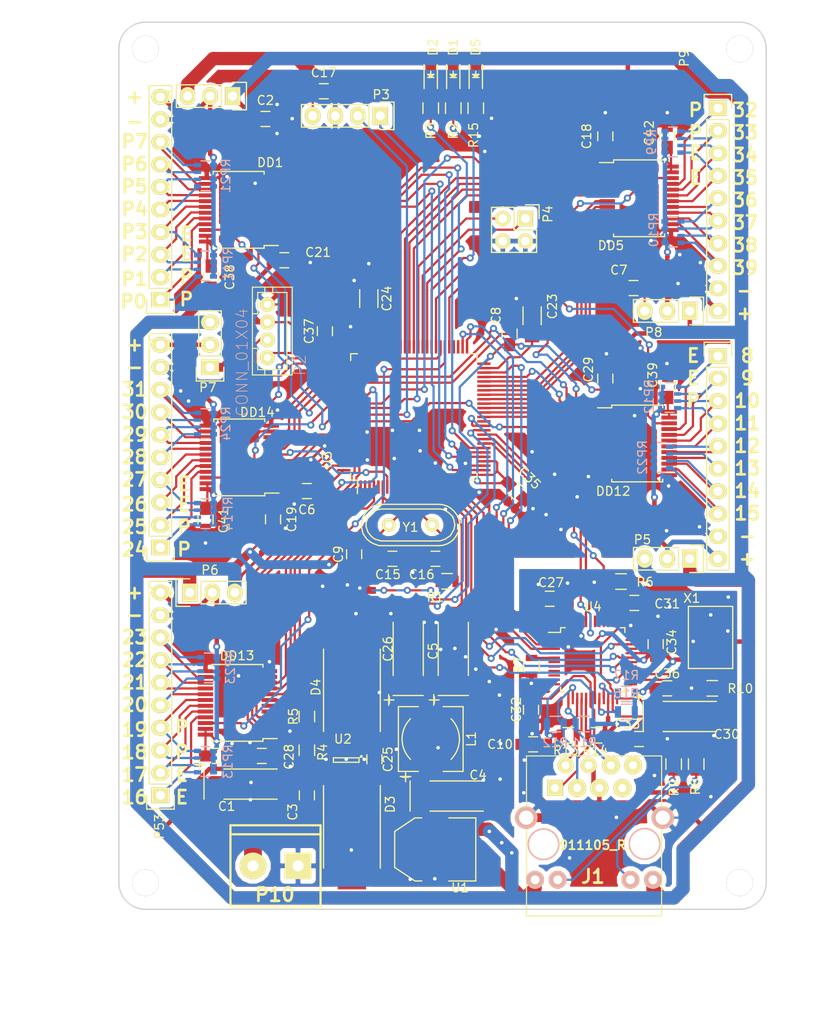
<source format=kicad_pcb>
(kicad_pcb (version 20160815) (host pcbnew "(2016-08-20 BZR 7083)-product")
  (layers (0 F.Cu signal) (31 B.Cu signal) (34 B.Paste user) (35 F.Paste user) (36 B.SilkS user) (37 F.SilkS user) (38 B.Mask user) (39 F.Mask user) (44 Edge.Cuts user))
  (net 0 "")
  (net 1 GND)
  (net 2 +5V)
  (net 3 +3V3)
  (net 4 "Net-(C15-Pad1)")
  (net 5 "Net-(C16-Pad1)")
  (net 6 "Net-(C23-Pad1)")
  (net 7 "Net-(C24-Pad1)")
  (net 8 "Net-(C25-Pad1)")
  (net 9 "Net-(C25-Pad2)")
  (net 10 "Net-(C30-Pad1)")
  (net 11 /VIN)
  (net 12 "Net-(D1-Pad1)")
  (net 13 "Net-(D2-Pad1)")
  (net 14 /uC/BANK1_DIR)
  (net 15 /Bank1/I1)
  (net 16 /Bank1/I2)
  (net 17 /uC/ENC1B)
  (net 18 /uC/ENC1A)
  (net 19 /Bank1/I5)
  (net 20 /Bank1/I6)
  (net 21 /Bank1/I7)
  (net 22 /Bank1/I8)
  (net 23 "Net-(DD1-Pad14)")
  (net 24 "Net-(DD1-Pad15)")
  (net 25 "Net-(DD1-Pad16)")
  (net 26 "Net-(DD1-Pad17)")
  (net 27 "Net-(DD1-Pad18)")
  (net 28 "Net-(DD1-Pad19)")
  (net 29 "Net-(DD1-Pad20)")
  (net 30 "Net-(DD1-Pad21)")
  (net 31 /uC/BANK1_OE)
  (net 32 /uC/BANK5_DIR)
  (net 33 /Bank5/I1)
  (net 34 /Bank5/I2)
  (net 35 /uC/ENC8B)
  (net 36 /uC/ENC8A)
  (net 37 /Bank5/I5)
  (net 38 /Bank5/I6)
  (net 39 /Bank5/I7)
  (net 40 /Bank5/I8)
  (net 41 "Net-(DD5-Pad14)")
  (net 42 "Net-(DD5-Pad15)")
  (net 43 "Net-(DD5-Pad16)")
  (net 44 "Net-(DD5-Pad17)")
  (net 45 "Net-(DD5-Pad18)")
  (net 46 "Net-(DD5-Pad19)")
  (net 47 "Net-(DD5-Pad20)")
  (net 48 "Net-(DD5-Pad21)")
  (net 49 /uC/BANK5_OE)
  (net 50 /uC/BANK2_DIR)
  (net 51 /uC/ENC2A)
  (net 52 /uC/ENC2B)
  (net 53 /Bank2/I3)
  (net 54 /Bank2/I4)
  (net 55 /Bank2/I5)
  (net 56 /Bank2/I6)
  (net 57 /Bank2/I7)
  (net 58 /Bank2/I8)
  (net 59 "Net-(DD12-Pad14)")
  (net 60 "Net-(DD12-Pad15)")
  (net 61 "Net-(DD12-Pad16)")
  (net 62 "Net-(DD12-Pad17)")
  (net 63 "Net-(DD12-Pad18)")
  (net 64 "Net-(DD12-Pad19)")
  (net 65 "Net-(DD12-Pad20)")
  (net 66 "Net-(DD12-Pad21)")
  (net 67 /uC/BANK2_OE)
  (net 68 /uC/BANK3_DIR)
  (net 69 /uC/ENC3A)
  (net 70 /uC/ENC3B)
  (net 71 /Bank3/I3)
  (net 72 /Bank3/I4)
  (net 73 /Bank3/I5)
  (net 74 /Bank3/I6)
  (net 75 /Bank3/I7)
  (net 76 /Bank3/I8)
  (net 77 "Net-(DD13-Pad14)")
  (net 78 "Net-(DD13-Pad15)")
  (net 79 "Net-(DD13-Pad16)")
  (net 80 "Net-(DD13-Pad17)")
  (net 81 "Net-(DD13-Pad18)")
  (net 82 "Net-(DD13-Pad19)")
  (net 83 "Net-(DD13-Pad20)")
  (net 84 "Net-(DD13-Pad21)")
  (net 85 /uC/BANK3_OE)
  (net 86 /uC/BANK4_DIR)
  (net 87 /uC/ENC4A)
  (net 88 /uC/ENC4B)
  (net 89 /Bank4/I5)
  (net 90 /Bank4/I6)
  (net 91 /Bank4/I7)
  (net 92 /Bank4/I8)
  (net 93 "Net-(DD14-Pad14)")
  (net 94 "Net-(DD14-Pad15)")
  (net 95 "Net-(DD14-Pad16)")
  (net 96 "Net-(DD14-Pad17)")
  (net 97 "Net-(DD14-Pad18)")
  (net 98 "Net-(DD14-Pad19)")
  (net 99 "Net-(DD14-Pad20)")
  (net 100 "Net-(DD14-Pad21)")
  (net 101 /uC/BANK4_OE)
  (net 102 "Net-(J1-Pad1)")
  (net 103 "Net-(J1-Pad2)")
  (net 104 "Net-(J1-Pad3)")
  (net 105 "Net-(J1-Pad6)")
  (net 106 /uC/ELED0)
  (net 107 /uC/ELED1)
  (net 108 "Net-(P2-Pad1)")
  (net 109 "Net-(P2-Pad2)")
  (net 110 "Net-(P3-Pad1)")
  (net 111 "Net-(P3-Pad2)")
  (net 112 /uC/STATUS0)
  (net 113 /uC/STATUS1)
  (net 114 "Net-(R1-Pad2)")
  (net 115 /uC/LED0)
  (net 116 /uC/LED1)
  (net 117 "Net-(R4-Pad2)")
  (net 118 "Net-(R6-Pad1)")
  (net 119 "Net-(R7-Pad2)")
  (net 120 "Net-(R8-Pad2)")
  (net 121 "Net-(R9-Pad2)")
  (net 122 "Net-(R10-Pad2)")
  (net 123 /uC/ERESET)
  (net 124 /uC/MDC)
  (net 125 /uC/MDIO)
  (net 126 /uC/CRS)
  (net 127 /uC/RX0)
  (net 128 /uC/RX1)
  (net 129 /uC/TX_EN)
  (net 130 /uC/TX0)
  (net 131 /uC/TX1)
  (net 132 /uC/EOSC)
  (net 133 /Bank4/I1)
  (net 134 /Bank4/I2)
  (net 135 "Net-(C38-Pad1)")
  (net 136 "Net-(C39-Pad1)")
  (net 137 "Net-(C40-Pad1)")
  (net 138 "Net-(C41-Pad1)")
  (net 139 "Net-(C42-Pad1)")
  (net 140 "Net-(D5-Pad1)")
  (net 141 "Net-(R16-Pad2)")
  (net 142 "Net-(R17-Pad2)")
  (module Housings_QFP:LQFP-48_7x7mm_Pitch0.5mm (layer F.Cu) (at 108.4392 121.8878)
    (fp_text reference U4 (at 0 -6) (layer F.SilkS))
    (fp_text value DP83848)
    (pad 1 smd rect (at -4.35 -2.75) (size 1.3 0.25) (layers F.Cu F.Paste F.Mask))
    (pad 2 smd rect (at -4.35 -2.25) (size 1.3 0.25) (layers F.Cu F.Paste F.Mask) (net 129 /uC/TX_EN))
    (pad 3 smd rect (at -4.35 -1.75) (size 1.3 0.25) (layers F.Cu F.Paste F.Mask) (net 130 /uC/TX0))
    (pad 4 smd rect (at -4.35 -1.25) (size 1.3 0.25) (layers F.Cu F.Paste F.Mask) (net 131 /uC/TX1))
    (pad 5 smd rect (at -4.35 -0.75) (size 1.3 0.25) (layers F.Cu F.Paste F.Mask))
    (pad 6 smd rect (at -4.35 -0.25) (size 1.3 0.25) (layers F.Cu F.Paste F.Mask) (net 119 "Net-(R7-Pad2)"))
    (pad 7 smd rect (at -4.35 0.25) (size 1.3 0.25) (layers F.Cu F.Paste F.Mask))
    (pad 8 smd rect (at -4.35 0.75) (size 1.3 0.25) (layers F.Cu F.Paste F.Mask))
    (pad 9 smd rect (at -4.35 1.25) (size 1.3 0.25) (layers F.Cu F.Paste F.Mask))
    (pad 10 smd rect (at -4.35 1.75) (size 1.3 0.25) (layers F.Cu F.Paste F.Mask))
    (pad 11 smd rect (at -4.35 2.25) (size 1.3 0.25) (layers F.Cu F.Paste F.Mask))
    (pad 12 smd rect (at -4.35 2.75) (size 1.3 0.25) (layers F.Cu F.Paste F.Mask))
    (pad 13 smd rect (at -2.75 4.35 90) (size 1.3 0.25) (layers F.Cu F.Paste F.Mask) (net 105 "Net-(J1-Pad6)"))
    (pad 14 smd rect (at -2.25 4.35 90) (size 1.3 0.25) (layers F.Cu F.Paste F.Mask) (net 104 "Net-(J1-Pad3)"))
    (pad 15 smd rect (at -1.75 4.35 90) (size 1.3 0.25) (layers F.Cu F.Paste F.Mask) (net 1 GND))
    (pad 16 smd rect (at -1.25 4.35 90) (size 1.3 0.25) (layers F.Cu F.Paste F.Mask) (net 103 "Net-(J1-Pad2)"))
    (pad 17 smd rect (at -0.75 4.35 90) (size 1.3 0.25) (layers F.Cu F.Paste F.Mask) (net 102 "Net-(J1-Pad1)"))
    (pad 18 smd rect (at -0.25 4.35 90) (size 1.3 0.25) (layers F.Cu F.Paste F.Mask) (net 10 "Net-(C30-Pad1)"))
    (pad 19 smd rect (at 0.25 4.35 90) (size 1.3 0.25) (layers F.Cu F.Paste F.Mask) (net 1 GND))
    (pad 20 smd rect (at 0.75 4.35 90) (size 1.3 0.25) (layers F.Cu F.Paste F.Mask) (net 141 "Net-(R16-Pad2)"))
    (pad 21 smd rect (at 1.25 4.35 90) (size 1.3 0.25) (layers F.Cu F.Paste F.Mask) (net 142 "Net-(R17-Pad2)"))
    (pad 22 smd rect (at 1.75 4.35 90) (size 1.3 0.25) (layers F.Cu F.Paste F.Mask) (net 3 +3V3))
    (pad 23 smd rect (at 2.25 4.35 90) (size 1.3 0.25) (layers F.Cu F.Paste F.Mask) (net 10 "Net-(C30-Pad1)"))
    (pad 24 smd rect (at 2.75 4.35 90) (size 1.3 0.25) (layers F.Cu F.Paste F.Mask) (net 122 "Net-(R10-Pad2)"))
    (pad 25 smd rect (at 4.35 2.75) (size 1.3 0.25) (layers F.Cu F.Paste F.Mask))
    (pad 26 smd rect (at 4.35 2.25) (size 1.3 0.25) (layers F.Cu F.Paste F.Mask) (net 121 "Net-(R9-Pad2)"))
    (pad 27 smd rect (at 4.35 1.75) (size 1.3 0.25) (layers F.Cu F.Paste F.Mask))
    (pad 28 smd rect (at 4.35 1.25) (size 1.3 0.25) (layers F.Cu F.Paste F.Mask) (net 120 "Net-(R8-Pad2)"))
    (pad 29 smd rect (at 4.35 0.75) (size 1.3 0.25) (layers F.Cu F.Paste F.Mask) (net 123 /uC/ERESET))
    (pad 30 smd rect (at 4.35 0.25) (size 1.3 0.25) (layers F.Cu F.Paste F.Mask) (net 125 /uC/MDIO))
    (pad 31 smd rect (at 4.35 -0.25) (size 1.3 0.25) (layers F.Cu F.Paste F.Mask) (net 124 /uC/MDC))
    (pad 32 smd rect (at 4.35 -0.75) (size 1.3 0.25) (layers F.Cu F.Paste F.Mask) (net 3 +3V3))
    (pad 33 smd rect (at 4.35 -1.25) (size 1.3 0.25) (layers F.Cu F.Paste F.Mask))
    (pad 34 smd rect (at 4.35 -1.75) (size 1.3 0.25) (layers F.Cu F.Paste F.Mask) (net 132 /uC/EOSC))
    (pad 35 smd rect (at 4.35 -2.25) (size 1.3 0.25) (layers F.Cu F.Paste F.Mask) (net 1 GND))
    (pad 36 smd rect (at 4.35 -2.75) (size 1.3 0.25) (layers F.Cu F.Paste F.Mask) (net 1 GND))
    (pad 37 smd rect (at 2.75 -4.35 90) (size 1.3 0.25) (layers F.Cu F.Paste F.Mask) (net 10 "Net-(C30-Pad1)"))
    (pad 38 smd rect (at 2.25 -4.35 90) (size 1.3 0.25) (layers F.Cu F.Paste F.Mask))
    (pad 39 smd rect (at 1.75 -4.35 90) (size 1.3 0.25) (layers F.Cu F.Paste F.Mask) (net 118 "Net-(R6-Pad1)"))
    (pad 40 smd rect (at 1.25 -4.35 90) (size 1.3 0.25) (layers F.Cu F.Paste F.Mask) (net 126 /uC/CRS))
    (pad 41 smd rect (at 0.75 -4.35 90) (size 1.3 0.25) (layers F.Cu F.Paste F.Mask))
    (pad 42 smd rect (at 0.25 -4.35 90) (size 1.3 0.25) (layers F.Cu F.Paste F.Mask))
    (pad 43 smd rect (at -0.25 -4.35 90) (size 1.3 0.25) (layers F.Cu F.Paste F.Mask) (net 127 /uC/RX0))
    (pad 44 smd rect (at -0.75 -4.35 90) (size 1.3 0.25) (layers F.Cu F.Paste F.Mask) (net 128 /uC/RX1))
    (pad 45 smd rect (at -1.25 -4.35 90) (size 1.3 0.25) (layers F.Cu F.Paste F.Mask))
    (pad 46 smd rect (at -1.75 -4.35 90) (size 1.3 0.25) (layers F.Cu F.Paste F.Mask))
    (pad 47 smd rect (at -2.25 -4.35 90) (size 1.3 0.25) (layers F.Cu F.Paste F.Mask) (net 1 GND))
    (pad 48 smd rect (at -2.75 -4.35 90) (size 1.3 0.25) (layers F.Cu F.Paste F.Mask) (net 3 +3V3))
  )
  (module Capacitors_SMD:C_0805_HandSoldering (layer F.Cu) (at 116.9035 91.0536 90)
    (fp_text reference C39 (at 1.27 -1.7055 90) (layer F.SilkS))
    (fp_text value 100n)
    (pad 1 smd rect (at -1.25 0 90) (size 1.5 1.25) (layers F.Cu F.Paste F.Mask) (net 136 "Net-(C39-Pad1)"))
    (pad 2 smd rect (at 1.25 0 90) (size 1.5 1.25) (layers F.Cu F.Paste F.Mask) (net 1 GND))
  )
  (module Housings_QFP:LQFP-100_14x14mm_Pitch0.5mm (layer F.Cu) (at 88.265 94.5007 90)
    (fp_text reference U3 (at -4.826 -9.779 90) (layer F.SilkS))
    (fp_text value STM32F407VG)
    (pad 1 smd rect (at -7.9 -6 90) (size 1.5 0.28) (layers F.Cu F.Paste F.Mask) (net 76 /Bank3/I8))
    (pad 2 smd rect (at -7.9 -5.5 90) (size 1.5 0.28) (layers F.Cu F.Paste F.Mask) (net 75 /Bank3/I7))
    (pad 3 smd rect (at -7.9 -5 90) (size 1.5 0.28) (layers F.Cu F.Paste F.Mask) (net 74 /Bank3/I6))
    (pad 4 smd rect (at -7.9 -4.5 90) (size 1.5 0.28) (layers F.Cu F.Paste F.Mask) (net 73 /Bank3/I5))
    (pad 5 smd rect (at -7.9 -4 90) (size 1.5 0.28) (layers F.Cu F.Paste F.Mask))
    (pad 6 smd rect (at -7.9 -3.5 90) (size 1.5 0.28) (layers F.Cu F.Paste F.Mask) (net 3 +3V3))
    (pad 7 smd rect (at -7.9 -3 90) (size 1.5 0.28) (layers F.Cu F.Paste F.Mask) (net 89 /Bank4/I5))
    (pad 8 smd rect (at -7.9 -2.5 90) (size 1.5 0.28) (layers F.Cu F.Paste F.Mask))
    (pad 9 smd rect (at -7.9 -2 90) (size 1.5 0.28) (layers F.Cu F.Paste F.Mask))
    (pad 10 smd rect (at -7.9 -1.5 90) (size 1.5 0.28) (layers F.Cu F.Paste F.Mask) (net 1 GND))
    (pad 11 smd rect (at -7.9 -1 90) (size 1.5 0.28) (layers F.Cu F.Paste F.Mask) (net 3 +3V3))
    (pad 12 smd rect (at -7.9 -0.5 90) (size 1.5 0.28) (layers F.Cu F.Paste F.Mask) (net 4 "Net-(C15-Pad1)"))
    (pad 13 smd rect (at -7.9 0 90) (size 1.5 0.28) (layers F.Cu F.Paste F.Mask) (net 5 "Net-(C16-Pad1)"))
    (pad 14 smd rect (at -7.9 0.5 90) (size 1.5 0.28) (layers F.Cu F.Paste F.Mask) (net 114 "Net-(R1-Pad2)"))
    (pad 15 smd rect (at -7.9 1 90) (size 1.5 0.28) (layers F.Cu F.Paste F.Mask) (net 123 /uC/ERESET))
    (pad 16 smd rect (at -7.9 1.5 90) (size 1.5 0.28) (layers F.Cu F.Paste F.Mask) (net 124 /uC/MDC))
    (pad 17 smd rect (at -7.9 2 90) (size 1.5 0.28) (layers F.Cu F.Paste F.Mask))
    (pad 18 smd rect (at -7.9 2.5 90) (size 1.5 0.28) (layers F.Cu F.Paste F.Mask))
    (pad 19 smd rect (at -7.9 3 90) (size 1.5 0.28) (layers F.Cu F.Paste F.Mask) (net 3 +3V3))
    (pad 20 smd rect (at -7.9 3.5 90) (size 1.5 0.28) (layers F.Cu F.Paste F.Mask) (net 1 GND))
    (pad 21 smd rect (at -7.9 4 90) (size 1.5 0.28) (layers F.Cu F.Paste F.Mask) (net 3 +3V3))
    (pad 22 smd rect (at -7.9 4.5 90) (size 1.5 0.28) (layers F.Cu F.Paste F.Mask) (net 3 +3V3))
    (pad 23 smd rect (at -7.9 5 90) (size 1.5 0.28) (layers F.Cu F.Paste F.Mask))
    (pad 24 smd rect (at -7.9 5.5 90) (size 1.5 0.28) (layers F.Cu F.Paste F.Mask) (net 132 /uC/EOSC))
    (pad 25 smd rect (at -7.9 6 90) (size 1.5 0.28) (layers F.Cu F.Paste F.Mask) (net 125 /uC/MDIO))
    (pad 26 smd rect (at -6 7.9 180) (size 1.5 0.28) (layers F.Cu F.Paste F.Mask) (net 19 /Bank1/I5))
    (pad 27 smd rect (at -5.5 7.9 180) (size 1.5 0.28) (layers F.Cu F.Paste F.Mask) (net 1 GND))
    (pad 28 smd rect (at -5 7.9 180) (size 1.5 0.28) (layers F.Cu F.Paste F.Mask) (net 3 +3V3))
    (pad 29 smd rect (at -4.5 7.9 180) (size 1.5 0.28) (layers F.Cu F.Paste F.Mask) (net 20 /Bank1/I6))
    (pad 30 smd rect (at -4 7.9 180) (size 1.5 0.28) (layers F.Cu F.Paste F.Mask) (net 21 /Bank1/I7))
    (pad 31 smd rect (at -3.5 7.9 180) (size 1.5 0.28) (layers F.Cu F.Paste F.Mask) (net 22 /Bank1/I8))
    (pad 32 smd rect (at -3 7.9 180) (size 1.5 0.28) (layers F.Cu F.Paste F.Mask) (net 126 /uC/CRS))
    (pad 33 smd rect (at -2.5 7.9 180) (size 1.5 0.28) (layers F.Cu F.Paste F.Mask) (net 127 /uC/RX0))
    (pad 34 smd rect (at -2 7.9 180) (size 1.5 0.28) (layers F.Cu F.Paste F.Mask) (net 128 /uC/RX1))
    (pad 35 smd rect (at -1.5 7.9 180) (size 1.5 0.28) (layers F.Cu F.Paste F.Mask) (net 71 /Bank3/I3))
    (pad 36 smd rect (at -1 7.9 180) (size 1.5 0.28) (layers F.Cu F.Paste F.Mask) (net 72 /Bank3/I4))
    (pad 37 smd rect (at -0.5 7.9 180) (size 1.5 0.28) (layers F.Cu F.Paste F.Mask))
    (pad 38 smd rect (at 0 7.9 180) (size 1.5 0.28) (layers F.Cu F.Paste F.Mask) (net 58 /Bank2/I8))
    (pad 39 smd rect (at 0.5 7.9 180) (size 1.5 0.28) (layers F.Cu F.Paste F.Mask) (net 57 /Bank2/I7))
    (pad 40 smd rect (at 1 7.9 180) (size 1.5 0.28) (layers F.Cu F.Paste F.Mask) (net 56 /Bank2/I6))
    (pad 41 smd rect (at 1.5 7.9 180) (size 1.5 0.28) (layers F.Cu F.Paste F.Mask) (net 55 /Bank2/I5))
    (pad 42 smd rect (at 2 7.9 180) (size 1.5 0.28) (layers F.Cu F.Paste F.Mask) (net 54 /Bank2/I4))
    (pad 43 smd rect (at 2.5 7.9 180) (size 1.5 0.28) (layers F.Cu F.Paste F.Mask) (net 40 /Bank5/I8))
    (pad 44 smd rect (at 3 7.9 180) (size 1.5 0.28) (layers F.Cu F.Paste F.Mask) (net 39 /Bank5/I7))
    (pad 45 smd rect (at 3.5 7.9 180) (size 1.5 0.28) (layers F.Cu F.Paste F.Mask) (net 38 /Bank5/I6))
    (pad 46 smd rect (at 4 7.9 180) (size 1.5 0.28) (layers F.Cu F.Paste F.Mask) (net 37 /Bank5/I5))
    (pad 47 smd rect (at 4.5 7.9 180) (size 1.5 0.28) (layers F.Cu F.Paste F.Mask) (net 53 /Bank2/I3))
    (pad 48 smd rect (at 5 7.9 180) (size 1.5 0.28) (layers F.Cu F.Paste F.Mask) (net 129 /uC/TX_EN))
    (pad 49 smd rect (at 5.5 7.9 180) (size 1.5 0.28) (layers F.Cu F.Paste F.Mask) (net 6 "Net-(C23-Pad1)"))
    (pad 50 smd rect (at 6 7.9 180) (size 1.5 0.28) (layers F.Cu F.Paste F.Mask) (net 3 +3V3))
    (pad 51 smd rect (at 7.9 6 90) (size 1.5 0.28) (layers F.Cu F.Paste F.Mask) (net 130 /uC/TX0))
    (pad 52 smd rect (at 7.9 5.5 90) (size 1.5 0.28) (layers F.Cu F.Paste F.Mask) (net 131 /uC/TX1))
    (pad 53 smd rect (at 7.9 5 90) (size 1.5 0.28) (layers F.Cu F.Paste F.Mask))
    (pad 54 smd rect (at 7.9 4.5 90) (size 1.5 0.28) (layers F.Cu F.Paste F.Mask))
    (pad 55 smd rect (at 7.9 4 90) (size 1.5 0.28) (layers F.Cu F.Paste F.Mask) (net 67 /uC/BANK2_OE))
    (pad 56 smd rect (at 7.9 3.5 90) (size 1.5 0.28) (layers F.Cu F.Paste F.Mask) (net 85 /uC/BANK3_OE))
    (pad 57 smd rect (at 7.9 3 90) (size 1.5 0.28) (layers F.Cu F.Paste F.Mask) (net 101 /uC/BANK4_OE))
    (pad 58 smd rect (at 7.9 2.5 90) (size 1.5 0.28) (layers F.Cu F.Paste F.Mask) (net 49 /uC/BANK5_OE))
    (pad 59 smd rect (at 7.9 2 90) (size 1.5 0.28) (layers F.Cu F.Paste F.Mask) (net 115 /uC/LED0))
    (pad 60 smd rect (at 7.9 1.5 90) (size 1.5 0.28) (layers F.Cu F.Paste F.Mask) (net 116 /uC/LED1))
    (pad 61 smd rect (at 7.9 1 90) (size 1.5 0.28) (layers F.Cu F.Paste F.Mask) (net 112 /uC/STATUS0))
    (pad 62 smd rect (at 7.9 0.5 90) (size 1.5 0.28) (layers F.Cu F.Paste F.Mask) (net 113 /uC/STATUS1))
    (pad 63 smd rect (at 7.9 0 90) (size 1.5 0.28) (layers F.Cu F.Paste F.Mask) (net 36 /uC/ENC8A))
    (pad 64 smd rect (at 7.9 -0.5 90) (size 1.5 0.28) (layers F.Cu F.Paste F.Mask) (net 35 /uC/ENC8B))
    (pad 65 smd rect (at 7.9 -1 90) (size 1.5 0.28) (layers F.Cu F.Paste F.Mask) (net 34 /Bank5/I2))
    (pad 66 smd rect (at 7.9 -1.5 90) (size 1.5 0.28) (layers F.Cu F.Paste F.Mask) (net 33 /Bank5/I1))
    (pad 67 smd rect (at 7.9 -2 90) (size 1.5 0.28) (layers F.Cu F.Paste F.Mask) (net 18 /uC/ENC1A))
    (pad 68 smd rect (at 7.9 -2.5 90) (size 1.5 0.28) (layers F.Cu F.Paste F.Mask) (net 17 /uC/ENC1B))
    (pad 69 smd rect (at 7.9 -3 90) (size 1.5 0.28) (layers F.Cu F.Paste F.Mask) (net 16 /Bank1/I2))
    (pad 70 smd rect (at 7.9 -3.5 90) (size 1.5 0.28) (layers F.Cu F.Paste F.Mask) (net 15 /Bank1/I1))
    (pad 71 smd rect (at 7.9 -4 90) (size 1.5 0.28) (layers F.Cu F.Paste F.Mask))
    (pad 72 smd rect (at 7.9 -4.5 90) (size 1.5 0.28) (layers F.Cu F.Paste F.Mask) (net 108 "Net-(P2-Pad1)"))
    (pad 73 smd rect (at 7.9 -5 90) (size 1.5 0.28) (layers F.Cu F.Paste F.Mask) (net 7 "Net-(C24-Pad1)"))
    (pad 74 smd rect (at 7.9 -5.5 90) (size 1.5 0.28) (layers F.Cu F.Paste F.Mask) (net 1 GND))
    (pad 75 smd rect (at 7.9 -6 90) (size 1.5 0.28) (layers F.Cu F.Paste F.Mask) (net 3 +3V3))
    (pad 76 smd rect (at 6 -7.9 180) (size 1.5 0.28) (layers F.Cu F.Paste F.Mask) (net 109 "Net-(P2-Pad2)"))
    (pad 77 smd rect (at 5.5 -7.9 180) (size 1.5 0.28) (layers F.Cu F.Paste F.Mask) (net 51 /uC/ENC2A))
    (pad 78 smd rect (at 5 -7.9 180) (size 1.5 0.28) (layers F.Cu F.Paste F.Mask) (net 92 /Bank4/I8))
    (pad 79 smd rect (at 4.5 -7.9 180) (size 1.5 0.28) (layers F.Cu F.Paste F.Mask) (net 91 /Bank4/I7))
    (pad 80 smd rect (at 4 -7.9 180) (size 1.5 0.28) (layers F.Cu F.Paste F.Mask) (net 90 /Bank4/I6))
    (pad 81 smd rect (at 3.5 -7.9 180) (size 1.5 0.28) (layers F.Cu F.Paste F.Mask) (net 14 /uC/BANK1_DIR))
    (pad 82 smd rect (at 3 -7.9 180) (size 1.5 0.28) (layers F.Cu F.Paste F.Mask) (net 50 /uC/BANK2_DIR))
    (pad 83 smd rect (at 2.5 -7.9 180) (size 1.5 0.28) (layers F.Cu F.Paste F.Mask) (net 68 /uC/BANK3_DIR))
    (pad 84 smd rect (at 2 -7.9 180) (size 1.5 0.28) (layers F.Cu F.Paste F.Mask) (net 86 /uC/BANK4_DIR))
    (pad 85 smd rect (at 1.5 -7.9 180) (size 1.5 0.28) (layers F.Cu F.Paste F.Mask) (net 32 /uC/BANK5_DIR))
    (pad 86 smd rect (at 1 -7.9 180) (size 1.5 0.28) (layers F.Cu F.Paste F.Mask) (net 110 "Net-(P3-Pad1)"))
    (pad 87 smd rect (at 0.5 -7.9 180) (size 1.5 0.28) (layers F.Cu F.Paste F.Mask) (net 111 "Net-(P3-Pad2)"))
    (pad 88 smd rect (at 0 -7.9 180) (size 1.5 0.28) (layers F.Cu F.Paste F.Mask) (net 31 /uC/BANK1_OE))
    (pad 89 smd rect (at -0.5 -7.9 180) (size 1.5 0.28) (layers F.Cu F.Paste F.Mask) (net 52 /uC/ENC2B))
    (pad 90 smd rect (at -1 -7.9 180) (size 1.5 0.28) (layers F.Cu F.Paste F.Mask) (net 69 /uC/ENC3A))
    (pad 91 smd rect (at -1.5 -7.9 180) (size 1.5 0.28) (layers F.Cu F.Paste F.Mask) (net 70 /uC/ENC3B))
    (pad 92 smd rect (at -2 -7.9 180) (size 1.5 0.28) (layers F.Cu F.Paste F.Mask) (net 87 /uC/ENC4A))
    (pad 93 smd rect (at -2.5 -7.9 180) (size 1.5 0.28) (layers F.Cu F.Paste F.Mask) (net 88 /uC/ENC4B))
    (pad 94 smd rect (at -3 -7.9 180) (size 1.5 0.28) (layers F.Cu F.Paste F.Mask) (net 1 GND))
    (pad 95 smd rect (at -3.5 -7.9 180) (size 1.5 0.28) (layers F.Cu F.Paste F.Mask) (net 134 /Bank4/I2))
    (pad 96 smd rect (at -4 -7.9 180) (size 1.5 0.28) (layers F.Cu F.Paste F.Mask) (net 133 /Bank4/I1))
    (pad 97 smd rect (at -4.5 -7.9 180) (size 1.5 0.28) (layers F.Cu F.Paste F.Mask))
    (pad 98 smd rect (at -5 -7.9 180) (size 1.5 0.28) (layers F.Cu F.Paste F.Mask))
    (pad 99 smd rect (at -5.5 -7.9 180) (size 1.5 0.28) (layers F.Cu F.Paste F.Mask) (net 1 GND))
    (pad 100 smd rect (at -6 -7.9 180) (size 1.5 0.28) (layers F.Cu F.Paste F.Mask) (net 3 +3V3))
  )
  (module Pin_Headers:Pin_Header_Straight_1x03 (layer F.Cu) (at 67.83324 58.32856 270)
    (fp_text reference P1 (at 0 7.366 270) (layer F.SilkS))
    (fp_text value CONN_01X03)
    (pad 1 thru_hole rect (at 0 0 270) (size 2.032 1.7272) (drill 1.016) (layers *.Cu *.Mask F.SilkS) (net 2 +5V))
    (pad 2 thru_hole oval (at 0 2.54 270) (size 2.032 1.7272) (drill 1.016) (layers *.Cu *.Mask F.SilkS) (net 135 "Net-(C38-Pad1)"))
    (pad 3 thru_hole oval (at 0 5.08 270) (size 2.032 1.7272) (drill 1.016) (layers *.Cu *.Mask F.SilkS) (net 3 +3V3))
  )
  (module Housings_SSOP:SSOP-24_5.3x8.2mm_Pitch0.65mm (layer F.Cu) (at 68.506 71.153 180)
    (fp_text reference DD1 (at -3.556 5.334 180) (layer F.SilkS))
    (fp_text value SN74LVC8T245)
    (pad 1 smd rect (at -3.6 -3.575 180) (size 1.75 0.45) (layers F.Cu F.Paste F.Mask) (net 3 +3V3))
    (pad 2 smd rect (at -3.6 -2.925 180) (size 1.75 0.45) (layers F.Cu F.Paste F.Mask) (net 14 /uC/BANK1_DIR))
    (pad 3 smd rect (at -3.6 -2.275 180) (size 1.75 0.45) (layers F.Cu F.Paste F.Mask) (net 15 /Bank1/I1))
    (pad 4 smd rect (at -3.6 -1.625 180) (size 1.75 0.45) (layers F.Cu F.Paste F.Mask) (net 16 /Bank1/I2))
    (pad 5 smd rect (at -3.6 -0.975 180) (size 1.75 0.45) (layers F.Cu F.Paste F.Mask) (net 17 /uC/ENC1B))
    (pad 6 smd rect (at -3.6 -0.325 180) (size 1.75 0.45) (layers F.Cu F.Paste F.Mask) (net 18 /uC/ENC1A))
    (pad 7 smd rect (at -3.6 0.325 180) (size 1.75 0.45) (layers F.Cu F.Paste F.Mask) (net 19 /Bank1/I5))
    (pad 8 smd rect (at -3.6 0.975 180) (size 1.75 0.45) (layers F.Cu F.Paste F.Mask) (net 20 /Bank1/I6))
    (pad 9 smd rect (at -3.6 1.625 180) (size 1.75 0.45) (layers F.Cu F.Paste F.Mask) (net 21 /Bank1/I7))
    (pad 10 smd rect (at -3.6 2.275 180) (size 1.75 0.45) (layers F.Cu F.Paste F.Mask) (net 22 /Bank1/I8))
    (pad 11 smd rect (at -3.6 2.925 180) (size 1.75 0.45) (layers F.Cu F.Paste F.Mask) (net 1 GND))
    (pad 12 smd rect (at -3.6 3.575 180) (size 1.75 0.45) (layers F.Cu F.Paste F.Mask) (net 1 GND))
    (pad 13 smd rect (at 3.6 3.575 180) (size 1.75 0.45) (layers F.Cu F.Paste F.Mask) (net 1 GND))
    (pad 14 smd rect (at 3.6 2.925 180) (size 1.75 0.45) (layers F.Cu F.Paste F.Mask) (net 23 "Net-(DD1-Pad14)"))
    (pad 15 smd rect (at 3.6 2.275 180) (size 1.75 0.45) (layers F.Cu F.Paste F.Mask) (net 24 "Net-(DD1-Pad15)"))
    (pad 16 smd rect (at 3.6 1.625 180) (size 1.75 0.45) (layers F.Cu F.Paste F.Mask) (net 25 "Net-(DD1-Pad16)"))
    (pad 17 smd rect (at 3.6 0.975 180) (size 1.75 0.45) (layers F.Cu F.Paste F.Mask) (net 26 "Net-(DD1-Pad17)"))
    (pad 18 smd rect (at 3.6 0.325 180) (size 1.75 0.45) (layers F.Cu F.Paste F.Mask) (net 27 "Net-(DD1-Pad18)"))
    (pad 19 smd rect (at 3.6 -0.325 180) (size 1.75 0.45) (layers F.Cu F.Paste F.Mask) (net 28 "Net-(DD1-Pad19)"))
    (pad 20 smd rect (at 3.6 -0.975 180) (size 1.75 0.45) (layers F.Cu F.Paste F.Mask) (net 29 "Net-(DD1-Pad20)"))
    (pad 21 smd rect (at 3.6 -1.625 180) (size 1.75 0.45) (layers F.Cu F.Paste F.Mask) (net 30 "Net-(DD1-Pad21)"))
    (pad 22 smd rect (at 3.6 -2.275 180) (size 1.75 0.45) (layers F.Cu F.Paste F.Mask) (net 31 /uC/BANK1_OE))
    (pad 23 smd rect (at 3.6 -2.925 180) (size 1.75 0.45) (layers F.Cu F.Paste F.Mask) (net 135 "Net-(C38-Pad1)"))
    (pad 24 smd rect (at 3.6 -3.575 180) (size 1.75 0.45) (layers F.Cu F.Paste F.Mask) (net 135 "Net-(C38-Pad1)"))
  )
  (module Pin_Headers:Pin_Header_Straight_1x10 (layer F.Cu) (at 59.69 81.28 180)
    (fp_text reference P51 (at 0 -5.1 180) (layer F.SilkS))
    (fp_text value CONN_01X10)
    (pad 1 thru_hole rect (at 0 0 180) (size 2.032 1.7272) (drill 1.016) (layers *.Cu *.Mask F.SilkS) (net 30 "Net-(DD1-Pad21)"))
    (pad 2 thru_hole oval (at 0 2.54 180) (size 2.032 1.7272) (drill 1.016) (layers *.Cu *.Mask F.SilkS) (net 29 "Net-(DD1-Pad20)"))
    (pad 3 thru_hole oval (at 0 5.08 180) (size 2.032 1.7272) (drill 1.016) (layers *.Cu *.Mask F.SilkS) (net 28 "Net-(DD1-Pad19)"))
    (pad 4 thru_hole oval (at 0 7.62 180) (size 2.032 1.7272) (drill 1.016) (layers *.Cu *.Mask F.SilkS) (net 27 "Net-(DD1-Pad18)"))
    (pad 5 thru_hole oval (at 0 10.16 180) (size 2.032 1.7272) (drill 1.016) (layers *.Cu *.Mask F.SilkS) (net 26 "Net-(DD1-Pad17)"))
    (pad 6 thru_hole oval (at 0 12.7 180) (size 2.032 1.7272) (drill 1.016) (layers *.Cu *.Mask F.SilkS) (net 25 "Net-(DD1-Pad16)"))
    (pad 7 thru_hole oval (at 0 15.24 180) (size 2.032 1.7272) (drill 1.016) (layers *.Cu *.Mask F.SilkS) (net 24 "Net-(DD1-Pad15)"))
    (pad 8 thru_hole oval (at 0 17.78 180) (size 2.032 1.7272) (drill 1.016) (layers *.Cu *.Mask F.SilkS) (net 23 "Net-(DD1-Pad14)"))
    (pad 9 thru_hole oval (at 0 20.32 180) (size 2.032 1.7272) (drill 1.016) (layers *.Cu *.Mask F.SilkS) (net 1 GND))
    (pad 10 thru_hole oval (at 0 22.86 180) (size 2.032 1.7272) (drill 1.016) (layers *.Cu *.Mask F.SilkS) (net 135 "Net-(C38-Pad1)"))
  )
  (module HR911105_RJ45:HR911105_RJ45 (layer F.Cu) (at 108.585 142.875)
    (fp_text reference J1 (at -0.127 3.429) (layer F.SilkS) (effects (font (thickness 0.3048))))
    (fp_text value HR911105_RJ45 (at 0.14224 -0.1016) (layer F.SilkS) (effects (font (size 1.00076 1.00076) (thickness 0.2032))))
    (pad Hole thru_hole circle (at 5.69976 -0.24892) (size 3.59918 3.59918) (drill 3.2512) (layers *.Cu *.SilkS *.Mask))
    (pad Hole thru_hole circle (at -5.69976 -0.20066) (size 3.59918 3.59918) (drill 3.2512) (layers *.Cu *.SilkS *.Mask))
    (pad 1 thru_hole rect (at -4.39928 -6.55066) (size 1.778 1.778) (drill 0.89916) (layers *.Cu *.Mask F.SilkS) (net 102 "Net-(J1-Pad1)"))
    (pad 2 thru_hole circle (at -3.2004 -9.10082) (size 1.8 1.8) (drill 0.89916) (layers *.Cu *.Mask F.SilkS) (net 103 "Net-(J1-Pad2)"))
    (pad 3 thru_hole circle (at -1.89992 -6.55066) (size 2.032 2.032) (drill 0.89916) (layers *.Cu *.Mask F.SilkS) (net 104 "Net-(J1-Pad3)"))
    (pad 4 thru_hole circle (at -0.59944 -9.10082) (size 1.8 1.8) (drill 0.89916) (layers *.Cu *.Mask F.SilkS) (net 3 +3V3))
    (pad 5 thru_hole circle (at 0.59944 -6.55066) (size 2.032 2.032) (drill 0.89916) (layers *.Cu *.Mask F.SilkS) (net 3 +3V3))
    (pad 6 thru_hole circle (at 1.89992 -9.10082) (size 2.032 2.032) (drill 0.89916) (layers *.Cu *.Mask F.SilkS) (net 105 "Net-(J1-Pad6)"))
    (pad 7 thru_hole circle (at 3.2004 -6.55066) (size 2.032 2.032) (drill 0.89916) (layers *.Cu *.Mask F.SilkS))
    (pad 8 thru_hole circle (at 4.39928 -9.10082) (size 2.032 2.032) (drill 0.89916) (layers *.Cu *.Mask F.SilkS))
    (pad 9 thru_hole circle (at -6.64972 3.79984) (size 2.032 2.032) (drill 1.00076) (layers *.Cu *.SilkS *.Mask) (net 3 +3V3))
    (pad 10 thru_hole circle (at -4.09956 3.79984) (size 2.032 2.032) (drill 1.00076) (layers *.Cu *.SilkS *.Mask) (net 106 /uC/ELED0))
    (pad 11 thru_hole circle (at 4.09956 3.79984) (size 2.032 2.032) (drill 1.00076) (layers *.Cu *.SilkS *.Mask) (net 107 /uC/ELED1))
    (pad 12 thru_hole circle (at 6.64972 3.79984) (size 2.032 2.032) (drill 1.00076) (layers *.Cu *.SilkS *.Mask) (net 3 +3V3))
    (pad 0 thru_hole circle (at -7.65048 -3.2004) (size 2.54 2.54) (drill 1.6002) (layers *.Cu *.SilkS *.Mask) (net 1 GND))
    (pad 0 thru_hole circle (at 7.74954 -3.2004) (size 2.54 2.54) (drill 1.6002) (layers *.Cu *.SilkS *.Mask) (net 1 GND))
  )
  (module Capacitors_Tantalum_SMD:TantalC_SizeC_EIA-6032_HandSoldering (layer F.Cu) (at 69.85 135.89)
    (fp_text reference C1 (at -2.6924 2.5019) (layer F.SilkS))
    (fp_text value CP)
    (fp_text user + (at -5.75056 -2.19964) (layer F.SilkS))
    (pad 2 smd rect (at 2.99974 0) (size 3.50012 1.80086) (layers F.Cu F.Paste F.Mask) (net 1 GND))
    (pad 1 smd rect (at -2.99974 0) (size 3.50012 1.80086) (layers F.Cu F.Paste F.Mask) (net 11 /VIN))
  )
  (module Capacitors_SMD:C_0805_HandSoldering (layer F.Cu) (at 71.5264 60.9092)
    (fp_text reference C2 (at 0 -2.1) (layer F.SilkS))
    (fp_text value 100n)
    (pad 1 smd rect (at -1.25 0) (size 1.5 1.25) (layers F.Cu F.Paste F.Mask) (net 2 +5V))
    (pad 2 smd rect (at 1.25 0) (size 1.5 1.25) (layers F.Cu F.Paste F.Mask) (net 1 GND))
  )
  (module Capacitors_SMD:C_0805_HandSoldering (layer F.Cu) (at 76.2 137.16 90)
    (fp_text reference C3 (at -1.8796 -1.6002 90) (layer F.SilkS))
    (fp_text value 100n)
    (pad 1 smd rect (at -1.25 0 90) (size 1.5 1.25) (layers F.Cu F.Paste F.Mask) (net 11 /VIN))
    (pad 2 smd rect (at 1.25 0 90) (size 1.5 1.25) (layers F.Cu F.Paste F.Mask) (net 1 GND))
  )
  (module Capacitors_Tantalum_SMD:TantalC_SizeC_EIA-6032_HandSoldering (layer F.Cu) (at 93.091 137.2362)
    (fp_text reference C4 (at 2.413 -2.3622 180) (layer F.SilkS))
    (fp_text value 10u)
    (fp_text user + (at -5.75056 -2.19964) (layer F.SilkS))
    (pad 2 smd rect (at 2.99974 0) (size 3.50012 1.80086) (layers F.Cu F.Paste F.Mask) (net 1 GND))
    (pad 1 smd rect (at -2.99974 0) (size 3.50012 1.80086) (layers F.Cu F.Paste F.Mask) (net 3 +3V3))
  )
  (module Capacitors_Tantalum_SMD:TantalC_SizeC_EIA-6032_HandSoldering (layer F.Cu) (at 92.71 120.65 90)
    (fp_text reference C5 (at -0.254 -2.286 90) (layer F.SilkS))
    (fp_text value 10u)
    (fp_text user + (at -5.75056 -2.19964 90) (layer F.SilkS))
    (pad 2 smd rect (at 2.99974 0 90) (size 3.50012 1.80086) (layers F.Cu F.Paste F.Mask) (net 1 GND))
    (pad 1 smd rect (at -2.99974 0 90) (size 3.50012 1.80086) (layers F.Cu F.Paste F.Mask) (net 2 +5V))
  )
  (module Capacitors_SMD:C_0805_HandSoldering (layer F.Cu) (at 76.2 102.8573 180)
    (fp_text reference C6 (at 0 -2.1 180) (layer F.SilkS))
    (fp_text value 100n)
    (pad 1 smd rect (at -1.25 0 180) (size 1.5 1.25) (layers F.Cu F.Paste F.Mask) (net 3 +3V3))
    (pad 2 smd rect (at 1.25 0 180) (size 1.5 1.25) (layers F.Cu F.Paste F.Mask) (net 1 GND))
  )
  (module Capacitors_SMD:C_0805_HandSoldering (layer F.Cu) (at 113.0354 79.9719 180)
    (fp_text reference C7 (at 1.651 2.032 180) (layer F.SilkS))
    (fp_text value 100n)
    (pad 1 smd rect (at -1.25 0 180) (size 1.5 1.25) (layers F.Cu F.Paste F.Mask) (net 2 +5V))
    (pad 2 smd rect (at 1.25 0 180) (size 1.5 1.25) (layers F.Cu F.Paste F.Mask) (net 1 GND))
  )
  (module Capacitors_SMD:C_0805_HandSoldering (layer F.Cu) (at 99.06 85.09 90)
    (fp_text reference C8 (at 2.032 -1.524 90) (layer F.SilkS))
    (fp_text value 100n)
    (pad 1 smd rect (at -1.25 0 90) (size 1.5 1.25) (layers F.Cu F.Paste F.Mask) (net 3 +3V3))
    (pad 2 smd rect (at 1.25 0 90) (size 1.5 1.25) (layers F.Cu F.Paste F.Mask) (net 1 GND))
  )
  (module Capacitors_SMD:C_0805_HandSoldering (layer F.Cu) (at 101.716 131.407 180)
    (fp_text reference C10 (at 3.7265 0 180) (layer F.SilkS))
    (fp_text value 100n)
    (pad 1 smd rect (at -1.25 0 180) (size 1.5 1.25) (layers F.Cu F.Paste F.Mask) (net 3 +3V3))
    (pad 2 smd rect (at 1.25 0 180) (size 1.5 1.25) (layers F.Cu F.Paste F.Mask) (net 1 GND))
  )
  (module Capacitors_SMD:C_0805_HandSoldering (layer F.Cu) (at 85.852 110.49)
    (fp_text reference C15 (at -0.508 1.778) (layer F.SilkS))
    (fp_text value 22p)
    (pad 1 smd rect (at -1.25 0) (size 1.5 1.25) (layers F.Cu F.Paste F.Mask) (net 4 "Net-(C15-Pad1)"))
    (pad 2 smd rect (at 1.25 0) (size 1.5 1.25) (layers F.Cu F.Paste F.Mask) (net 1 GND))
  )
  (module Capacitors_SMD:C_0805_HandSoldering (layer F.Cu) (at 90.698 110.49 180)
    (fp_text reference C16 (at 1.544 -1.778 180) (layer F.SilkS))
    (fp_text value 22p)
    (pad 1 smd rect (at -1.25 0 180) (size 1.5 1.25) (layers F.Cu F.Paste F.Mask) (net 5 "Net-(C16-Pad1)"))
    (pad 2 smd rect (at 1.25 0 180) (size 1.5 1.25) (layers F.Cu F.Paste F.Mask) (net 1 GND))
  )
  (module Capacitors_SMD:C_0805_HandSoldering (layer F.Cu) (at 78.105 57.785)
    (fp_text reference C17 (at 0 -2.1) (layer F.SilkS))
    (fp_text value 100n)
    (pad 1 smd rect (at -1.25 0) (size 1.5 1.25) (layers F.Cu F.Paste F.Mask) (net 3 +3V3))
    (pad 2 smd rect (at 1.25 0) (size 1.5 1.25) (layers F.Cu F.Paste F.Mask) (net 1 GND))
  )
  (module Capacitors_SMD:C_0805_HandSoldering (layer F.Cu) (at 109.855 62.865 90)
    (fp_text reference C18 (at 0 -2.1 90) (layer F.SilkS))
    (fp_text value 100n)
    (pad 1 smd rect (at -1.25 0 90) (size 1.5 1.25) (layers F.Cu F.Paste F.Mask) (net 3 +3V3))
    (pad 2 smd rect (at 1.25 0 90) (size 1.5 1.25) (layers F.Cu F.Paste F.Mask) (net 1 GND))
  )
  (module Capacitors_SMD:C_0805_HandSoldering (layer F.Cu) (at 72.39 106.045 270)
    (fp_text reference C19 (at 0 -2.1 270) (layer F.SilkS))
    (fp_text value 100n)
    (pad 1 smd rect (at -1.25 0 270) (size 1.5 1.25) (layers F.Cu F.Paste F.Mask) (net 3 +3V3))
    (pad 2 smd rect (at 1.25 0 270) (size 1.5 1.25) (layers F.Cu F.Paste F.Mask) (net 1 GND))
  )
  (module Capacitors_SMD:C_0805_HandSoldering (layer F.Cu) (at 73.66 76.835)
    (fp_text reference C21 (at 3.81 -0.889) (layer F.SilkS))
    (fp_text value 100n)
    (pad 1 smd rect (at -1.25 0) (size 1.5 1.25) (layers F.Cu F.Paste F.Mask) (net 3 +3V3))
    (pad 2 smd rect (at 1.25 0) (size 1.5 1.25) (layers F.Cu F.Paste F.Mask) (net 1 GND))
  )
  (module Capacitors_SMD:C_1206_HandSoldering (layer F.Cu) (at 101.6 83.09 90)
    (fp_text reference C23 (at 1.048 2.286 90) (layer F.SilkS))
    (fp_text value 2.2u)
    (pad 1 smd rect (at -2 0 90) (size 2 1.6) (layers F.Cu F.Paste F.Mask) (net 6 "Net-(C23-Pad1)"))
    (pad 2 smd rect (at 2 0 90) (size 2 1.6) (layers F.Cu F.Paste F.Mask) (net 1 GND))
  )
  (module Capacitors_SMD:C_1206_HandSoldering (layer F.Cu) (at 83.185 81.153 90)
    (fp_text reference C24 (at 0 2.032 90) (layer F.SilkS))
    (fp_text value 2.2u)
    (pad 1 smd rect (at -2 0 90) (size 2 1.6) (layers F.Cu F.Paste F.Mask) (net 7 "Net-(C24-Pad1)"))
    (pad 2 smd rect (at 2 0 90) (size 2 1.6) (layers F.Cu F.Paste F.Mask) (net 1 GND))
  )
  (module Capacitors_SMD:C_0805_HandSoldering (layer F.Cu) (at 83.82 133.096 270)
    (fp_text reference C25 (at 0 -1.524 270) (layer F.SilkS))
    (fp_text value 100n)
    (pad 1 smd rect (at -1.25 0 270) (size 1.5 1.25) (layers F.Cu F.Paste F.Mask) (net 8 "Net-(C25-Pad1)"))
    (pad 2 smd rect (at 1.25 0 270) (size 1.5 1.25) (layers F.Cu F.Paste F.Mask) (net 9 "Net-(C25-Pad2)"))
  )
  (module Capacitors_Tantalum_SMD:TantalC_SizeC_EIA-6032_HandSoldering (layer F.Cu) (at 87.63 120.65 90)
    (fp_text reference C26 (at 0 -2.286 90) (layer F.SilkS))
    (fp_text value CP)
    (fp_text user + (at -5.75056 -2.19964 90) (layer F.SilkS))
    (pad 2 smd rect (at 2.99974 0 90) (size 3.50012 1.80086) (layers F.Cu F.Paste F.Mask) (net 1 GND))
    (pad 1 smd rect (at -2.99974 0 90) (size 3.50012 1.80086) (layers F.Cu F.Paste F.Mask) (net 2 +5V))
  )
  (module Capacitors_SMD:C_0805_HandSoldering (layer F.Cu) (at 103.5866 114.9985 180)
    (fp_text reference C27 (at -0.147 1.8288 180) (layer F.SilkS))
    (fp_text value 100n)
    (pad 1 smd rect (at -1.25 0 180) (size 1.5 1.25) (layers F.Cu F.Paste F.Mask) (net 3 +3V3))
    (pad 2 smd rect (at 1.25 0 180) (size 1.5 1.25) (layers F.Cu F.Paste F.Mask) (net 1 GND))
  )
  (module Capacitors_SMD:C_0805_HandSoldering (layer F.Cu) (at 71.12 132.715 180)
    (fp_text reference C28 (at -3.0734 -0.1016 270) (layer F.SilkS))
    (fp_text value 100n)
    (pad 1 smd rect (at -1.25 0 180) (size 1.5 1.25) (layers F.Cu F.Paste F.Mask) (net 3 +3V3))
    (pad 2 smd rect (at 1.25 0 180) (size 1.5 1.25) (layers F.Cu F.Paste F.Mask) (net 1 GND))
  )
  (module Capacitors_SMD:C_0805_HandSoldering (layer F.Cu) (at 109.855 90.17 90)
    (fp_text reference C29 (at 1.016 -1.905 90) (layer F.SilkS))
    (fp_text value 100n)
    (pad 1 smd rect (at -1.25 0 90) (size 1.5 1.25) (layers F.Cu F.Paste F.Mask) (net 3 +3V3))
    (pad 2 smd rect (at 1.25 0 90) (size 1.5 1.25) (layers F.Cu F.Paste F.Mask) (net 1 GND))
  )
  (module Capacitors_Tantalum_SMD:TantalC_SizeC_EIA-6032_HandSoldering (layer F.Cu) (at 119.38 128.27)
    (fp_text reference C30 (at 4.1656 2.0066) (layer F.SilkS))
    (fp_text value 10u)
    (fp_text user + (at -5.75056 -2.19964) (layer F.SilkS))
    (pad 2 smd rect (at 2.99974 0) (size 3.50012 1.80086) (layers F.Cu F.Paste F.Mask) (net 1 GND))
    (pad 1 smd rect (at -2.99974 0) (size 3.50012 1.80086) (layers F.Cu F.Paste F.Mask) (net 10 "Net-(C30-Pad1)"))
  )
  (module Capacitors_SMD:C_0805_HandSoldering (layer F.Cu) (at 113.1316 115.4684)
    (fp_text reference C31 (at 3.7084 0.1016) (layer F.SilkS))
    (fp_text value 100n)
    (pad 1 smd rect (at -1.25 0) (size 1.5 1.25) (layers F.Cu F.Paste F.Mask) (net 10 "Net-(C30-Pad1)"))
    (pad 2 smd rect (at 1.25 0) (size 1.5 1.25) (layers F.Cu F.Paste F.Mask) (net 1 GND))
  )
  (module Capacitors_SMD:C_0805_HandSoldering (layer F.Cu) (at 101.473 127.508 270)
    (fp_text reference C32 (at 0 1.651 270) (layer F.SilkS))
    (fp_text value 100n)
    (pad 1 smd rect (at -1.25 0 270) (size 1.5 1.25) (layers F.Cu F.Paste F.Mask) (net 10 "Net-(C30-Pad1)"))
    (pad 2 smd rect (at 1.25 0 270) (size 1.5 1.25) (layers F.Cu F.Paste F.Mask) (net 1 GND))
  )
  (module Capacitors_SMD:C_0805_HandSoldering (layer F.Cu) (at 113.665 130.81)
    (fp_text reference C33 (at -1.3245 -1.689) (layer F.SilkS))
    (fp_text value 100n)
    (pad 1 smd rect (at -1.25 0) (size 1.5 1.25) (layers F.Cu F.Paste F.Mask) (net 10 "Net-(C30-Pad1)"))
    (pad 2 smd rect (at 1.25 0) (size 1.5 1.25) (layers F.Cu F.Paste F.Mask) (net 1 GND))
  )
  (module Capacitors_SMD:C_0805_HandSoldering (layer F.Cu) (at 115.532 120.109 90)
    (fp_text reference C34 (at 0.221 1.816 90) (layer F.SilkS))
    (fp_text value 100n)
    (pad 1 smd rect (at -1.25 0 90) (size 1.5 1.25) (layers F.Cu F.Paste F.Mask) (net 3 +3V3))
    (pad 2 smd rect (at 1.25 0 90) (size 1.5 1.25) (layers F.Cu F.Paste F.Mask) (net 1 GND))
  )
  (module Capacitors_SMD:C_0805_HandSoldering (layer F.Cu) (at 99.822 102.8573 315)
    (fp_text reference C35 (at 0 -2.1 315) (layer F.SilkS))
    (fp_text value 100n)
    (pad 1 smd rect (at -1.25 0 315) (size 1.5 1.25) (layers F.Cu F.Paste F.Mask) (net 3 +3V3))
    (pad 2 smd rect (at 1.25 0 315) (size 1.5 1.25) (layers F.Cu F.Paste F.Mask) (net 1 GND))
  )
  (module Capacitors_SMD:C_0805_HandSoldering (layer F.Cu) (at 116.84 125.095)
    (fp_text reference C36 (at 0 -1.651) (layer F.SilkS))
    (fp_text value 100n)
    (pad 1 smd rect (at -1.25 0) (size 1.5 1.25) (layers F.Cu F.Paste F.Mask) (net 3 +3V3))
    (pad 2 smd rect (at 1.25 0) (size 1.5 1.25) (layers F.Cu F.Paste F.Mask) (net 1 GND))
  )
  (module Capacitors_SMD:C_0805_HandSoldering (layer F.Cu) (at 78.232 84.836 90)
    (fp_text reference C37 (at 0 -1.778 90) (layer F.SilkS))
    (fp_text value 100n)
    (pad 1 smd rect (at -1.25 0 90) (size 1.5 1.25) (layers F.Cu F.Paste F.Mask) (net 3 +3V3))
    (pad 2 smd rect (at 1.25 0 90) (size 1.5 1.25) (layers F.Cu F.Paste F.Mask) (net 1 GND))
  )
  (module LEDs:LED-0805 (layer F.Cu) (at 92.71 55.88 90)
    (fp_text reference D1 (at 3.048 0 90) (layer F.SilkS))
    (fp_text value Led_Small)
    (pad 2 smd rect (at 1.04902 0 270) (size 1.19888 1.19888) (layers F.Cu F.Paste F.Mask) (net 3 +3V3))
    (pad 1 smd rect (at -1.04902 0 270) (size 1.19888 1.19888) (layers F.Cu F.Paste F.Mask) (net 12 "Net-(D1-Pad1)"))
  )
  (module LEDs:LED-0805 (layer F.Cu) (at 90.17 55.88 90)
    (fp_text reference D2 (at 3.048 0.254 90) (layer F.SilkS))
    (fp_text value Led_Small)
    (pad 2 smd rect (at 1.04902 0 270) (size 1.19888 1.19888) (layers F.Cu F.Paste F.Mask) (net 3 +3V3))
    (pad 1 smd rect (at -1.04902 0 270) (size 1.19888 1.19888) (layers F.Cu F.Paste F.Mask) (net 13 "Net-(D2-Pad1)"))
  )
  (module Diodes_SMD:DO-214AB_Handsoldering (layer F.Cu) (at 81.28 141.859 270)
    (fp_text reference D3 (at -3.683 -4.318 270) (layer F.SilkS))
    (fp_text value D_Schottky_Small)
    (pad 2 smd rect (at 4.1 0 270) (size 3.6 3.2) (layers F.Cu F.Paste F.Mask) (net 1 GND))
    (pad 1 smd rect (at -4.1 0 270) (size 3.6 3.2) (layers F.Cu F.Paste F.Mask) (net 9 "Net-(C25-Pad2)"))
  )
  (module Diodes_SMD:DO-214AB_Handsoldering (layer F.Cu) (at 81.28 124.17 90)
    (fp_text reference D4 (at -0.798 -4.064 90) (layer F.SilkS))
    (fp_text value D)
    (pad 2 smd rect (at 4.1 0 90) (size 3.6 3.2) (layers F.Cu F.Paste F.Mask) (net 2 +5V))
    (pad 1 smd rect (at -4.1 0 90) (size 3.6 3.2) (layers F.Cu F.Paste F.Mask) (net 8 "Net-(C25-Pad1)"))
  )
  (module Housings_SSOP:SSOP-24_5.3x8.2mm_Pitch0.65mm (layer F.Cu) (at 113.665 69.85)
    (fp_text reference DD5 (at -3.175 5.334) (layer F.SilkS))
    (fp_text value SN74LVC8T245)
    (pad 1 smd rect (at -3.6 -3.575) (size 1.75 0.45) (layers F.Cu F.Paste F.Mask) (net 3 +3V3))
    (pad 2 smd rect (at -3.6 -2.925) (size 1.75 0.45) (layers F.Cu F.Paste F.Mask) (net 32 /uC/BANK5_DIR))
    (pad 3 smd rect (at -3.6 -2.275) (size 1.75 0.45) (layers F.Cu F.Paste F.Mask) (net 33 /Bank5/I1))
    (pad 4 smd rect (at -3.6 -1.625) (size 1.75 0.45) (layers F.Cu F.Paste F.Mask) (net 34 /Bank5/I2))
    (pad 5 smd rect (at -3.6 -0.975) (size 1.75 0.45) (layers F.Cu F.Paste F.Mask) (net 35 /uC/ENC8B))
    (pad 6 smd rect (at -3.6 -0.325) (size 1.75 0.45) (layers F.Cu F.Paste F.Mask) (net 36 /uC/ENC8A))
    (pad 7 smd rect (at -3.6 0.325) (size 1.75 0.45) (layers F.Cu F.Paste F.Mask) (net 37 /Bank5/I5))
    (pad 8 smd rect (at -3.6 0.975) (size 1.75 0.45) (layers F.Cu F.Paste F.Mask) (net 38 /Bank5/I6))
    (pad 9 smd rect (at -3.6 1.625) (size 1.75 0.45) (layers F.Cu F.Paste F.Mask) (net 39 /Bank5/I7))
    (pad 10 smd rect (at -3.6 2.275) (size 1.75 0.45) (layers F.Cu F.Paste F.Mask) (net 40 /Bank5/I8))
    (pad 11 smd rect (at -3.6 2.925) (size 1.75 0.45) (layers F.Cu F.Paste F.Mask) (net 1 GND))
    (pad 12 smd rect (at -3.6 3.575) (size 1.75 0.45) (layers F.Cu F.Paste F.Mask) (net 1 GND))
    (pad 13 smd rect (at 3.6 3.575) (size 1.75 0.45) (layers F.Cu F.Paste F.Mask) (net 1 GND))
    (pad 14 smd rect (at 3.6 2.925) (size 1.75 0.45) (layers F.Cu F.Paste F.Mask) (net 41 "Net-(DD5-Pad14)"))
    (pad 15 smd rect (at 3.6 2.275) (size 1.75 0.45) (layers F.Cu F.Paste F.Mask) (net 42 "Net-(DD5-Pad15)"))
    (pad 16 smd rect (at 3.6 1.625) (size 1.75 0.45) (layers F.Cu F.Paste F.Mask) (net 43 "Net-(DD5-Pad16)"))
    (pad 17 smd rect (at 3.6 0.975) (size 1.75 0.45) (layers F.Cu F.Paste F.Mask) (net 44 "Net-(DD5-Pad17)"))
    (pad 18 smd rect (at 3.6 0.325) (size 1.75 0.45) (layers F.Cu F.Paste F.Mask) (net 45 "Net-(DD5-Pad18)"))
    (pad 19 smd rect (at 3.6 -0.325) (size 1.75 0.45) (layers F.Cu F.Paste F.Mask) (net 46 "Net-(DD5-Pad19)"))
    (pad 20 smd rect (at 3.6 -0.975) (size 1.75 0.45) (layers F.Cu F.Paste F.Mask) (net 47 "Net-(DD5-Pad20)"))
    (pad 21 smd rect (at 3.6 -1.625) (size 1.75 0.45) (layers F.Cu F.Paste F.Mask) (net 48 "Net-(DD5-Pad21)"))
    (pad 22 smd rect (at 3.6 -2.275) (size 1.75 0.45) (layers F.Cu F.Paste F.Mask) (net 49 /uC/BANK5_OE))
    (pad 23 smd rect (at 3.6 -2.925) (size 1.75 0.45) (layers F.Cu F.Paste F.Mask) (net 139 "Net-(C42-Pad1)"))
    (pad 24 smd rect (at 3.6 -3.575) (size 1.75 0.45) (layers F.Cu F.Paste F.Mask) (net 139 "Net-(C42-Pad1)"))
  )
  (module Housings_SSOP:SSOP-24_5.3x8.2mm_Pitch0.65mm (layer F.Cu) (at 113.455 97.495)
    (fp_text reference DD12 (at -2.711 5.375) (layer F.SilkS))
    (fp_text value SN74LVC8T245)
    (pad 1 smd rect (at -3.6 -3.575) (size 1.75 0.45) (layers F.Cu F.Paste F.Mask) (net 3 +3V3))
    (pad 2 smd rect (at -3.6 -2.925) (size 1.75 0.45) (layers F.Cu F.Paste F.Mask) (net 50 /uC/BANK2_DIR))
    (pad 3 smd rect (at -3.6 -2.275) (size 1.75 0.45) (layers F.Cu F.Paste F.Mask) (net 51 /uC/ENC2A))
    (pad 4 smd rect (at -3.6 -1.625) (size 1.75 0.45) (layers F.Cu F.Paste F.Mask) (net 52 /uC/ENC2B))
    (pad 5 smd rect (at -3.6 -0.975) (size 1.75 0.45) (layers F.Cu F.Paste F.Mask) (net 53 /Bank2/I3))
    (pad 6 smd rect (at -3.6 -0.325) (size 1.75 0.45) (layers F.Cu F.Paste F.Mask) (net 54 /Bank2/I4))
    (pad 7 smd rect (at -3.6 0.325) (size 1.75 0.45) (layers F.Cu F.Paste F.Mask) (net 55 /Bank2/I5))
    (pad 8 smd rect (at -3.6 0.975) (size 1.75 0.45) (layers F.Cu F.Paste F.Mask) (net 56 /Bank2/I6))
    (pad 9 smd rect (at -3.6 1.625) (size 1.75 0.45) (layers F.Cu F.Paste F.Mask) (net 57 /Bank2/I7))
    (pad 10 smd rect (at -3.6 2.275) (size 1.75 0.45) (layers F.Cu F.Paste F.Mask) (net 58 /Bank2/I8))
    (pad 11 smd rect (at -3.6 2.925) (size 1.75 0.45) (layers F.Cu F.Paste F.Mask) (net 1 GND))
    (pad 12 smd rect (at -3.6 3.575) (size 1.75 0.45) (layers F.Cu F.Paste F.Mask) (net 1 GND))
    (pad 13 smd rect (at 3.6 3.575) (size 1.75 0.45) (layers F.Cu F.Paste F.Mask) (net 1 GND))
    (pad 14 smd rect (at 3.6 2.925) (size 1.75 0.45) (layers F.Cu F.Paste F.Mask) (net 59 "Net-(DD12-Pad14)"))
    (pad 15 smd rect (at 3.6 2.275) (size 1.75 0.45) (layers F.Cu F.Paste F.Mask) (net 60 "Net-(DD12-Pad15)"))
    (pad 16 smd rect (at 3.6 1.625) (size 1.75 0.45) (layers F.Cu F.Paste F.Mask) (net 61 "Net-(DD12-Pad16)"))
    (pad 17 smd rect (at 3.6 0.975) (size 1.75 0.45) (layers F.Cu F.Paste F.Mask) (net 62 "Net-(DD12-Pad17)"))
    (pad 18 smd rect (at 3.6 0.325) (size 1.75 0.45) (layers F.Cu F.Paste F.Mask) (net 63 "Net-(DD12-Pad18)"))
    (pad 19 smd rect (at 3.6 -0.325) (size 1.75 0.45) (layers F.Cu F.Paste F.Mask) (net 64 "Net-(DD12-Pad19)"))
    (pad 20 smd rect (at 3.6 -0.975) (size 1.75 0.45) (layers F.Cu F.Paste F.Mask) (net 65 "Net-(DD12-Pad20)"))
    (pad 21 smd rect (at 3.6 -1.625) (size 1.75 0.45) (layers F.Cu F.Paste F.Mask) (net 66 "Net-(DD12-Pad21)"))
    (pad 22 smd rect (at 3.6 -2.275) (size 1.75 0.45) (layers F.Cu F.Paste F.Mask) (net 67 /uC/BANK2_OE))
    (pad 23 smd rect (at 3.6 -2.925) (size 1.75 0.45) (layers F.Cu F.Paste F.Mask) (net 136 "Net-(C39-Pad1)"))
    (pad 24 smd rect (at 3.6 -3.575) (size 1.75 0.45) (layers F.Cu F.Paste F.Mask) (net 136 "Net-(C39-Pad1)"))
  )
  (module Housings_SSOP:SSOP-24_5.3x8.2mm_Pitch0.65mm (layer F.Cu) (at 68.37 126.735 180)
    (fp_text reference DD13 (at 0.044 5.323 180) (layer F.SilkS))
    (fp_text value SN74LVC8T245)
    (pad 1 smd rect (at -3.6 -3.575 180) (size 1.75 0.45) (layers F.Cu F.Paste F.Mask) (net 3 +3V3))
    (pad 2 smd rect (at -3.6 -2.925 180) (size 1.75 0.45) (layers F.Cu F.Paste F.Mask) (net 68 /uC/BANK3_DIR))
    (pad 3 smd rect (at -3.6 -2.275 180) (size 1.75 0.45) (layers F.Cu F.Paste F.Mask) (net 70 /uC/ENC3B))
    (pad 4 smd rect (at -3.6 -1.625 180) (size 1.75 0.45) (layers F.Cu F.Paste F.Mask) (net 69 /uC/ENC3A))
    (pad 5 smd rect (at -3.6 -0.975 180) (size 1.75 0.45) (layers F.Cu F.Paste F.Mask) (net 71 /Bank3/I3))
    (pad 6 smd rect (at -3.6 -0.325 180) (size 1.75 0.45) (layers F.Cu F.Paste F.Mask) (net 72 /Bank3/I4))
    (pad 7 smd rect (at -3.6 0.325 180) (size 1.75 0.45) (layers F.Cu F.Paste F.Mask) (net 73 /Bank3/I5))
    (pad 8 smd rect (at -3.6 0.975 180) (size 1.75 0.45) (layers F.Cu F.Paste F.Mask) (net 74 /Bank3/I6))
    (pad 9 smd rect (at -3.6 1.625 180) (size 1.75 0.45) (layers F.Cu F.Paste F.Mask) (net 75 /Bank3/I7))
    (pad 10 smd rect (at -3.6 2.275 180) (size 1.75 0.45) (layers F.Cu F.Paste F.Mask) (net 76 /Bank3/I8))
    (pad 11 smd rect (at -3.6 2.925 180) (size 1.75 0.45) (layers F.Cu F.Paste F.Mask) (net 1 GND))
    (pad 12 smd rect (at -3.6 3.575 180) (size 1.75 0.45) (layers F.Cu F.Paste F.Mask) (net 1 GND))
    (pad 13 smd rect (at 3.6 3.575 180) (size 1.75 0.45) (layers F.Cu F.Paste F.Mask) (net 1 GND))
    (pad 14 smd rect (at 3.6 2.925 180) (size 1.75 0.45) (layers F.Cu F.Paste F.Mask) (net 77 "Net-(DD13-Pad14)"))
    (pad 15 smd rect (at 3.6 2.275 180) (size 1.75 0.45) (layers F.Cu F.Paste F.Mask) (net 78 "Net-(DD13-Pad15)"))
    (pad 16 smd rect (at 3.6 1.625 180) (size 1.75 0.45) (layers F.Cu F.Paste F.Mask) (net 79 "Net-(DD13-Pad16)"))
    (pad 17 smd rect (at 3.6 0.975 180) (size 1.75 0.45) (layers F.Cu F.Paste F.Mask) (net 80 "Net-(DD13-Pad17)"))
    (pad 18 smd rect (at 3.6 0.325 180) (size 1.75 0.45) (layers F.Cu F.Paste F.Mask) (net 81 "Net-(DD13-Pad18)"))
    (pad 19 smd rect (at 3.6 -0.325 180) (size 1.75 0.45) (layers F.Cu F.Paste F.Mask) (net 82 "Net-(DD13-Pad19)"))
    (pad 20 smd rect (at 3.6 -0.975 180) (size 1.75 0.45) (layers F.Cu F.Paste F.Mask) (net 83 "Net-(DD13-Pad20)"))
    (pad 21 smd rect (at 3.6 -1.625 180) (size 1.75 0.45) (layers F.Cu F.Paste F.Mask) (net 84 "Net-(DD13-Pad21)"))
    (pad 22 smd rect (at 3.6 -2.275 180) (size 1.75 0.45) (layers F.Cu F.Paste F.Mask) (net 85 /uC/BANK3_OE))
    (pad 23 smd rect (at 3.6 -2.925 180) (size 1.75 0.45) (layers F.Cu F.Paste F.Mask) (net 137 "Net-(C40-Pad1)"))
    (pad 24 smd rect (at 3.6 -3.575 180) (size 1.75 0.45) (layers F.Cu F.Paste F.Mask) (net 137 "Net-(C40-Pad1)"))
  )
  (module Housings_SSOP:SSOP-24_5.3x8.2mm_Pitch0.65mm (layer F.Cu) (at 68.58 99.06 180)
    (fp_text reference DD14 (at -2.032 5.08 180) (layer F.SilkS))
    (fp_text value SN74LVC8T245)
    (pad 1 smd rect (at -3.6 -3.575 180) (size 1.75 0.45) (layers F.Cu F.Paste F.Mask) (net 3 +3V3))
    (pad 2 smd rect (at -3.6 -2.925 180) (size 1.75 0.45) (layers F.Cu F.Paste F.Mask) (net 86 /uC/BANK4_DIR))
    (pad 3 smd rect (at -3.6 -2.275 180) (size 1.75 0.45) (layers F.Cu F.Paste F.Mask) (net 133 /Bank4/I1))
    (pad 4 smd rect (at -3.6 -1.625 180) (size 1.75 0.45) (layers F.Cu F.Paste F.Mask) (net 134 /Bank4/I2))
    (pad 5 smd rect (at -3.6 -0.975 180) (size 1.75 0.45) (layers F.Cu F.Paste F.Mask) (net 88 /uC/ENC4B))
    (pad 6 smd rect (at -3.6 -0.325 180) (size 1.75 0.45) (layers F.Cu F.Paste F.Mask) (net 87 /uC/ENC4A))
    (pad 7 smd rect (at -3.6 0.325 180) (size 1.75 0.45) (layers F.Cu F.Paste F.Mask) (net 89 /Bank4/I5))
    (pad 8 smd rect (at -3.6 0.975 180) (size 1.75 0.45) (layers F.Cu F.Paste F.Mask) (net 90 /Bank4/I6))
    (pad 9 smd rect (at -3.6 1.625 180) (size 1.75 0.45) (layers F.Cu F.Paste F.Mask) (net 91 /Bank4/I7))
    (pad 10 smd rect (at -3.6 2.275 180) (size 1.75 0.45) (layers F.Cu F.Paste F.Mask) (net 92 /Bank4/I8))
    (pad 11 smd rect (at -3.6 2.925 180) (size 1.75 0.45) (layers F.Cu F.Paste F.Mask) (net 1 GND))
    (pad 12 smd rect (at -3.6 3.575 180) (size 1.75 0.45) (layers F.Cu F.Paste F.Mask) (net 1 GND))
    (pad 13 smd rect (at 3.6 3.575 180) (size 1.75 0.45) (layers F.Cu F.Paste F.Mask) (net 1 GND))
    (pad 14 smd rect (at 3.6 2.925 180) (size 1.75 0.45) (layers F.Cu F.Paste F.Mask) (net 93 "Net-(DD14-Pad14)"))
    (pad 15 smd rect (at 3.6 2.275 180) (size 1.75 0.45) (layers F.Cu F.Paste F.Mask) (net 94 "Net-(DD14-Pad15)"))
    (pad 16 smd rect (at 3.6 1.625 180) (size 1.75 0.45) (layers F.Cu F.Paste F.Mask) (net 95 "Net-(DD14-Pad16)"))
    (pad 17 smd rect (at 3.6 0.975 180) (size 1.75 0.45) (layers F.Cu F.Paste F.Mask) (net 96 "Net-(DD14-Pad17)"))
    (pad 18 smd rect (at 3.6 0.325 180) (size 1.75 0.45) (layers F.Cu F.Paste F.Mask) (net 97 "Net-(DD14-Pad18)"))
    (pad 19 smd rect (at 3.6 -0.325 180) (size 1.75 0.45) (layers F.Cu F.Paste F.Mask) (net 98 "Net-(DD14-Pad19)"))
    (pad 20 smd rect (at 3.6 -0.975 180) (size 1.75 0.45) (layers F.Cu F.Paste F.Mask) (net 99 "Net-(DD14-Pad20)"))
    (pad 21 smd rect (at 3.6 -1.625 180) (size 1.75 0.45) (layers F.Cu F.Paste F.Mask) (net 100 "Net-(DD14-Pad21)"))
    (pad 22 smd rect (at 3.6 -2.275 180) (size 1.75 0.45) (layers F.Cu F.Paste F.Mask) (net 101 /uC/BANK4_OE))
    (pad 23 smd rect (at 3.6 -2.925 180) (size 1.75 0.45) (layers F.Cu F.Paste F.Mask) (net 138 "Net-(C41-Pad1)"))
    (pad 24 smd rect (at 3.6 -3.575 180) (size 1.75 0.45) (layers F.Cu F.Paste F.Mask) (net 138 "Net-(C41-Pad1)"))
  )
  (module Choke_SMD:Choke_SMD_7.3x7.3_H3.5 (layer F.Cu) (at 90.17 130.81 90)
    (fp_text reference L1 (at 0 4.572 90) (layer F.SilkS))
    (fp_text value L_Small)
    (pad 1 smd rect (at -3.2 0 90) (size 1.5 2.2) (layers F.Cu F.Paste F.Mask) (net 9 "Net-(C25-Pad2)"))
    (pad 2 smd rect (at 3.2 0 90) (size 1.5 2.2) (layers F.Cu F.Paste F.Mask) (net 2 +5V))
  )
  (module Pin_Headers:Pin_Header_Straight_1x04 (layer F.Cu) (at 84.4804 60.5536 270)
    (fp_text reference P3 (at -2.3876 -0.1016) (layer F.SilkS))
    (fp_text value CONN_01X04)
    (pad 1 thru_hole rect (at 0 0 270) (size 2.032 1.7272) (drill 1.016) (layers *.Cu *.Mask F.SilkS) (net 110 "Net-(P3-Pad1)"))
    (pad 2 thru_hole oval (at 0 2.54 270) (size 2.032 1.7272) (drill 1.016) (layers *.Cu *.Mask F.SilkS) (net 111 "Net-(P3-Pad2)"))
    (pad 3 thru_hole oval (at 0 5.08 270) (size 2.032 1.7272) (drill 1.016) (layers *.Cu *.Mask F.SilkS) (net 1 GND))
    (pad 4 thru_hole oval (at 0 7.62 270) (size 2.032 1.7272) (drill 1.016) (layers *.Cu *.Mask F.SilkS) (net 3 +3V3))
  )
  (module Pin_Headers:Pin_Header_Straight_2x02 (layer F.Cu) (at 100.838 72.136 270)
    (fp_text reference P4 (at -0.508 -2.54 270) (layer F.SilkS))
    (fp_text value CONN_02X02)
    (pad 1 thru_hole rect (at 0 0 270) (size 1.7272 1.7272) (drill 1.016) (layers *.Cu *.Mask F.SilkS) (net 112 /uC/STATUS0))
    (pad 2 thru_hole oval (at 2.54 0 270) (size 1.7272 1.7272) (drill 1.016) (layers *.Cu *.Mask F.SilkS) (net 1 GND))
    (pad 3 thru_hole oval (at 0 2.54 270) (size 1.7272 1.7272) (drill 1.016) (layers *.Cu *.Mask F.SilkS) (net 113 /uC/STATUS1))
    (pad 4 thru_hole oval (at 2.54 2.54 270) (size 1.7272 1.7272) (drill 1.016) (layers *.Cu *.Mask F.SilkS) (net 1 GND))
  )
  (module Pin_Headers:Pin_Header_Straight_1x10 (layer F.Cu) (at 122.555 59.69)
    (fp_text reference P9 (at -3.801 -5.626 90) (layer F.SilkS))
    (fp_text value CONN_01X10)
    (pad 1 thru_hole rect (at 0 0) (size 2.032 1.7272) (drill 1.016) (layers *.Cu *.Mask F.SilkS) (net 48 "Net-(DD5-Pad21)"))
    (pad 2 thru_hole oval (at 0 2.54) (size 2.032 1.7272) (drill 1.016) (layers *.Cu *.Mask F.SilkS) (net 47 "Net-(DD5-Pad20)"))
    (pad 3 thru_hole oval (at 0 5.08) (size 2.032 1.7272) (drill 1.016) (layers *.Cu *.Mask F.SilkS) (net 46 "Net-(DD5-Pad19)"))
    (pad 4 thru_hole oval (at 0 7.62) (size 2.032 1.7272) (drill 1.016) (layers *.Cu *.Mask F.SilkS) (net 45 "Net-(DD5-Pad18)"))
    (pad 5 thru_hole oval (at 0 10.16) (size 2.032 1.7272) (drill 1.016) (layers *.Cu *.Mask F.SilkS) (net 44 "Net-(DD5-Pad17)"))
    (pad 6 thru_hole oval (at 0 12.7) (size 2.032 1.7272) (drill 1.016) (layers *.Cu *.Mask F.SilkS) (net 43 "Net-(DD5-Pad16)"))
    (pad 7 thru_hole oval (at 0 15.24) (size 2.032 1.7272) (drill 1.016) (layers *.Cu *.Mask F.SilkS) (net 42 "Net-(DD5-Pad15)"))
    (pad 8 thru_hole oval (at 0 17.78) (size 2.032 1.7272) (drill 1.016) (layers *.Cu *.Mask F.SilkS) (net 41 "Net-(DD5-Pad14)"))
    (pad 9 thru_hole oval (at 0 20.32) (size 2.032 1.7272) (drill 1.016) (layers *.Cu *.Mask F.SilkS) (net 1 GND))
    (pad 10 thru_hole oval (at 0 22.86) (size 2.032 1.7272) (drill 1.016) (layers *.Cu *.Mask F.SilkS) (net 139 "Net-(C42-Pad1)"))
  )
  (module Mounting_Holes:MountingHole_3mm (layer F.Cu) (at 125 53)
    (fp_text reference P12 hide)
    (fp_text value CONN_01X01)
    (pad 1 thru_hole circle (at 0 0) (size 3 3) (drill 3) (layers))
  )
  (module Mounting_Holes:MountingHole_3mm (layer F.Cu) (at 125 147)
    (fp_text reference P13 hide)
    (fp_text value CONN_01X01)
    (pad 1 thru_hole circle (at 0 0) (size 3 3) (drill 3) (layers))
  )
  (module Mounting_Holes:MountingHole_3mm (layer F.Cu) (at 58 147)
    (fp_text reference P14 hide)
    (fp_text value CONN_01X01)
    (pad 1 thru_hole circle (at 0 0) (size 3 3) (drill 3) (layers))
  )
  (module Pin_Headers:Pin_Header_Straight_1x10 (layer F.Cu) (at 122.555 87.63)
    (fp_text reference P52 hide)
    (fp_text value CONN_01X10)
    (pad 1 thru_hole rect (at 0 0) (size 2.032 1.7272) (drill 1.016) (layers *.Cu *.Mask F.SilkS) (net 66 "Net-(DD12-Pad21)"))
    (pad 2 thru_hole oval (at 0 2.54) (size 2.032 1.7272) (drill 1.016) (layers *.Cu *.Mask F.SilkS) (net 65 "Net-(DD12-Pad20)"))
    (pad 3 thru_hole oval (at 0 5.08) (size 2.032 1.7272) (drill 1.016) (layers *.Cu *.Mask F.SilkS) (net 64 "Net-(DD12-Pad19)"))
    (pad 4 thru_hole oval (at 0 7.62) (size 2.032 1.7272) (drill 1.016) (layers *.Cu *.Mask F.SilkS) (net 63 "Net-(DD12-Pad18)"))
    (pad 5 thru_hole oval (at 0 10.16) (size 2.032 1.7272) (drill 1.016) (layers *.Cu *.Mask F.SilkS) (net 62 "Net-(DD12-Pad17)"))
    (pad 6 thru_hole oval (at 0 12.7) (size 2.032 1.7272) (drill 1.016) (layers *.Cu *.Mask F.SilkS) (net 61 "Net-(DD12-Pad16)"))
    (pad 7 thru_hole oval (at 0 15.24) (size 2.032 1.7272) (drill 1.016) (layers *.Cu *.Mask F.SilkS) (net 60 "Net-(DD12-Pad15)"))
    (pad 8 thru_hole oval (at 0 17.78) (size 2.032 1.7272) (drill 1.016) (layers *.Cu *.Mask F.SilkS) (net 59 "Net-(DD12-Pad14)"))
    (pad 9 thru_hole oval (at 0 20.32) (size 2.032 1.7272) (drill 1.016) (layers *.Cu *.Mask F.SilkS) (net 1 GND))
    (pad 10 thru_hole oval (at 0 22.86) (size 2.032 1.7272) (drill 1.016) (layers *.Cu *.Mask F.SilkS) (net 136 "Net-(C39-Pad1)"))
  )
  (module Pin_Headers:Pin_Header_Straight_1x10 (layer F.Cu) (at 59.69 137.16 180)
    (fp_text reference P53 (at 0.118 -3.518 270) (layer F.SilkS))
    (fp_text value CONN_01X10)
    (pad 1 thru_hole rect (at 0 0 180) (size 2.032 1.7272) (drill 1.016) (layers *.Cu *.Mask F.SilkS) (net 84 "Net-(DD13-Pad21)"))
    (pad 2 thru_hole oval (at 0 2.54 180) (size 2.032 1.7272) (drill 1.016) (layers *.Cu *.Mask F.SilkS) (net 83 "Net-(DD13-Pad20)"))
    (pad 3 thru_hole oval (at 0 5.08 180) (size 2.032 1.7272) (drill 1.016) (layers *.Cu *.Mask F.SilkS) (net 82 "Net-(DD13-Pad19)"))
    (pad 4 thru_hole oval (at 0 7.62 180) (size 2.032 1.7272) (drill 1.016) (layers *.Cu *.Mask F.SilkS) (net 81 "Net-(DD13-Pad18)"))
    (pad 5 thru_hole oval (at 0 10.16 180) (size 2.032 1.7272) (drill 1.016) (layers *.Cu *.Mask F.SilkS) (net 80 "Net-(DD13-Pad17)"))
    (pad 6 thru_hole oval (at 0 12.7 180) (size 2.032 1.7272) (drill 1.016) (layers *.Cu *.Mask F.SilkS) (net 79 "Net-(DD13-Pad16)"))
    (pad 7 thru_hole oval (at 0 15.24 180) (size 2.032 1.7272) (drill 1.016) (layers *.Cu *.Mask F.SilkS) (net 78 "Net-(DD13-Pad15)"))
    (pad 8 thru_hole oval (at 0 17.78 180) (size 2.032 1.7272) (drill 1.016) (layers *.Cu *.Mask F.SilkS) (net 77 "Net-(DD13-Pad14)"))
    (pad 9 thru_hole oval (at 0 20.32 180) (size 2.032 1.7272) (drill 1.016) (layers *.Cu *.Mask F.SilkS) (net 1 GND))
    (pad 10 thru_hole oval (at 0 22.86 180) (size 2.032 1.7272) (drill 1.016) (layers *.Cu *.Mask F.SilkS) (net 137 "Net-(C40-Pad1)"))
  )
  (module Pin_Headers:Pin_Header_Straight_1x10 (layer F.Cu) (at 59.69 109.22 180)
    (fp_text reference P54 (at 0 -5.1 180) (layer F.SilkS))
    (fp_text value CONN_01X10)
    (pad 1 thru_hole rect (at 0 0 180) (size 2.032 1.7272) (drill 1.016) (layers *.Cu *.Mask F.SilkS) (net 100 "Net-(DD14-Pad21)"))
    (pad 2 thru_hole oval (at 0 2.54 180) (size 2.032 1.7272) (drill 1.016) (layers *.Cu *.Mask F.SilkS) (net 99 "Net-(DD14-Pad20)"))
    (pad 3 thru_hole oval (at 0 5.08 180) (size 2.032 1.7272) (drill 1.016) (layers *.Cu *.Mask F.SilkS) (net 98 "Net-(DD14-Pad19)"))
    (pad 4 thru_hole oval (at 0 7.62 180) (size 2.032 1.7272) (drill 1.016) (layers *.Cu *.Mask F.SilkS) (net 97 "Net-(DD14-Pad18)"))
    (pad 5 thru_hole oval (at 0 10.16 180) (size 2.032 1.7272) (drill 1.016) (layers *.Cu *.Mask F.SilkS) (net 96 "Net-(DD14-Pad17)"))
    (pad 6 thru_hole oval (at 0 12.7 180) (size 2.032 1.7272) (drill 1.016) (layers *.Cu *.Mask F.SilkS) (net 95 "Net-(DD14-Pad16)"))
    (pad 7 thru_hole oval (at 0 15.24 180) (size 2.032 1.7272) (drill 1.016) (layers *.Cu *.Mask F.SilkS) (net 94 "Net-(DD14-Pad15)"))
    (pad 8 thru_hole oval (at 0 17.78 180) (size 2.032 1.7272) (drill 1.016) (layers *.Cu *.Mask F.SilkS) (net 93 "Net-(DD14-Pad14)"))
    (pad 9 thru_hole oval (at 0 20.32 180) (size 2.032 1.7272) (drill 1.016) (layers *.Cu *.Mask F.SilkS) (net 1 GND))
    (pad 10 thru_hole oval (at 0 22.86 180) (size 2.032 1.7272) (drill 1.016) (layers *.Cu *.Mask F.SilkS) (net 138 "Net-(C41-Pad1)"))
  )
  (module Resistors_SMD:R_0805 (layer F.Cu) (at 92.014 113.03)
    (fp_text reference R1 (at -1.336 1.778) (layer F.SilkS))
    (fp_text value R)
    (pad 1 smd rect (at -0.95 0) (size 0.7 1.3) (layers F.Cu F.Paste F.Mask) (net 3 +3V3))
    (pad 2 smd rect (at 0.95 0) (size 0.7 1.3) (layers F.Cu F.Paste F.Mask) (net 114 "Net-(R1-Pad2)"))
  )
  (module Resistors_SMD:R_0805 (layer F.Cu) (at 92.71 59.69 270)
    (fp_text reference R2 (at 2.54 0 270) (layer F.SilkS))
    (fp_text value R)
    (pad 1 smd rect (at -0.95 0 270) (size 0.7 1.3) (layers F.Cu F.Paste F.Mask) (net 12 "Net-(D1-Pad1)"))
    (pad 2 smd rect (at 0.95 0 270) (size 0.7 1.3) (layers F.Cu F.Paste F.Mask) (net 115 /uC/LED0))
  )
  (module Resistors_SMD:R_0805 (layer F.Cu) (at 90.17 59.69 270)
    (fp_text reference R3 (at 2.54 0 270) (layer F.SilkS))
    (fp_text value R)
    (pad 1 smd rect (at -0.95 0 270) (size 0.7 1.3) (layers F.Cu F.Paste F.Mask) (net 13 "Net-(D2-Pad1)"))
    (pad 2 smd rect (at 0.95 0 270) (size 0.7 1.3) (layers F.Cu F.Paste F.Mask) (net 116 /uC/LED1))
  )
  (module Resistors_SMD:R_0805 (layer F.Cu) (at 76.2 132.08 90)
    (fp_text reference R4 (at -0.2159 1.778 90) (layer F.SilkS))
    (fp_text value R)
    (pad 1 smd rect (at -0.95 0 90) (size 0.7 1.3) (layers F.Cu F.Paste F.Mask) (net 1 GND))
    (pad 2 smd rect (at 0.95 0 90) (size 0.7 1.3) (layers F.Cu F.Paste F.Mask) (net 117 "Net-(R4-Pad2)"))
  )
  (module Resistors_SMD:R_0805 (layer F.Cu) (at 76.2 128.27 270)
    (fp_text reference R5 (at 0 1.524 270) (layer F.SilkS))
    (fp_text value R)
    (pad 1 smd rect (at -0.95 0 270) (size 0.7 1.3) (layers F.Cu F.Paste F.Mask) (net 2 +5V))
    (pad 2 smd rect (at 0.95 0 270) (size 0.7 1.3) (layers F.Cu F.Paste F.Mask) (net 117 "Net-(R4-Pad2)"))
  )
  (module Resistors_SMD:R_0805 (layer F.Cu) (at 111.6228 113.0554)
    (fp_text reference R6 (at 2.7153 0.0635) (layer F.SilkS))
    (fp_text value 2k2)
    (pad 1 smd rect (at -0.95 0) (size 0.7 1.3) (layers F.Cu F.Paste F.Mask) (net 118 "Net-(R6-Pad1)"))
    (pad 2 smd rect (at 0.95 0) (size 0.7 1.3) (layers F.Cu F.Paste F.Mask) (net 3 +3V3))
  )
  (module Resistors_SMD:R_0805 (layer F.Cu) (at 101.5365 122.6185 90)
    (fp_text reference R7 (at 0.1905 -1.4605 90) (layer F.SilkS))
    (fp_text value 2k2)
    (pad 1 smd rect (at -0.95 0 90) (size 0.7 1.3) (layers F.Cu F.Paste F.Mask) (net 1 GND))
    (pad 2 smd rect (at 0.95 0 90) (size 0.7 1.3) (layers F.Cu F.Paste F.Mask) (net 119 "Net-(R7-Pad2)"))
  )
  (module Resistors_SMD:R_0805 (layer F.Cu) (at 120.104 133.637 90)
    (fp_text reference R8 (at -2.5325 -0.08 90) (layer F.SilkS))
    (fp_text value R)
    (pad 1 smd rect (at -0.95 0 90) (size 0.7 1.3) (layers F.Cu F.Paste F.Mask) (net 107 /uC/ELED1))
    (pad 2 smd rect (at 0.95 0 90) (size 0.7 1.3) (layers F.Cu F.Paste F.Mask) (net 120 "Net-(R8-Pad2)"))
  )
  (module Resistors_SMD:R_0805 (layer F.Cu) (at 117.564 133.637 90)
    (fp_text reference R9 (at -2.6595 0.047 90) (layer F.SilkS))
    (fp_text value R)
    (pad 1 smd rect (at -0.95 0 90) (size 0.7 1.3) (layers F.Cu F.Paste F.Mask) (net 106 /uC/ELED0))
    (pad 2 smd rect (at 0.95 0 90) (size 0.7 1.3) (layers F.Cu F.Paste F.Mask) (net 121 "Net-(R9-Pad2)"))
  )
  (module Resistors_SMD:R_0805 (layer F.Cu) (at 121.92 125.095 180)
    (fp_text reference R10 (at -3.1623 -0.0254 180) (layer F.SilkS))
    (fp_text value "4.87k 1%")
    (pad 1 smd rect (at -0.95 0 180) (size 0.7 1.3) (layers F.Cu F.Paste F.Mask) (net 1 GND))
    (pad 2 smd rect (at 0.95 0 180) (size 0.7 1.3) (layers F.Cu F.Paste F.Mask) (net 122 "Net-(R10-Pad2)"))
  )
  (module Resistors_SMD:R_0805 (layer B.Cu) (at 107.451 129.121)
    (fp_text reference R11 (at 0 2.1) (layer B.SilkS) (effects (justify mirror)))
    (fp_text value 50)
    (pad 1 smd rect (at -0.95 0) (size 0.7 1.3) (layers B.Cu B.Paste B.Mask) (net 105 "Net-(J1-Pad6)"))
    (pad 2 smd rect (at 0.95 0) (size 0.7 1.3) (layers B.Cu B.Paste B.Mask) (net 3 +3V3))
  )
  (module Resistors_SMD:R_0805 (layer B.Cu) (at 104.2125 129.121)
    (fp_text reference R12 (at 0 2.1) (layer B.SilkS) (effects (justify mirror)))
    (fp_text value 50)
    (pad 1 smd rect (at -0.95 0) (size 0.7 1.3) (layers B.Cu B.Paste B.Mask) (net 3 +3V3))
    (pad 2 smd rect (at 0.95 0) (size 0.7 1.3) (layers B.Cu B.Paste B.Mask) (net 104 "Net-(J1-Pad3)"))
  )
  (module Resistors_SMD:R_0805 (layer F.Cu) (at 105.6767 130.3909 180)
    (fp_text reference R13 (at 0.2667 -1.6891 180) (layer F.SilkS))
    (fp_text value 50)
    (pad 1 smd rect (at -0.95 0 180) (size 0.7 1.3) (layers F.Cu F.Paste F.Mask) (net 103 "Net-(J1-Pad2)"))
    (pad 2 smd rect (at 0.95 0 180) (size 0.7 1.3) (layers F.Cu F.Paste F.Mask) (net 3 +3V3))
  )
  (module Resistors_SMD:R_0805 (layer F.Cu) (at 108.8771 130.3909 180)
    (fp_text reference R14 (at 0.1651 -1.6891 180) (layer F.SilkS))
    (fp_text value 50)
    (pad 1 smd rect (at -0.95 0 180) (size 0.7 1.3) (layers F.Cu F.Paste F.Mask) (net 3 +3V3))
    (pad 2 smd rect (at 0.95 0 180) (size 0.7 1.3) (layers F.Cu F.Paste F.Mask) (net 102 "Net-(J1-Pad1)"))
  )
  (module Resistors_SMD:R_Array_Convex_4x0603 (layer B.Cu) (at 117.475 63.5)
    (fp_text reference RP9 (at -2.413 0 90) (layer B.SilkS) (effects (justify mirror)))
    (fp_text value R_PACK4)
    (pad 1 smd rect (at -0.9 1.2) (size 0.8 0.5) (layers B.Cu B.Paste B.Mask) (net 139 "Net-(C42-Pad1)"))
    (pad 3 smd rect (at -0.9 -0.4) (size 0.8 0.4) (layers B.Cu B.Paste B.Mask) (net 139 "Net-(C42-Pad1)"))
    (pad 2 smd rect (at -0.9 0.4) (size 0.8 0.4) (layers B.Cu B.Paste B.Mask) (net 139 "Net-(C42-Pad1)"))
    (pad 4 smd rect (at -0.9 -1.2) (size 0.8 0.5) (layers B.Cu B.Paste B.Mask) (net 139 "Net-(C42-Pad1)"))
    (pad 7 smd rect (at 0.9 0.4) (size 0.8 0.4) (layers B.Cu B.Paste B.Mask) (net 46 "Net-(DD5-Pad19)"))
    (pad 8 smd rect (at 0.9 1.2) (size 0.8 0.5) (layers B.Cu B.Paste B.Mask) (net 45 "Net-(DD5-Pad18)"))
    (pad 6 smd rect (at 0.9 -0.4) (size 0.8 0.4) (layers B.Cu B.Paste B.Mask) (net 47 "Net-(DD5-Pad20)"))
    (pad 5 smd rect (at 0.9 -1.2) (size 0.8 0.5) (layers B.Cu B.Paste B.Mask) (net 48 "Net-(DD5-Pad21)"))
  )
  (module Resistors_SMD:R_Array_Convex_4x0603 (layer B.Cu) (at 117.475 73.66)
    (fp_text reference RP10 (at -2.159 -0.254 90) (layer B.SilkS) (effects (justify mirror)))
    (fp_text value R_PACK4)
    (pad 1 smd rect (at -0.9 1.2) (size 0.8 0.5) (layers B.Cu B.Paste B.Mask) (net 139 "Net-(C42-Pad1)"))
    (pad 3 smd rect (at -0.9 -0.4) (size 0.8 0.4) (layers B.Cu B.Paste B.Mask) (net 139 "Net-(C42-Pad1)"))
    (pad 2 smd rect (at -0.9 0.4) (size 0.8 0.4) (layers B.Cu B.Paste B.Mask) (net 139 "Net-(C42-Pad1)"))
    (pad 4 smd rect (at -0.9 -1.2) (size 0.8 0.5) (layers B.Cu B.Paste B.Mask) (net 139 "Net-(C42-Pad1)"))
    (pad 7 smd rect (at 0.9 0.4) (size 0.8 0.4) (layers B.Cu B.Paste B.Mask) (net 42 "Net-(DD5-Pad15)"))
    (pad 8 smd rect (at 0.9 1.2) (size 0.8 0.5) (layers B.Cu B.Paste B.Mask) (net 41 "Net-(DD5-Pad14)"))
    (pad 6 smd rect (at 0.9 -0.4) (size 0.8 0.4) (layers B.Cu B.Paste B.Mask) (net 43 "Net-(DD5-Pad16)"))
    (pad 5 smd rect (at 0.9 -1.2) (size 0.8 0.5) (layers B.Cu B.Paste B.Mask) (net 44 "Net-(DD5-Pad17)"))
  )
  (module Resistors_SMD:R_Array_Convex_4x0603 (layer B.Cu) (at 64.77 77.47 180)
    (fp_text reference RP11 (at -2.54 0.254 270) (layer B.SilkS) (effects (justify mirror)))
    (fp_text value R_PACK4)
    (pad 1 smd rect (at -0.9 1.2 180) (size 0.8 0.5) (layers B.Cu B.Paste B.Mask) (net 135 "Net-(C38-Pad1)"))
    (pad 3 smd rect (at -0.9 -0.4 180) (size 0.8 0.4) (layers B.Cu B.Paste B.Mask) (net 135 "Net-(C38-Pad1)"))
    (pad 2 smd rect (at -0.9 0.4 180) (size 0.8 0.4) (layers B.Cu B.Paste B.Mask) (net 135 "Net-(C38-Pad1)"))
    (pad 4 smd rect (at -0.9 -1.2 180) (size 0.8 0.5) (layers B.Cu B.Paste B.Mask) (net 135 "Net-(C38-Pad1)"))
    (pad 7 smd rect (at 0.9 0.4 180) (size 0.8 0.4) (layers B.Cu B.Paste B.Mask) (net 28 "Net-(DD1-Pad19)"))
    (pad 8 smd rect (at 0.9 1.2 180) (size 0.8 0.5) (layers B.Cu B.Paste B.Mask) (net 27 "Net-(DD1-Pad18)"))
    (pad 6 smd rect (at 0.9 -0.4 180) (size 0.8 0.4) (layers B.Cu B.Paste B.Mask) (net 29 "Net-(DD1-Pad20)"))
    (pad 5 smd rect (at 0.9 -1.2 180) (size 0.8 0.5) (layers B.Cu B.Paste B.Mask) (net 30 "Net-(DD1-Pad21)"))
  )
  (module Resistors_SMD:R_Array_Convex_4x0603 (layer B.Cu) (at 117.105 92.31)
    (fp_text reference RP12 (at -2.297 -0.108 90) (layer B.SilkS) (effects (justify mirror)))
    (fp_text value R_PACK4)
    (pad 1 smd rect (at -0.9 1.2) (size 0.8 0.5) (layers B.Cu B.Paste B.Mask) (net 136 "Net-(C39-Pad1)"))
    (pad 3 smd rect (at -0.9 -0.4) (size 0.8 0.4) (layers B.Cu B.Paste B.Mask) (net 136 "Net-(C39-Pad1)"))
    (pad 2 smd rect (at -0.9 0.4) (size 0.8 0.4) (layers B.Cu B.Paste B.Mask) (net 136 "Net-(C39-Pad1)"))
    (pad 4 smd rect (at -0.9 -1.2) (size 0.8 0.5) (layers B.Cu B.Paste B.Mask) (net 136 "Net-(C39-Pad1)"))
    (pad 7 smd rect (at 0.9 0.4) (size 0.8 0.4) (layers B.Cu B.Paste B.Mask) (net 64 "Net-(DD12-Pad19)"))
    (pad 8 smd rect (at 0.9 1.2) (size 0.8 0.5) (layers B.Cu B.Paste B.Mask) (net 63 "Net-(DD12-Pad18)"))
    (pad 6 smd rect (at 0.9 -0.4) (size 0.8 0.4) (layers B.Cu B.Paste B.Mask) (net 65 "Net-(DD12-Pad20)"))
    (pad 5 smd rect (at 0.9 -1.2) (size 0.8 0.5) (layers B.Cu B.Paste B.Mask) (net 66 "Net-(DD12-Pad21)"))
  )
  (module Resistors_SMD:R_Array_Convex_4x0603 (layer B.Cu) (at 64.77 133.35 180)
    (fp_text reference RP13 (at -2.54 0 270) (layer B.SilkS) (effects (justify mirror)))
    (fp_text value R_PACK4)
    (pad 1 smd rect (at -0.9 1.2 180) (size 0.8 0.5) (layers B.Cu B.Paste B.Mask) (net 137 "Net-(C40-Pad1)"))
    (pad 3 smd rect (at -0.9 -0.4 180) (size 0.8 0.4) (layers B.Cu B.Paste B.Mask) (net 137 "Net-(C40-Pad1)"))
    (pad 2 smd rect (at -0.9 0.4 180) (size 0.8 0.4) (layers B.Cu B.Paste B.Mask) (net 137 "Net-(C40-Pad1)"))
    (pad 4 smd rect (at -0.9 -1.2 180) (size 0.8 0.5) (layers B.Cu B.Paste B.Mask) (net 137 "Net-(C40-Pad1)"))
    (pad 7 smd rect (at 0.9 0.4 180) (size 0.8 0.4) (layers B.Cu B.Paste B.Mask) (net 82 "Net-(DD13-Pad19)"))
    (pad 8 smd rect (at 0.9 1.2 180) (size 0.8 0.5) (layers B.Cu B.Paste B.Mask) (net 81 "Net-(DD13-Pad18)"))
    (pad 6 smd rect (at 0.9 -0.4 180) (size 0.8 0.4) (layers B.Cu B.Paste B.Mask) (net 83 "Net-(DD13-Pad20)"))
    (pad 5 smd rect (at 0.9 -1.2 180) (size 0.8 0.5) (layers B.Cu B.Paste B.Mask) (net 84 "Net-(DD13-Pad21)"))
  )
  (module Resistors_SMD:R_Array_Convex_4x0603 (layer B.Cu) (at 64.77 105.41 180)
    (fp_text reference RP14 (at -2.54 0 270) (layer B.SilkS) (effects (justify mirror)))
    (fp_text value R_PACK4)
    (pad 1 smd rect (at -0.9 1.2 180) (size 0.8 0.5) (layers B.Cu B.Paste B.Mask) (net 138 "Net-(C41-Pad1)"))
    (pad 3 smd rect (at -0.9 -0.4 180) (size 0.8 0.4) (layers B.Cu B.Paste B.Mask) (net 138 "Net-(C41-Pad1)"))
    (pad 2 smd rect (at -0.9 0.4 180) (size 0.8 0.4) (layers B.Cu B.Paste B.Mask) (net 138 "Net-(C41-Pad1)"))
    (pad 4 smd rect (at -0.9 -1.2 180) (size 0.8 0.5) (layers B.Cu B.Paste B.Mask) (net 138 "Net-(C41-Pad1)"))
    (pad 7 smd rect (at 0.9 0.4 180) (size 0.8 0.4) (layers B.Cu B.Paste B.Mask) (net 98 "Net-(DD14-Pad19)"))
    (pad 8 smd rect (at 0.9 1.2 180) (size 0.8 0.5) (layers B.Cu B.Paste B.Mask) (net 97 "Net-(DD14-Pad18)"))
    (pad 6 smd rect (at 0.9 -0.4 180) (size 0.8 0.4) (layers B.Cu B.Paste B.Mask) (net 99 "Net-(DD14-Pad20)"))
    (pad 5 smd rect (at 0.9 -1.2 180) (size 0.8 0.5) (layers B.Cu B.Paste B.Mask) (net 100 "Net-(DD14-Pad21)"))
  )
  (module Resistors_SMD:R_Array_Convex_4x0603 (layer B.Cu) (at 64.77 67.31 180)
    (fp_text reference RP21 (at -2.286 0 270) (layer B.SilkS) (effects (justify mirror)))
    (fp_text value R_PACK4)
    (pad 1 smd rect (at -0.9 1.2 180) (size 0.8 0.5) (layers B.Cu B.Paste B.Mask) (net 135 "Net-(C38-Pad1)"))
    (pad 3 smd rect (at -0.9 -0.4 180) (size 0.8 0.4) (layers B.Cu B.Paste B.Mask) (net 135 "Net-(C38-Pad1)"))
    (pad 2 smd rect (at -0.9 0.4 180) (size 0.8 0.4) (layers B.Cu B.Paste B.Mask) (net 135 "Net-(C38-Pad1)"))
    (pad 4 smd rect (at -0.9 -1.2 180) (size 0.8 0.5) (layers B.Cu B.Paste B.Mask) (net 135 "Net-(C38-Pad1)"))
    (pad 7 smd rect (at 0.9 0.4 180) (size 0.8 0.4) (layers B.Cu B.Paste B.Mask) (net 24 "Net-(DD1-Pad15)"))
    (pad 8 smd rect (at 0.9 1.2 180) (size 0.8 0.5) (layers B.Cu B.Paste B.Mask) (net 23 "Net-(DD1-Pad14)"))
    (pad 6 smd rect (at 0.9 -0.4 180) (size 0.8 0.4) (layers B.Cu B.Paste B.Mask) (net 25 "Net-(DD1-Pad16)"))
    (pad 5 smd rect (at 0.9 -1.2 180) (size 0.8 0.5) (layers B.Cu B.Paste B.Mask) (net 26 "Net-(DD1-Pad17)"))
  )
  (module Resistors_SMD:R_Array_Convex_4x0603 (layer B.Cu) (at 116.205 99.06)
    (fp_text reference RP22 (at -2.159 0 90) (layer B.SilkS) (effects (justify mirror)))
    (fp_text value R_PACK4)
    (pad 1 smd rect (at -0.9 1.2) (size 0.8 0.5) (layers B.Cu B.Paste B.Mask) (net 136 "Net-(C39-Pad1)"))
    (pad 3 smd rect (at -0.9 -0.4) (size 0.8 0.4) (layers B.Cu B.Paste B.Mask) (net 136 "Net-(C39-Pad1)"))
    (pad 2 smd rect (at -0.9 0.4) (size 0.8 0.4) (layers B.Cu B.Paste B.Mask) (net 136 "Net-(C39-Pad1)"))
    (pad 4 smd rect (at -0.9 -1.2) (size 0.8 0.5) (layers B.Cu B.Paste B.Mask) (net 136 "Net-(C39-Pad1)"))
    (pad 7 smd rect (at 0.9 0.4) (size 0.8 0.4) (layers B.Cu B.Paste B.Mask) (net 60 "Net-(DD12-Pad15)"))
    (pad 8 smd rect (at 0.9 1.2) (size 0.8 0.5) (layers B.Cu B.Paste B.Mask) (net 59 "Net-(DD12-Pad14)"))
    (pad 6 smd rect (at 0.9 -0.4) (size 0.8 0.4) (layers B.Cu B.Paste B.Mask) (net 61 "Net-(DD12-Pad16)"))
    (pad 5 smd rect (at 0.9 -1.2) (size 0.8 0.5) (layers B.Cu B.Paste B.Mask) (net 62 "Net-(DD12-Pad17)"))
  )
  (module Resistors_SMD:R_Array_Convex_4x0603 (layer B.Cu) (at 65.14 122.79 180)
    (fp_text reference RP23 (at -2.424 0.108 270) (layer B.SilkS) (effects (justify mirror)))
    (fp_text value R_PACK4)
    (pad 1 smd rect (at -0.9 1.2 180) (size 0.8 0.5) (layers B.Cu B.Paste B.Mask) (net 137 "Net-(C40-Pad1)"))
    (pad 3 smd rect (at -0.9 -0.4 180) (size 0.8 0.4) (layers B.Cu B.Paste B.Mask) (net 137 "Net-(C40-Pad1)"))
    (pad 2 smd rect (at -0.9 0.4 180) (size 0.8 0.4) (layers B.Cu B.Paste B.Mask) (net 137 "Net-(C40-Pad1)"))
    (pad 4 smd rect (at -0.9 -1.2 180) (size 0.8 0.5) (layers B.Cu B.Paste B.Mask) (net 137 "Net-(C40-Pad1)"))
    (pad 7 smd rect (at 0.9 0.4 180) (size 0.8 0.4) (layers B.Cu B.Paste B.Mask) (net 78 "Net-(DD13-Pad15)"))
    (pad 8 smd rect (at 0.9 1.2 180) (size 0.8 0.5) (layers B.Cu B.Paste B.Mask) (net 77 "Net-(DD13-Pad14)"))
    (pad 6 smd rect (at 0.9 -0.4 180) (size 0.8 0.4) (layers B.Cu B.Paste B.Mask) (net 79 "Net-(DD13-Pad16)"))
    (pad 5 smd rect (at 0.9 -1.2 180) (size 0.8 0.5) (layers B.Cu B.Paste B.Mask) (net 80 "Net-(DD13-Pad17)"))
  )
  (module Resistors_SMD:R_Array_Convex_4x0603 (layer B.Cu) (at 64.77 95.25 180)
    (fp_text reference RP24 (at -2.286 0 270) (layer B.SilkS) (effects (justify mirror)))
    (fp_text value R_PACK4)
    (pad 1 smd rect (at -0.9 1.2 180) (size 0.8 0.5) (layers B.Cu B.Paste B.Mask) (net 138 "Net-(C41-Pad1)"))
    (pad 3 smd rect (at -0.9 -0.4 180) (size 0.8 0.4) (layers B.Cu B.Paste B.Mask) (net 138 "Net-(C41-Pad1)"))
    (pad 2 smd rect (at -0.9 0.4 180) (size 0.8 0.4) (layers B.Cu B.Paste B.Mask) (net 138 "Net-(C41-Pad1)"))
    (pad 4 smd rect (at -0.9 -1.2 180) (size 0.8 0.5) (layers B.Cu B.Paste B.Mask) (net 138 "Net-(C41-Pad1)"))
    (pad 7 smd rect (at 0.9 0.4 180) (size 0.8 0.4) (layers B.Cu B.Paste B.Mask) (net 94 "Net-(DD14-Pad15)"))
    (pad 8 smd rect (at 0.9 1.2 180) (size 0.8 0.5) (layers B.Cu B.Paste B.Mask) (net 93 "Net-(DD14-Pad14)"))
    (pad 6 smd rect (at 0.9 -0.4 180) (size 0.8 0.4) (layers B.Cu B.Paste B.Mask) (net 95 "Net-(DD14-Pad16)"))
    (pad 5 smd rect (at 0.9 -1.2 180) (size 0.8 0.5) (layers B.Cu B.Paste B.Mask) (net 96 "Net-(DD14-Pad17)"))
  )
  (module TO_SOT_Packages_SMD:SOT-23-6 (layer F.Cu) (at 80.64 133.18 270)
    (fp_text reference U2 (at -2.37 0.376) (layer F.SilkS))
    (fp_text value LM2734)
    (pad 1 smd rect (at -1.1 -0.95 270) (size 1.06 0.65) (layers F.Cu F.Paste F.Mask) (net 8 "Net-(C25-Pad1)"))
    (pad 2 smd rect (at -1.1 0 270) (size 1.06 0.65) (layers F.Cu F.Paste F.Mask) (net 1 GND))
    (pad 3 smd rect (at -1.1 0.95 270) (size 1.06 0.65) (layers F.Cu F.Paste F.Mask) (net 117 "Net-(R4-Pad2)"))
    (pad 4 smd rect (at 1.1 0.95 270) (size 1.06 0.65) (layers F.Cu F.Paste F.Mask) (net 11 /VIN))
    (pad 6 smd rect (at 1.1 -0.95 270) (size 1.06 0.65) (layers F.Cu F.Paste F.Mask) (net 9 "Net-(C25-Pad2)"))
    (pad 5 smd rect (at 1.1 0 270) (size 1.06 0.65) (layers F.Cu F.Paste F.Mask) (net 11 /VIN))
  )
  (module oscs:OSC_4P_7050 (layer F.Cu) (at 123.7234 121.8565 90)
    (fp_text reference X1 (at 6.9215 -4.1148 180) (layer F.SilkS))
    (fp_text value OSCILLATOR-VDD-4)
    (pad 4 smd rect (at 0 -4.2 90) (size 1.8 2) (layers F.Cu F.Paste F.Mask) (net 3 +3V3))
    (pad 3 smd rect (at 5.08 -4.2 90) (size 1.8 2) (layers F.Cu F.Paste F.Mask) (net 132 /uC/EOSC))
    (pad 2 smd rect (at 5.08 0 90) (size 1.8 2) (layers F.Cu F.Paste F.Mask) (net 1 GND))
    (pad 1 smd rect (at 0 0 90) (size 1.8 2) (layers F.Cu F.Paste F.Mask))
  )
  (module Crystals:Crystal_HC49-U_Vertical (layer F.Cu) (at 87.884 106.68)
    (fp_text reference Y1 (at 0 0.254) (layer F.SilkS))
    (fp_text value Crystal_Small)
    (pad 1 thru_hole circle (at -2.44094 0) (size 1.50114 1.50114) (drill 0.8001) (layers *.Cu *.Mask F.SilkS) (net 4 "Net-(C15-Pad1)"))
    (pad 2 thru_hole circle (at 2.44094 0) (size 1.50114 1.50114) (drill 0.8001) (layers *.Cu *.Mask F.SilkS) (net 5 "Net-(C16-Pad1)"))
  )
  (module TO_SOT_Packages_SMD:SOT-223 (layer F.Cu) (at 90.678 143.256 90)
    (fp_text reference U1 (at -4.318 2.794 180) (layer F.SilkS))
    (fp_text value NCP1117ST50T3G)
    (pad 4 smd rect (at 0 -3.302 90) (size 3.6576 2.032) (layers F.Cu F.Paste F.Mask))
    (pad 2 smd rect (at 0 3.302 90) (size 1.016 2.032) (layers F.Cu F.Paste F.Mask) (net 3 +3V3))
    (pad 3 smd rect (at 2.286 3.302 90) (size 1.016 2.032) (layers F.Cu F.Paste F.Mask) (net 2 +5V))
    (pad 1 smd rect (at -2.286 3.302 90) (size 1.016 2.032) (layers F.Cu F.Paste F.Mask) (net 1 GND))
  )
  (module Pin_Headers:Pin_Header_Straight_1x03 (layer F.Cu) (at 119.38 110.49 270)
    (fp_text reference P5 (at -2.159 5.334) (layer F.SilkS))
    (fp_text value CONN_01X03)
    (pad 1 thru_hole rect (at 0 0 270) (size 2.032 1.7272) (drill 1.016) (layers *.Cu *.Mask F.SilkS) (net 3 +3V3))
    (pad 2 thru_hole oval (at 0 2.54 270) (size 2.032 1.7272) (drill 1.016) (layers *.Cu *.Mask F.SilkS) (net 136 "Net-(C39-Pad1)"))
    (pad 3 thru_hole oval (at 0 5.08 270) (size 2.032 1.7272) (drill 1.016) (layers *.Cu *.Mask F.SilkS) (net 2 +5V))
  )
  (module Pin_Headers:Pin_Header_Straight_1x03 (layer F.Cu) (at 62.992 114.3 90)
    (fp_text reference P6 (at 2.54 2.286 180) (layer F.SilkS))
    (fp_text value CONN_01X03)
    (pad 1 thru_hole rect (at 0 0 90) (size 2.032 1.7272) (drill 1.016) (layers *.Cu *.Mask F.SilkS) (net 3 +3V3))
    (pad 2 thru_hole oval (at 0 2.54 90) (size 2.032 1.7272) (drill 1.016) (layers *.Cu *.Mask F.SilkS) (net 137 "Net-(C40-Pad1)"))
    (pad 3 thru_hole oval (at 0 5.08 90) (size 2.032 1.7272) (drill 1.016) (layers *.Cu *.Mask F.SilkS) (net 2 +5V))
  )
  (module Pin_Headers:Pin_Header_Straight_1x03 (layer F.Cu) (at 65.278 88.9 180)
    (fp_text reference P7 (at 0.254 -2.286 180) (layer F.SilkS))
    (fp_text value CONN_01X03)
    (pad 1 thru_hole rect (at 0 0 180) (size 2.032 1.7272) (drill 1.016) (layers *.Cu *.Mask F.SilkS) (net 3 +3V3))
    (pad 2 thru_hole oval (at 0 2.54 180) (size 2.032 1.7272) (drill 1.016) (layers *.Cu *.Mask F.SilkS) (net 138 "Net-(C41-Pad1)"))
    (pad 3 thru_hole oval (at 0 5.08 180) (size 2.032 1.7272) (drill 1.016) (layers *.Cu *.Mask F.SilkS) (net 2 +5V))
  )
  (module Pin_Headers:Pin_Header_Straight_1x03 (layer F.Cu) (at 119.38 82.55 270)
    (fp_text reference P8 (at 2.413 4.064) (layer F.SilkS))
    (fp_text value CONN_01X03)
    (pad 1 thru_hole rect (at 0 0 270) (size 2.032 1.7272) (drill 1.016) (layers *.Cu *.Mask F.SilkS) (net 3 +3V3))
    (pad 2 thru_hole oval (at 0 2.54 270) (size 2.032 1.7272) (drill 1.016) (layers *.Cu *.Mask F.SilkS) (net 139 "Net-(C42-Pad1)"))
    (pad 3 thru_hole oval (at 0 5.08 270) (size 2.032 1.7272) (drill 1.016) (layers *.Cu *.Mask F.SilkS) (net 2 +5V))
  )
  (module jst-ph:jst-ph-JST-PH4 (layer F.Cu) (at 71.755 84.81822 270)
    (fp_text reference P2 (at 3.82778 -3.683 270) (layer B.SilkS) (effects (font (size 1.27 1.27) (thickness 0.0889))))
    (fp_text value CONN_01X04 (at 3.53314 2.86258 270) (layer B.SilkS) (effects (font (size 1.27 1.27) (thickness 0.0889))))
    (pad 1 thru_hole circle (at 2.99974 0 270) (size 1.6764 3.3528) (drill 0.8128) (layers *.Cu F.Paste F.SilkS F.Mask) (net 108 "Net-(P2-Pad1)"))
    (pad 2 thru_hole circle (at 0.99822 0 270) (size 1.6764 3.3528) (drill 0.8128) (layers *.Cu F.Paste F.SilkS F.Mask) (net 109 "Net-(P2-Pad2)"))
    (pad 3 thru_hole circle (at -0.99822 0 270) (size 1.6764 3.3528) (drill 0.8128) (layers *.Cu F.Paste F.SilkS F.Mask) (net 3 +3V3))
    (pad 4 thru_hole circle (at -2.99974 0 270) (size 1.6764 3.3528) (drill 0.8128) (layers *.Cu F.Paste F.SilkS F.Mask) (net 1 GND))
  )
  (module Capacitors_SMD:C_0805_HandSoldering (layer F.Cu) (at 65.405 78.74 270)
    (fp_text reference C38 (at 0 -2.1 270) (layer F.SilkS))
    (fp_text value 100n)
    (pad 1 smd rect (at -1.25 0 270) (size 1.5 1.25) (layers F.Cu F.Paste F.Mask) (net 135 "Net-(C38-Pad1)"))
    (pad 2 smd rect (at 1.25 0 270) (size 1.5 1.25) (layers F.Cu F.Paste F.Mask) (net 1 GND))
  )
  (module Capacitors_SMD:C_0805_HandSoldering (layer F.Cu) (at 66.04 132.715)
    (fp_text reference C40 hide)
    (fp_text value 100n)
    (pad 1 smd rect (at -1.25 0) (size 1.5 1.25) (layers F.Cu F.Paste F.Mask) (net 137 "Net-(C40-Pad1)"))
    (pad 2 smd rect (at 1.25 0) (size 1.5 1.25) (layers F.Cu F.Paste F.Mask) (net 1 GND))
  )
  (module Capacitors_SMD:C_0805_HandSoldering (layer F.Cu) (at 64.77 106.045 270)
    (fp_text reference C41 (at 0.127 -2.032 270) (layer F.SilkS))
    (fp_text value 100n)
    (pad 1 smd rect (at -1.25 0 270) (size 1.5 1.25) (layers F.Cu F.Paste F.Mask) (net 138 "Net-(C41-Pad1)"))
    (pad 2 smd rect (at 1.25 0 270) (size 1.5 1.25) (layers F.Cu F.Paste F.Mask) (net 1 GND))
  )
  (module Capacitors_SMD:C_0805_HandSoldering (layer F.Cu) (at 116.84 62.865 90)
    (fp_text reference C42 (at 0.381 -2.032 90) (layer F.SilkS))
    (fp_text value 100n)
    (pad 1 smd rect (at -1.25 0 90) (size 1.5 1.25) (layers F.Cu F.Paste F.Mask) (net 139 "Net-(C42-Pad1)"))
    (pad 2 smd rect (at 1.25 0 90) (size 1.5 1.25) (layers F.Cu F.Paste F.Mask) (net 1 GND))
  )
  (module LEDs:LED-0805 (layer F.Cu) (at 95.25 55.88 90)
    (fp_text reference D5 (at 3.048 0 90) (layer F.SilkS))
    (fp_text value Led_Small)
    (pad 2 smd rect (at 1.04902 0 270) (size 1.19888 1.19888) (layers F.Cu F.Paste F.Mask) (net 3 +3V3))
    (pad 1 smd rect (at -1.04902 0 270) (size 1.19888 1.19888) (layers F.Cu F.Paste F.Mask) (net 140 "Net-(D5-Pad1)"))
  )
  (module Resistors_SMD:R_0805 (layer F.Cu) (at 95.25 59.69 270)
    (fp_text reference R15 (at 3.048 0.254 270) (layer F.SilkS))
    (fp_text value R)
    (pad 1 smd rect (at -0.95 0 270) (size 0.7 1.3) (layers F.Cu F.Paste F.Mask) (net 140 "Net-(D5-Pad1)"))
    (pad 2 smd rect (at 0.95 0 270) (size 0.7 1.3) (layers F.Cu F.Paste F.Mask) (net 1 GND))
  )
  (module Mounting_Holes:MountingHole_3mm (layer F.Cu) (at 58 53)
    (fp_text reference P11 hide)
    (fp_text value CONN_01X01)
    (pad 1 thru_hole circle (at 0 0) (size 3 3) (drill 3) (layers))
  )
  (module Capacitors_SMD:C_0805_HandSoldering (layer F.Cu) (at 81.534 109.982 270)
    (fp_text reference C9 (at 0 1.778 270) (layer F.SilkS))
    (fp_text value 100n)
    (pad 1 smd rect (at -1.25 0 270) (size 1.5 1.25) (layers F.Cu F.Paste F.Mask) (net 3 +3V3))
    (pad 2 smd rect (at 1.25 0 270) (size 1.5 1.25) (layers F.Cu F.Paste F.Mask) (net 1 GND))
  )
  (module Resistors_SMD:R_0805 (layer B.Cu) (at 112.22736 127.75692 180)
    (fp_text reference R16 (at 0 2.1 180) (layer B.SilkS) (effects (justify mirror)))
    (fp_text value R)
    (pad 1 smd rect (at -0.95 0 180) (size 0.7 1.3) (layers B.Cu B.Paste B.Mask) (net 3 +3V3))
    (pad 2 smd rect (at 0.95 0 180) (size 0.7 1.3) (layers B.Cu B.Paste B.Mask) (net 141 "Net-(R16-Pad2)"))
  )
  (module Resistors_SMD:R_0805 (layer B.Cu) (at 112.22228 125.72492 180)
    (fp_text reference R17 (at 0 2.1 180) (layer B.SilkS) (effects (justify mirror)))
    (fp_text value R)
    (pad 1 smd rect (at -0.95 0 180) (size 0.7 1.3) (layers B.Cu B.Paste B.Mask) (net 3 +3V3))
    (pad 2 smd rect (at 0.95 0 180) (size 0.7 1.3) (layers B.Cu B.Paste B.Mask) (net 142 "Net-(R17-Pad2)"))
  )
  (module w_conn_screw:mors_2p (layer F.Cu) (at 72.66432 145.10512 180)
    (fp_text reference P10 (at 0.07482 -3.25638 180) (layer F.SilkS) (effects (font (thickness 0.3048))))
    (fp_text value CONN_01X02 hide)
    (pad 1 thru_hole rect (at -2.54 0 180) (size 2.99974 2.99974) (drill 1.24968) (layers *.Cu *.Mask F.SilkS) (net 1 GND))
    (pad 2 thru_hole circle (at 2.54 0 180) (size 2.99974 2.99974) (drill 1.24968) (layers *.Cu *.Mask F.SilkS) (net 11 /VIN))
  )
  (gr_arc (start 58 53) (end 55 53) (angle 90) (layer Edge.Cuts) (width 0.15))
  (gr_arc (start 58 147) (end 58 150) (angle 90) (layer Edge.Cuts) (width 0.15))
  (gr_arc (start 125 147) (end 128 147) (angle 90) (layer Edge.Cuts) (width 0.15))
  (gr_arc (start 125 53) (end 125 50) (angle 90) (layer Edge.Cuts) (width 0.15))
  (gr_text "P\n" (at 120.024 62.446) (layer F.SilkS) (effects (font (size 1.5 1.5) (thickness 0.3))))
  (gr_text "P\n" (at 120.024 59.906) (layer F.SilkS) (effects (font (size 1.5 1.5) (thickness 0.3))))
  (gr_text E (at 120.024 67.526) (layer F.SilkS) (effects (font (size 1.5 1.5) (thickness 0.3))))
  (gr_text E (at 120.024 64.732) (layer F.SilkS) (effects (font (size 1.5 1.5) (thickness 0.3))))
  (gr_text + (at 125.612 82.766) (layer F.SilkS) (effects (font (size 1.5 1.5) (thickness 0.3))))
  (gr_text - (at 125.612 80.226) (layer F.SilkS) (effects (font (size 1.5 1.5) (thickness 0.3))))
  (gr_text 39 (at 125.612 77.686) (layer F.SilkS) (effects (font (size 1.5 1.5) (thickness 0.3))))
  (gr_text 38 (at 125.612 75.146) (layer F.SilkS) (effects (font (size 1.5 1.5) (thickness 0.3))))
  (gr_text 37 (at 125.612 72.606) (layer F.SilkS) (effects (font (size 1.5 1.5) (thickness 0.3))))
  (gr_text 36 (at 125.612 70.066) (layer F.SilkS) (effects (font (size 1.5 1.5) (thickness 0.3))))
  (gr_text 34 (at 125.612 64.986) (layer F.SilkS) (effects (font (size 1.5 1.5) (thickness 0.3))))
  (gr_text 35 (at 125.612 67.526) (layer F.SilkS) (effects (font (size 1.5 1.5) (thickness 0.3))))
  (gr_text 32 (at 125.612 59.906) (layer F.SilkS) (effects (font (size 1.5 1.5) (thickness 0.3))))
  (gr_text "33\n" (at 125.612 62.446) (layer F.SilkS) (effects (font (size 1.5 1.5) (thickness 0.3))))
  (gr_text "P\n" (at 62.366 109.436) (layer F.SilkS) (effects (font (size 1.5 1.5) (thickness 0.3))))
  (gr_text E (at 62.366 102.07) (layer F.SilkS) (effects (font (size 1.5 1.5) (thickness 0.3))))
  (gr_text "P\n" (at 62.366 106.896) (layer F.SilkS) (effects (font (size 1.5 1.5) (thickness 0.3))))
  (gr_text E (at 62.366 104.356) (layer F.SilkS) (effects (font (size 1.5 1.5) (thickness 0.3))))
  (gr_text + (at 56.778 86.322) (layer F.SilkS) (effects (font (size 1.5 1.5) (thickness 0.3))))
  (gr_text - (at 56.778 88.862) (layer F.SilkS) (effects (font (size 1.5 1.5) (thickness 0.3))))
  (gr_text 31 (at 56.778 91.402) (layer F.SilkS) (effects (font (size 1.5 1.5) (thickness 0.3))))
  (gr_text 30 (at 56.778 93.942) (layer F.SilkS) (effects (font (size 1.5 1.5) (thickness 0.3))))
  (gr_text 29 (at 56.778 96.482) (layer F.SilkS) (effects (font (size 1.5 1.5) (thickness 0.3))))
  (gr_text "28\n" (at 56.778 99.022) (layer F.SilkS) (effects (font (size 1.5 1.5) (thickness 0.3))))
  (gr_text 27 (at 56.778 101.562) (layer F.SilkS) (effects (font (size 1.5 1.5) (thickness 0.3))))
  (gr_text 26 (at 56.778 104.356) (layer F.SilkS) (effects (font (size 1.5 1.5) (thickness 0.3))))
  (gr_text 25 (at 56.778 106.896) (layer F.SilkS) (effects (font (size 1.5 1.5) (thickness 0.3))))
  (gr_text 24 (at 56.778 109.436) (layer F.SilkS) (effects (font (size 1.5 1.5) (thickness 0.3))))
  (gr_text + (at 56.778 114.262) (layer F.SilkS) (effects (font (size 1.5 1.5) (thickness 0.3))))
  (gr_text - (at 56.778 116.802) (layer F.SilkS) (effects (font (size 1.5 1.5) (thickness 0.3))))
  (gr_text 23 (at 56.778 119.342) (layer F.SilkS) (effects (font (size 1.5 1.5) (thickness 0.3))))
  (gr_text 22 (at 56.778 121.882) (layer F.SilkS) (effects (font (size 1.5 1.5) (thickness 0.3))))
  (gr_text 21 (at 56.778 124.422) (layer F.SilkS) (effects (font (size 1.5 1.5) (thickness 0.3))))
  (gr_text 19 (at 56.778 129.756) (layer F.SilkS) (effects (font (size 1.5 1.5) (thickness 0.3))))
  (gr_text 20 (at 56.778 126.962) (layer F.SilkS) (effects (font (size 1.5 1.5) (thickness 0.3))))
  (gr_text 18 (at 56.778 132.296) (layer F.SilkS) (effects (font (size 1.5 1.5) (thickness 0.3))))
  (gr_text 17 (at 56.778 134.836) (layer F.SilkS) (effects (font (size 1.5 1.5) (thickness 0.3))))
  (gr_text 16 (at 56.778 137.376) (layer F.SilkS) (effects (font (size 1.5 1.5) (thickness 0.3))))
  (gr_text "P\n" (at 62.112 129.502) (layer F.SilkS) (effects (font (size 1.5 1.5) (thickness 0.3))))
  (gr_text "P\n" (at 62.112 132.296) (layer F.SilkS) (effects (font (size 1.5 1.5) (thickness 0.3))))
  (gr_text E (at 62.112 134.836) (layer F.SilkS) (effects (font (size 1.5 1.5) (thickness 0.3))))
  (gr_text E (at 62.112 137.376) (layer F.SilkS) (effects (font (size 1.5 1.5) (thickness 0.3))))
  (gr_text P (at 119.77 92.672) (layer F.SilkS) (effects (font (size 1.5 1.5) (thickness 0.3))))
  (gr_text E (at 119.77 90.132) (layer F.SilkS) (effects (font (size 1.5 1.5) (thickness 0.3))))
  (gr_text E (at 119.77 87.592) (layer F.SilkS) (effects (font (size 1.5 1.5) (thickness 0.3))))
  (gr_text + (at 125.866 110.452) (layer F.SilkS) (effects (font (size 1.5 1.5) (thickness 0.3))))
  (gr_text - (at 125.866 107.912) (layer F.SilkS) (effects (font (size 1.5 1.5) (thickness 0.3))))
  (gr_text 15 (at 125.866 105.372) (layer F.SilkS) (effects (font (size 1.5 1.5) (thickness 0.3))))
  (gr_text 14 (at 125.866 102.832) (layer F.SilkS) (effects (font (size 1.5 1.5) (thickness 0.3))))
  (gr_text 13 (at 125.866 100.292) (layer F.SilkS) (effects (font (size 1.5 1.5) (thickness 0.3))))
  (gr_text 12 (at 125.866 97.752) (layer F.SilkS) (effects (font (size 1.5 1.5) (thickness 0.3))))
  (gr_text 11 (at 125.866 95.212) (layer F.SilkS) (effects (font (size 1.5 1.5) (thickness 0.3))))
  (gr_text 10 (at 125.866 92.672) (layer F.SilkS) (effects (font (size 1.5 1.5) (thickness 0.3))))
  (gr_text 9 (at 125.866 90.132) (layer F.SilkS) (effects (font (size 1.5 1.5) (thickness 0.3))))
  (gr_text 8 (at 125.866 87.592) (layer F.SilkS) (effects (font (size 1.5 1.5) (thickness 0.3))))
  (gr_text "P\n" (at 62.62 81.242) (layer F.SilkS) (effects (font (size 1.5 1.5) (thickness 0.3))))
  (gr_text "P\n" (at 62.62 78.702) (layer F.SilkS) (effects (font (size 1.5 1.5) (thickness 0.3))))
  (gr_text E (at 62.62 76.162) (layer F.SilkS) (effects (font (size 1.5 1.5) (thickness 0.3))))
  (gr_text E (at 62.62 73.876) (layer F.SilkS) (effects (font (size 1.5 1.5) (thickness 0.3))))
  (gr_text + (at 56.778 58.382) (layer F.SilkS) (effects (font (size 1.5 1.5) (thickness 0.3))))
  (gr_text "-\n" (at 56.778 61.176) (layer F.SilkS) (effects (font (size 1.5 1.5) (thickness 0.3))))
  (gr_text P7 (at 56.778 63.462) (layer F.SilkS) (effects (font (size 1.5 1.5) (thickness 0.3))))
  (gr_text P6 (at 56.778 66.002) (layer F.SilkS) (effects (font (size 1.5 1.5) (thickness 0.3))))
  (gr_text P5 (at 56.778 68.542) (layer F.SilkS) (effects (font (size 1.5 1.5) (thickness 0.3))))
  (gr_text P4 (at 56.778 71.082) (layer F.SilkS) (effects (font (size 1.5 1.5) (thickness 0.3))))
  (gr_text "P3\n" (at 56.778 73.622) (layer F.SilkS) (effects (font (size 1.5 1.5) (thickness 0.3))))
  (gr_text P2 (at 56.778 76.162) (layer F.SilkS) (effects (font (size 1.5 1.5) (thickness 0.3))))
  (gr_text "P1\n" (at 56.778 78.956) (layer F.SilkS) (effects (font (size 1.5 1.5) (thickness 0.3))))
  (gr_text P0 (at 56.651 81.496) (layer F.SilkS) (effects (font (size 1.5 1.5) (thickness 0.3))))
  (gr_line (start 128 147) (end 128 53) (angle 90) (layer Edge.Cuts) (width 0.15))
  (gr_line (start 55 147) (end 55 53) (angle 90) (layer Edge.Cuts) (width 0.15))
  (gr_line (start 125 150) (end 58 150) (angle 90) (layer Edge.Cuts) (width 0.15))
  (gr_line (start 58 50) (end 125 50) (angle 90) (layer Edge.Cuts) (width 0.15))
  (via (at 90.17 114.046) (size 0.8) (drill 0.4) (layers F.Cu B.Cu) (net 0))
  (segment (start 89.154 114.046) (end 90.17 114.046) (width 0.25) (layer B.Cu) (net 0))
  (segment (start 87.757 114.046) (end 89.154 114.046) (width 0.25) (layer F.Cu) (net 0))
  (via (at 87.5284 114.046) (size 0.8) (drill 0.4) (layers F.Cu B.Cu) (net 0))
  (segment (start 86.36 114.046) (end 87.757 114.046) (width 0.25) (layer B.Cu) (net 0))
  (segment (start 84.963 114.046) (end 86.36 114.046) (width 0.25) (layer F.Cu) (net 0))
  (via (at 84.8868 114.046) (size 0.8) (drill 0.4) (layers F.Cu B.Cu) (net 0))
  (segment (start 83.566 114.046) (end 84.963 114.046) (width 0.25) (layer B.Cu) (net 0))
  (segment (start 100.72 133.185) (end 100.72 136.8045) (width 0.5) (layer F.Cu) (net 1))
  (segment (start 100.72 136.8045) (end 100.6565 136.868) (width 0.5) (layer F.Cu) (net 1))
  (via (at 100.6565 136.868) (size 0.8) (drill 0.4) (layers F.Cu B.Cu) (net 1))
  (segment (start 101.609 130.2005) (end 101.609 132.296) (width 0.5) (layer B.Cu) (net 1))
  (segment (start 101.609 132.296) (end 100.72 133.185) (width 0.5) (layer B.Cu) (net 1))
  (via (at 100.72 133.185) (size 0.8) (drill 0.4) (layers F.Cu B.Cu) (net 1))
  (segment (start 101.473 128.758) (end 101.473 130.0645) (width 0.5) (layer F.Cu) (net 1))
  (segment (start 101.473 130.0645) (end 101.609 130.2005) (width 0.5) (layer F.Cu) (net 1))
  (via (at 101.609 130.2005) (size 0.8) (drill 0.4) (layers F.Cu B.Cu) (net 1))
  (segment (start 101.6725 117.3735) (end 97.164 117.3735) (width 2) (layer B.Cu) (net 1))
  (segment (start 102.311113 116.734887) (end 101.6725 117.3735) (width 2) (layer B.Cu) (net 1))
  (segment (start 102.311113 113.373872) (end 102.311113 116.734887) (width 2) (layer B.Cu) (net 1))
  (segment (start 102.052302 117.544427) (end 104.022098 117.544427) (width 0.25) (layer F.Cu) (net 1))
  (segment (start 104.022098 117.544427) (end 105.133502 118.655831) (width 0.25) (layer F.Cu) (net 1))
  (segment (start 105.133502 118.655831) (end 105.133502 119.630896) (width 0.25) (layer F.Cu) (net 1))
  (segment (start 105.649229 120.146623) (end 105.649229 120.384769) (width 0.25) (layer F.Cu) (net 1))
  (segment (start 105.133502 119.630896) (end 105.649229 120.146623) (width 0.25) (layer F.Cu) (net 1))
  (segment (start 105.649229 120.384769) (end 105.683244 120.418784) (width 0.25) (layer F.Cu) (net 1))
  (segment (start 115.7986 116.967) (end 113.763 116.967) (width 0.25) (layer F.Cu) (net 1))
  (via (at 112.7215 118.0085) (size 0.8) (drill 0.4) (layers F.Cu B.Cu) (net 1))
  (segment (start 113.763 116.967) (end 112.7215 118.0085) (width 0.25) (layer F.Cu) (net 1))
  (segment (start 85.6705 116.675) (end 81.7335 116.675) (width 0.25) (layer B.Cu) (net 1))
  (via (at 81.7335 116.675) (size 0.8) (drill 0.4) (layers F.Cu B.Cu) (net 1))
  (segment (start 87.63 117.65026) (end 86.64576 117.65026) (width 0.25) (layer F.Cu) (net 1))
  (segment (start 86.64576 117.65026) (end 85.6705 116.675) (width 0.25) (layer F.Cu) (net 1))
  (via (at 85.6705 116.675) (size 0.8) (drill 0.4) (layers F.Cu B.Cu) (net 1))
  (segment (start 97.136028 118.058616) (end 97.536027 118.458615) (width 0.25) (layer F.Cu) (net 1))
  (segment (start 96.774 103.886) (end 96.774 117.696588) (width 0.25) (layer F.Cu) (net 1))
  (segment (start 96.774 117.696588) (end 97.136028 118.058616) (width 0.25) (layer F.Cu) (net 1))
  (segment (start 97.917 103.378) (end 97.282 103.378) (width 0.25) (layer F.Cu) (net 1))
  (segment (start 97.282 103.378) (end 96.774 103.886) (width 0.25) (layer F.Cu) (net 1))
  (segment (start 98.806 119.888) (end 98.806 119.728588) (width 0.25) (layer F.Cu) (net 1))
  (segment (start 98.806 119.728588) (end 97.936026 118.858614) (width 0.25) (layer F.Cu) (net 1))
  (segment (start 97.936026 118.858614) (end 97.536027 118.458615) (width 0.25) (layer F.Cu) (net 1))
  (via (at 97.536027 118.458615) (size 0.8) (drill 0.4) (layers F.Cu B.Cu) (net 1))
  (segment (start 107.421276 120.201559) (end 106.466154 120.201559) (width 0.25) (layer B.Cu) (net 1))
  (segment (start 106.466154 120.201559) (end 106.248929 120.418784) (width 0.25) (layer B.Cu) (net 1))
  (segment (start 106.248929 120.418784) (end 105.683244 120.418784) (width 0.25) (layer B.Cu) (net 1))
  (segment (start 108.67 126.237) (end 108.67 123.85655) (width 0.25) (layer F.Cu) (net 1))
  (segment (start 108.67 123.85655) (end 106.083243 121.269793) (width 0.25) (layer F.Cu) (net 1))
  (segment (start 106.083243 121.269793) (end 106.083243 120.818783) (width 0.25) (layer F.Cu) (net 1))
  (segment (start 106.083243 120.818783) (end 105.683244 120.418784) (width 0.25) (layer F.Cu) (net 1))
  (segment (start 116.407755 88.083916) (end 116.807754 88.483915) (width 0.25) (layer B.Cu) (net 1))
  (segment (start 115.699839 87.376) (end 116.407755 88.083916) (width 0.25) (layer B.Cu) (net 1))
  (segment (start 109.982 87.376) (end 115.699839 87.376) (width 0.25) (layer B.Cu) (net 1))
  (segment (start 116.84 88.516161) (end 116.807754 88.483915) (width 0.25) (layer F.Cu) (net 1))
  (segment (start 116.84 88.92) (end 116.84 88.516161) (width 0.25) (layer F.Cu) (net 1))
  (via (at 116.807754 88.483915) (size 0.8) (drill 0.4) (layers F.Cu B.Cu) (net 1))
  (segment (start 88.574013 98.71923) (end 88.974012 98.319231) (width 0.25) (layer B.Cu) (net 1))
  (segment (start 88.106243 99.187) (end 88.574013 98.71923) (width 0.25) (layer B.Cu) (net 1))
  (segment (start 86.0552 99.187) (end 88.106243 99.187) (width 0.25) (layer B.Cu) (net 1))
  (segment (start 88.9 98.245219) (end 88.974012 98.319231) (width 0.25) (layer F.Cu) (net 1))
  (segment (start 88.9 96.012) (end 88.9 98.245219) (width 0.25) (layer F.Cu) (net 1))
  (via (at 88.974012 98.319231) (size 0.8) (drill 0.4) (layers F.Cu B.Cu) (net 1))
  (segment (start 93.162034 120.594034) (end 92.889355 120.594034) (width 0.25) (layer B.Cu) (net 1))
  (segment (start 94.107 121.539) (end 93.162034 120.594034) (width 0.25) (layer B.Cu) (net 1))
  (segment (start 92.7736 120.709789) (end 92.889355 120.594034) (width 0.25) (layer F.Cu) (net 1))
  (segment (start 91.29359 120.709789) (end 92.7736 120.709789) (width 0.25) (layer F.Cu) (net 1))
  (via (at 92.889355 120.594034) (size 0.8) (drill 0.4) (layers F.Cu B.Cu) (net 1))
  (segment (start 91.360801 120.777) (end 91.29359 120.709789) (width 0.25) (layer B.Cu) (net 1))
  (segment (start 91.821 120.777) (end 91.360801 120.777) (width 0.25) (layer B.Cu) (net 1))
  (via (at 91.29359 120.709789) (size 0.8) (drill 0.4) (layers F.Cu B.Cu) (net 1))
  (segment (start 116.822794 130.81) (end 116.848847 130.783947) (width 0.25) (layer F.Cu) (net 1))
  (segment (start 114.915 130.81) (end 116.822794 130.81) (width 0.25) (layer F.Cu) (net 1))
  (segment (start 117.203794 130.429) (end 116.848847 130.783947) (width 0.25) (layer B.Cu) (net 1))
  (segment (start 122.0978 130.429) (end 117.203794 130.429) (width 0.25) (layer B.Cu) (net 1))
  (via (at 116.848847 130.783947) (size 0.8) (drill 0.4) (layers F.Cu B.Cu) (net 1))
  (segment (start 123.7234 114.808) (end 123.7234 118.5799) (width 0.25) (layer F.Cu) (net 1))
  (segment (start 123.7234 118.5799) (end 123.6726 118.6307) (width 0.25) (layer F.Cu) (net 1))
  (via (at 123.6726 118.6307) (size 0.8) (drill 0.4) (layers F.Cu B.Cu) (net 1))
  (segment (start 122.142199 115.170001) (end 122.5042 114.808) (width 0.25) (layer B.Cu) (net 1))
  (segment (start 122.5042 114.808) (end 123.7234 114.808) (width 0.25) (layer B.Cu) (net 1))
  (via (at 123.7234 114.808) (size 0.8) (drill 0.4) (layers F.Cu B.Cu) (net 1))
  (segment (start 121.7422 116.8146) (end 122.142199 116.414601) (width 0.25) (layer B.Cu) (net 1))
  (segment (start 122.142199 116.414601) (end 122.142199 115.170001) (width 0.25) (layer B.Cu) (net 1))
  (segment (start 123.7234 116.7765) (end 121.7803 116.7765) (width 0.25) (layer F.Cu) (net 1))
  (segment (start 121.7803 116.7765) (end 121.7422 116.8146) (width 0.25) (layer F.Cu) (net 1))
  (via (at 121.7422 116.8146) (size 0.8) (drill 0.4) (layers F.Cu B.Cu) (net 1))
  (via (at 105.683244 120.418784) (size 0.8) (drill 0.4) (layers F.Cu B.Cu) (net 1))
  (segment (start 106.17 117.537) (end 106.17 118.437) (width 0.25) (layer F.Cu) (net 1))
  (segment (start 106.17 118.437) (end 106.522087 118.789087) (width 0.25) (layer F.Cu) (net 1))
  (segment (start 106.522087 118.789087) (end 106.716497 118.789087) (width 0.25) (layer F.Cu) (net 1))
  (segment (start 106.716497 118.789087) (end 107.116496 119.189086) (width 0.25) (layer F.Cu) (net 1))
  (segment (start 107.0241 119.2911) (end 107.0241 119.281482) (width 0.25) (layer F.Cu) (net 1))
  (segment (start 107.0241 119.281482) (end 107.116496 119.189086) (width 0.25) (layer F.Cu) (net 1))
  (via (at 107.116496 119.189086) (size 0.8) (drill 0.4) (layers F.Cu B.Cu) (net 1))
  (segment (start 105.59047 112.6744) (end 105.594971 112.678901) (width 0.25) (layer F.Cu) (net 1))
  (segment (start 105.537 112.6744) (end 105.59047 112.6744) (width 0.25) (layer F.Cu) (net 1))
  (segment (start 105.695029 113.1316) (end 105.594971 113.231658) (width 0.25) (layer B.Cu) (net 1))
  (segment (start 106.17 117.537) (end 106.17 113.806687) (width 0.25) (layer F.Cu) (net 1))
  (segment (start 108.6104 113.1316) (end 105.695029 113.1316) (width 0.25) (layer B.Cu) (net 1))
  (segment (start 106.17 113.806687) (end 105.99497 113.631657) (width 0.25) (layer F.Cu) (net 1))
  (segment (start 103.30344 113.231658) (end 105.029286 113.231658) (width 0.25) (layer B.Cu) (net 1))
  (segment (start 105.594971 112.678901) (end 105.594971 113.231658) (width 0.25) (layer F.Cu) (net 1))
  (segment (start 105.029286 113.231658) (end 105.594971 113.231658) (width 0.25) (layer B.Cu) (net 1))
  (segment (start 105.99497 113.631657) (end 105.594971 113.231658) (width 0.25) (layer F.Cu) (net 1))
  (segment (start 103.019014 113.516084) (end 103.30344 113.231658) (width 0.25) (layer B.Cu) (net 1))
  (via (at 105.594971 113.231658) (size 0.8) (drill 0.4) (layers F.Cu B.Cu) (net 1))
  (segment (start 105.283 120.269) (end 102.311113 117.297113) (width 1) (layer B.Cu) (net 1))
  (segment (start 102.311113 117.297113) (end 102.311113 113.939557) (width 1) (layer B.Cu) (net 1))
  (segment (start 102.876798 113.373872) (end 102.311113 113.373872) (width 1) (layer B.Cu) (net 1))
  (segment (start 102.876802 113.373872) (end 102.876798 113.373872) (width 1) (layer B.Cu) (net 1))
  (segment (start 102.311113 113.939557) (end 102.311113 113.373872) (width 1) (layer B.Cu) (net 1))
  (segment (start 103.019014 113.516084) (end 102.876802 113.373872) (width 1) (layer B.Cu) (net 1))
  (via (at 102.311113 113.373872) (size 0.8) (drill 0.4) (layers F.Cu B.Cu) (net 1))
  (segment (start 106.752716 113.516084) (end 103.019014 113.516084) (width 1) (layer B.Cu) (net 1))
  (segment (start 84.3788 125.5649) (end 90.6018 131.7879) (width 0.5) (layer B.Cu) (net 1))
  (segment (start 90.6018 131.7879) (end 90.9955 131.7879) (width 0.5) (layer B.Cu) (net 1))
  (via (at 90.9955 131.7879) (size 0.8) (drill 0.4) (layers F.Cu B.Cu) (net 1))
  (segment (start 86.2965 131.9657) (end 84.3788 130.048) (width 0.5) (layer F.Cu) (net 1))
  (segment (start 84.3788 130.048) (end 84.3788 125.5649) (width 0.5) (layer F.Cu) (net 1))
  (via (at 84.3788 125.5649) (size 0.8) (drill 0.4) (layers F.Cu B.Cu) (net 1))
  (segment (start 82.677 133.096) (end 85.1662 133.096) (width 0.5) (layer B.Cu) (net 1))
  (segment (start 85.1662 133.096) (end 86.2965 131.9657) (width 0.5) (layer B.Cu) (net 1))
  (via (at 86.2965 131.9657) (size 0.8) (drill 0.4) (layers F.Cu B.Cu) (net 1))
  (segment (start 74.3458 133.8961) (end 74.3458 129.9718) (width 0.5) (layer B.Cu) (net 1))
  (segment (start 74.3458 129.9718) (end 74.295 129.921) (width 0.5) (layer B.Cu) (net 1))
  (via (at 74.295 129.921) (size 0.8) (drill 0.4) (layers F.Cu B.Cu) (net 1))
  (segment (start 73.3171 135.89) (end 74.3458 134.8613) (width 0.5) (layer F.Cu) (net 1))
  (segment (start 74.3458 134.8613) (end 74.3458 133.8961) (width 0.5) (layer F.Cu) (net 1))
  (via (at 74.3458 133.8961) (size 0.8) (drill 0.4) (layers F.Cu B.Cu) (net 1))
  (segment (start 72.84974 135.89) (end 73.3171 135.89) (width 0.5) (layer F.Cu) (net 1))
  (segment (start 69.8373 137.6553) (end 69.85 137.6426) (width 0.5) (layer B.Cu) (net 1))
  (segment (start 69.9008 135.6995) (end 69.9008 137.5918) (width 0.5) (layer F.Cu) (net 1))
  (segment (start 69.9008 137.5918) (end 69.8373 137.6553) (width 0.5) (layer F.Cu) (net 1))
  (via (at 69.8373 137.6553) (size 0.8) (drill 0.4) (layers F.Cu B.Cu) (net 1))
  (segment (start 69.7865 131.2037) (end 69.7865 135.5852) (width 0.5) (layer B.Cu) (net 1))
  (via (at 69.9008 135.6995) (size 0.8) (drill 0.4) (layers F.Cu B.Cu) (net 1))
  (segment (start 69.7865 135.5852) (end 69.9008 135.6995) (width 0.5) (layer B.Cu) (net 1))
  (segment (start 67.7672 131.318) (end 69.6722 131.318) (width 0.5) (layer F.Cu) (net 1))
  (segment (start 69.6722 131.318) (end 69.7865 131.2037) (width 0.5) (layer F.Cu) (net 1))
  (via (at 69.7865 131.2037) (size 0.8) (drill 0.4) (layers F.Cu B.Cu) (net 1))
  (segment (start 74.549 60.8711) (end 74.4474 60.8711) (width 0.25) (layer F.Cu) (net 1))
  (segment (start 74.4474 60.8711) (end 72.8472 59.2709) (width 0.25) (layer F.Cu) (net 1))
  (via (at 72.8472 59.2709) (size 0.8) (drill 0.4) (layers F.Cu B.Cu) (net 1))
  (segment (start 72.8345 62.5475) (end 72.8726 62.5475) (width 0.25) (layer B.Cu) (net 1))
  (segment (start 72.8726 62.5475) (end 74.549 60.8711) (width 0.25) (layer B.Cu) (net 1))
  (via (at 74.549 60.8711) (size 0.8) (drill 0.4) (layers F.Cu B.Cu) (net 1))
  (segment (start 72.7764 60.9092) (end 72.7764 62.4894) (width 0.25) (layer F.Cu) (net 1))
  (segment (start 72.7764 62.4894) (end 72.8345 62.5475) (width 0.25) (layer F.Cu) (net 1))
  (via (at 72.8345 62.5475) (size 0.8) (drill 0.4) (layers F.Cu B.Cu) (net 1))
  (segment (start 118.2497 76.2) (end 119.1514 77.1017) (width 0.25) (layer B.Cu) (net 1))
  (segment (start 119.1514 77.1017) (end 120.5738 77.1017) (width 0.25) (layer B.Cu) (net 1))
  (via (at 120.5738 77.1017) (size 0.8) (drill 0.4) (layers F.Cu B.Cu) (net 1))
  (segment (start 118.0592 79.4639) (end 118.0592 76.3905) (width 0.25) (layer F.Cu) (net 1))
  (segment (start 118.0592 76.3905) (end 118.2497 76.2) (width 0.25) (layer F.Cu) (net 1))
  (via (at 118.2497 76.2) (size 0.8) (drill 0.4) (layers F.Cu B.Cu) (net 1))
  (segment (start 122.555 80.01) (end 118.6053 80.01) (width 0.25) (layer B.Cu) (net 1))
  (segment (start 118.6053 80.01) (end 118.0592 79.4639) (width 0.25) (layer B.Cu) (net 1))
  (via (at 118.0592 79.4639) (size 0.8) (drill 0.4) (layers F.Cu B.Cu) (net 1))
  (segment (start 116.7638 107.3277) (end 117.2083 106.8832) (width 0.25) (layer F.Cu) (net 1))
  (segment (start 117.2083 106.8832) (end 120.4722 106.8832) (width 0.25) (layer F.Cu) (net 1))
  (via (at 120.4722 106.8832) (size 0.8) (drill 0.4) (layers F.Cu B.Cu) (net 1))
  (segment (start 116.9924 102.2731) (end 116.9924 107.0991) (width 0.25) (layer B.Cu) (net 1))
  (segment (start 116.9924 107.0991) (end 116.7638 107.3277) (width 0.25) (layer B.Cu) (net 1))
  (via (at 116.7638 107.3277) (size 0.8) (drill 0.4) (layers F.Cu B.Cu) (net 1))
  (segment (start 117.055 101.07) (end 117.055 102.2105) (width 0.25) (layer F.Cu) (net 1))
  (segment (start 117.055 102.2105) (end 116.9924 102.2731) (width 0.25) (layer F.Cu) (net 1))
  (via (at 116.9924 102.2731) (size 0.8) (drill 0.4) (layers F.Cu B.Cu) (net 1))
  (segment (start 82.9945 96.2025) (end 82.9945 99.3267) (width 0.25) (layer B.Cu) (net 1))
  (segment (start 82.9945 99.3267) (end 83.0199 99.3521) (width 0.25) (layer B.Cu) (net 1))
  (via (at 83.0199 99.3521) (size 0.8) (drill 0.4) (layers F.Cu B.Cu) (net 1))
  (segment (start 85.852 96.012) (end 83.185 96.012) (width 0.25) (layer F.Cu) (net 1))
  (segment (start 83.185 96.012) (end 82.9945 96.2025) (width 0.25) (layer F.Cu) (net 1))
  (via (at 82.9945 96.2025) (size 0.8) (drill 0.4) (layers F.Cu B.Cu) (net 1))
  (segment (start 78.2066 97.7646) (end 77.049946 98.921254) (width 0.25) (layer F.Cu) (net 1))
  (segment (start 78.4832 97.488) (end 78.2066 97.7646) (width 0.25) (layer F.Cu) (net 1))
  (via (at 78.2066 97.7646) (size 0.8) (drill 0.4) (layers F.Cu B.Cu) (net 1))
  (segment (start 77.049946 98.921254) (end 76.649947 99.321253) (width 0.25) (layer F.Cu) (net 1))
  (segment (start 80.365 97.488) (end 78.4832 97.488) (width 0.25) (layer F.Cu) (net 1))
  (segment (start 76.397503 99.575003) (end 76.397503 99.573697) (width 0.25) (layer B.Cu) (net 1))
  (segment (start 76.4032 99.5807) (end 76.397503 99.575003) (width 0.25) (layer B.Cu) (net 1))
  (segment (start 76.397503 99.573697) (end 76.649947 99.321253) (width 0.25) (layer B.Cu) (net 1))
  (via (at 76.649947 99.321253) (size 0.8) (drill 0.4) (layers F.Cu B.Cu) (net 1))
  (segment (start 88.9 96.012) (end 85.852 96.012) (width 0.25) (layer B.Cu) (net 1))
  (via (at 85.852 96.012) (size 0.8) (drill 0.4) (layers F.Cu B.Cu) (net 1))
  (via (at 88.9 96.012) (size 0.8) (drill 0.4) (layers F.Cu B.Cu) (net 1))
  (segment (start 64.98 95.485) (end 64.98 94.913) (width 0.25) (layer F.Cu) (net 1))
  (segment (start 64.98 94.913) (end 65.024 94.869) (width 0.25) (layer F.Cu) (net 1))
  (segment (start 65.024 94.869) (end 65.024 95.209999) (width 1) (layer F.Cu) (net 1))
  (segment (start 62.865 92.71) (end 65.024 94.869) (width 1) (layer F.Cu) (net 1))
  (segment (start 59.69 60.96) (end 61.206 60.96) (width 0.5) (layer F.Cu) (net 1))
  (segment (start 61.206 60.96) (end 62.484 62.238) (width 0.5) (layer F.Cu) (net 1))
  (segment (start 61.595 90.424) (end 61.595 91.186) (width 0.5) (layer F.Cu) (net 1))
  (segment (start 60.071 88.9) (end 61.595 90.424) (width 0.5) (layer F.Cu) (net 1))
  (via (at 62.865 92.71) (size 0.8) (drill 0.4) (layers F.Cu B.Cu) (net 1))
  (segment (start 62.865 92.456) (end 62.865 92.71) (width 0.5) (layer B.Cu) (net 1))
  (segment (start 61.976 91.567) (end 62.865 92.456) (width 0.5) (layer B.Cu) (net 1))
  (via (at 61.976 91.567) (size 0.8) (drill 0.4) (layers F.Cu B.Cu) (net 1))
  (segment (start 61.595 91.186) (end 61.976 91.567) (width 0.5) (layer F.Cu) (net 1))
  (segment (start 59.69 88.9) (end 60.071 88.9) (width 0.5) (layer F.Cu) (net 1))
  (segment (start 60.071 88.9) (end 61.595 90.424) (width 0.5) (layer B.Cu) (net 1))
  (segment (start 122.555 107.95) (end 121.92 107.95) (width 0.5) (layer F.Cu) (net 1))
  (segment (start 121.92 107.95) (end 120.65 106.68) (width 0.5) (layer F.Cu) (net 1))
  (segment (start 122.555 80.01) (end 121.92 80.01) (width 0.5) (layer F.Cu) (net 1))
  (segment (start 121.92 80.01) (end 120.396 78.486) (width 0.5) (layer F.Cu) (net 1))
  (segment (start 121.92 80.01) (end 120.396 78.486) (width 0.5) (layer B.Cu) (net 1))
  (segment (start 121.92 107.95) (end 120.65 106.68) (width 0.5) (layer B.Cu) (net 1))
  (segment (start 114.3508 101.6) (end 114.3508 102.1842) (width 0.5) (layer F.Cu) (net 1))
  (via (at 104.14 100.965) (size 0.8) (drill 0.4) (layers F.Cu B.Cu) (net 1))
  (segment (start 101.6 98.425) (end 104.14 100.965) (width 0.5) (layer F.Cu) (net 1))
  (via (at 101.6 98.425) (size 0.8) (drill 0.4) (layers F.Cu B.Cu) (net 1))
  (segment (start 106.68 103.505) (end 101.6 98.425) (width 0.5) (layer B.Cu) (net 1))
  (via (at 106.68 103.505) (size 0.8) (drill 0.4) (layers F.Cu B.Cu) (net 1))
  (segment (start 107.95 104.775) (end 106.68 103.505) (width 0.5) (layer F.Cu) (net 1))
  (segment (start 111.76 104.775) (end 107.95 104.775) (width 0.5) (layer F.Cu) (net 1))
  (segment (start 114.3508 102.1842) (end 111.76 104.775) (width 0.5) (layer F.Cu) (net 1))
  (segment (start 119.46128 120.07088) (end 119.50192 120.07088) (width 1) (layer B.Cu) (net 1))
  (segment (start 119.76608 119.80672) (end 122.7963 116.7765) (width 1) (layer F.Cu) (net 1))
  (via (at 119.76608 119.80672) (size 0.8) (drill 0.4) (layers F.Cu B.Cu) (net 1))
  (segment (start 119.50192 120.07088) (end 119.76608 119.80672) (width 1) (layer B.Cu) (net 1))
  (segment (start 122.7963 116.7765) (end 123.7234 116.7765) (width 1) (layer F.Cu) (net 1))
  (segment (start 114.915 130.81) (end 114.915 132.68484) (width 1) (layer F.Cu) (net 1))
  (via (at 115.39728 134.91972) (size 0.8) (drill 0.4) (layers F.Cu B.Cu) (net 1))
  (segment (start 115.39728 133.16712) (end 115.39728 134.91972) (width 1) (layer F.Cu) (net 1))
  (segment (start 114.915 132.68484) (end 115.39728 133.16712) (width 1) (layer F.Cu) (net 1))
  (segment (start 105.81132 140.46708) (end 110.28172 140.46708) (width 1) (layer F.Cu) (net 1))
  (segment (start 105.01884 139.6746) (end 105.81132 140.46708) (width 1) (layer F.Cu) (net 1))
  (segment (start 100.93452 139.6746) (end 105.01884 139.6746) (width 1) (layer F.Cu) (net 1))
  (via (at 105.82656 144.21104) (size 0.8) (drill 0.4) (layers F.Cu B.Cu) (net 1))
  (segment (start 106.53776 144.21104) (end 105.82656 144.21104) (width 1) (layer B.Cu) (net 1))
  (segment (start 111.10976 139.63904) (end 106.53776 144.21104) (width 1) (layer B.Cu) (net 1))
  (via (at 111.10976 139.63904) (size 0.8) (drill 0.4) (layers F.Cu B.Cu) (net 1))
  (segment (start 110.28172 140.46708) (end 111.10976 139.63904) (width 1) (layer F.Cu) (net 1))
  (segment (start 92.71 117.65026) (end 92.71 116.459) (width 0.25) (layer F.Cu) (net 1))
  (segment (start 92.71 116.459) (end 93.6625 115.5065) (width 0.25) (layer F.Cu) (net 1))
  (segment (start 92.1385 105.2195) (end 92.202 105.2195) (width 0.25) (layer B.Cu) (net 1))
  (segment (start 91.821 104.902) (end 92.1385 105.2195) (width 0.25) (layer B.Cu) (net 1))
  (via (at 91.821 104.902) (size 0.8) (drill 0.4) (layers F.Cu B.Cu) (net 1))
  (segment (start 93.6625 106.7435) (end 91.821 104.902) (width 0.25) (layer F.Cu) (net 1))
  (segment (start 93.6625 115.5065) (end 93.6625 106.7435) (width 0.25) (layer F.Cu) (net 1))
  (segment (start 97.917 103.378) (end 96.012 103.378) (width 0.25) (layer F.Cu) (net 1))
  (segment (start 95.631 102.997) (end 95.377 103.251) (width 0.25) (layer B.Cu) (net 1))
  (via (at 95.631 102.997) (size 0.8) (drill 0.4) (layers F.Cu B.Cu) (net 1))
  (segment (start 96.012 103.378) (end 95.631 102.997) (width 0.25) (layer F.Cu) (net 1))
  (segment (start 114.3508 101.6) (end 114.3508 95.5548) (width 0.25) (layer F.Cu) (net 1))
  (via (at 113.792 86.741) (size 0.8) (drill 0.4) (layers F.Cu B.Cu) (net 1))
  (segment (start 113.792 91.313) (end 113.792 86.741) (width 0.25) (layer F.Cu) (net 1))
  (via (at 113.792 91.313) (size 0.8) (drill 0.4) (layers F.Cu B.Cu) (net 1))
  (segment (start 113.792 93.726) (end 113.792 91.313) (width 0.25) (layer B.Cu) (net 1))
  (segment (start 113.157 94.361) (end 113.792 93.726) (width 0.25) (layer B.Cu) (net 1))
  (via (at 113.157 94.361) (size 0.8) (drill 0.4) (layers F.Cu B.Cu) (net 1))
  (segment (start 114.3508 95.5548) (end 113.157 94.361) (width 0.25) (layer F.Cu) (net 1))
  (segment (start 97.9932 135.3312) (end 97.9932 131.3688) (width 0.25) (layer F.Cu) (net 1))
  (via (at 94.107 121.539) (size 0.8) (drill 0.4) (layers F.Cu B.Cu) (net 1))
  (segment (start 94.107 121.793) (end 94.107 121.539) (width 0.25) (layer F.Cu) (net 1))
  (segment (start 95.25 122.936) (end 94.107 121.793) (width 0.25) (layer F.Cu) (net 1))
  (via (at 95.25 122.936) (size 0.8) (drill 0.4) (layers F.Cu B.Cu) (net 1))
  (segment (start 95.377 122.936) (end 95.25 122.936) (width 0.25) (layer B.Cu) (net 1))
  (segment (start 96.774 124.333) (end 95.377 122.936) (width 0.25) (layer B.Cu) (net 1))
  (via (at 96.774 124.333) (size 0.8) (drill 0.4) (layers F.Cu B.Cu) (net 1))
  (segment (start 96.774 124.714) (end 96.774 124.333) (width 0.25) (layer F.Cu) (net 1))
  (segment (start 97.917 125.857) (end 96.774 124.714) (width 0.25) (layer F.Cu) (net 1))
  (via (at 97.917 125.857) (size 0.8) (drill 0.4) (layers F.Cu B.Cu) (net 1))
  (segment (start 97.917 131.191) (end 97.917 125.857) (width 0.25) (layer B.Cu) (net 1))
  (segment (start 98.044 131.318) (end 97.917 131.191) (width 0.25) (layer B.Cu) (net 1))
  (via (at 98.044 131.318) (size 0.8) (drill 0.4) (layers F.Cu B.Cu) (net 1))
  (segment (start 97.9932 131.3688) (end 98.044 131.318) (width 0.25) (layer F.Cu) (net 1))
  (segment (start 80.772 113.4364) (end 81.8134 113.4364) (width 0.25) (layer B.Cu) (net 1))
  (segment (start 82.423 114.046) (end 83.566 114.046) (width 0.25) (layer F.Cu) (net 1))
  (segment (start 82.169 113.792) (end 82.423 114.046) (width 0.25) (layer F.Cu) (net 1))
  (via (at 82.169 113.792) (size 0.8) (drill 0.4) (layers F.Cu B.Cu) (net 1))
  (segment (start 81.8134 113.4364) (end 82.169 113.792) (width 0.25) (layer B.Cu) (net 1))
  (segment (start 81.534 79.121) (end 81.534 77.851) (width 0.25) (layer F.Cu) (net 1))
  (segment (start 82.296 76.327) (end 81.534 76.327) (width 0.25) (layer B.Cu) (net 1))
  (segment (start 83.185 77.216) (end 82.296 76.327) (width 0.25) (layer B.Cu) (net 1))
  (via (at 83.185 77.216) (size 0.8) (drill 0.4) (layers F.Cu B.Cu) (net 1))
  (segment (start 82.169 77.216) (end 83.185 77.216) (width 0.25) (layer F.Cu) (net 1))
  (segment (start 81.534 77.851) (end 82.169 77.216) (width 0.25) (layer F.Cu) (net 1))
  (segment (start 101.4095 104.8385) (end 100.584 105.664) (width 0.25) (layer F.Cu) (net 1))
  (segment (start 100.584 105.664) (end 98.298 103.378) (width 0.25) (layer F.Cu) (net 1))
  (segment (start 98.298 103.378) (end 97.917 103.378) (width 0.25) (layer F.Cu) (net 1))
  (segment (start 98.298 119.38) (end 98.806 119.888) (width 0.25) (layer F.Cu) (net 1))
  (segment (start 101.7016 104.8385) (end 101.4095 104.8385) (width 0.25) (layer F.Cu) (net 1))
  (segment (start 101.7016 104.8385) (end 102.5017 104.8385) (width 0.25) (layer F.Cu) (net 1))
  (segment (start 104.5464 107.4928) (end 104.5464 107.696) (width 0.25) (layer F.Cu) (net 1))
  (segment (start 104.8512 107.188) (end 104.5464 107.4928) (width 0.25) (layer F.Cu) (net 1))
  (via (at 104.8512 107.188) (size 0.8) (drill 0.4) (layers F.Cu B.Cu) (net 1))
  (segment (start 103.1748 105.5116) (end 104.8512 107.188) (width 0.25) (layer B.Cu) (net 1))
  (via (at 103.1748 105.5116) (size 0.8) (drill 0.4) (layers F.Cu B.Cu) (net 1))
  (segment (start 102.5017 104.8385) (end 103.1748 105.5116) (width 0.25) (layer F.Cu) (net 1))
  (segment (start 108.6612 113.1824) (end 108.6612 114.046) (width 0.25) (layer F.Cu) (net 1))
  (segment (start 108.6104 113.1316) (end 108.6612 113.1824) (width 0.25) (layer F.Cu) (net 1))
  (via (at 108.6104 113.1316) (size 0.8) (drill 0.4) (layers F.Cu B.Cu) (net 1))
  (segment (start 78.72 83.82) (end 80.6196 83.82) (width 0.25) (layer F.Cu) (net 1))
  (segment (start 80.4672 84.9884) (end 80.264 84.9884) (width 0.25) (layer B.Cu) (net 1))
  (segment (start 81.1276 84.328) (end 80.4672 84.9884) (width 0.25) (layer B.Cu) (net 1))
  (via (at 81.1276 84.328) (size 0.8) (drill 0.4) (layers F.Cu B.Cu) (net 1))
  (segment (start 80.6196 83.82) (end 81.1276 84.328) (width 0.25) (layer F.Cu) (net 1))
  (segment (start 110.065 72.775) (end 112.6022 72.775) (width 0.25) (layer F.Cu) (net 1))
  (segment (start 112.0966 73.425) (end 110.065 73.425) (width 0.25) (layer F.Cu) (net 1))
  (segment (start 112.268 73.2536) (end 112.0966 73.425) (width 0.25) (layer F.Cu) (net 1))
  (segment (start 112.268 73.1092) (end 112.268 73.2536) (width 0.25) (layer F.Cu) (net 1))
  (segment (start 112.6022 72.775) (end 112.268 73.1092) (width 0.25) (layer F.Cu) (net 1))
  (segment (start 72.18 95.485) (end 70.885 95.485) (width 0.25) (layer F.Cu) (net 1))
  (segment (start 70.9462 96.135) (end 72.18 96.135) (width 0.25) (layer F.Cu) (net 1))
  (segment (start 70.7644 96.3168) (end 70.9462 96.135) (width 0.25) (layer F.Cu) (net 1))
  (segment (start 70.0532 96.3168) (end 70.7644 96.3168) (width 0.25) (layer F.Cu) (net 1))
  (segment (start 70.885 95.485) (end 70.0532 96.3168) (width 0.25) (layer F.Cu) (net 1))
  (segment (start 81.534 111.232) (end 81.534 112.6744) (width 1) (layer F.Cu) (net 1))
  (via (at 77.978 113.5888) (size 0.8) (drill 0.4) (layers F.Cu B.Cu) (net 1))
  (segment (start 80.6196 113.5888) (end 77.978 113.5888) (width 1) (layer B.Cu) (net 1))
  (segment (start 80.772 113.4364) (end 80.6196 113.5888) (width 1) (layer B.Cu) (net 1))
  (via (at 80.772 113.4364) (size 0.8) (drill 0.4) (layers F.Cu B.Cu) (net 1))
  (segment (start 81.534 112.6744) (end 80.772 113.4364) (width 1) (layer F.Cu) (net 1))
  (segment (start 97.028 60.833) (end 97.028 61.468) (width 0.25) (layer B.Cu) (net 1))
  (segment (start 96.835 60.64) (end 97.028 60.833) (width 0.5) (layer F.Cu) (net 1))
  (via (at 97.028 60.833) (size 0.8) (drill 0.4) (layers F.Cu B.Cu) (net 1))
  (segment (start 95.25 60.64) (end 96.835 60.64) (width 0.5) (layer F.Cu) (net 1))
  (via (at 96.266 64.5668) (size 0.8) (drill 0.4) (layers F.Cu B.Cu) (net 1))
  (segment (start 96.266 63.4492) (end 96.266 64.5668) (width 0.25) (layer F.Cu) (net 1))
  (segment (start 95.6564 62.8396) (end 96.266 63.4492) (width 0.25) (layer F.Cu) (net 1))
  (via (at 95.6564 62.8396) (size 0.8) (drill 0.4) (layers F.Cu B.Cu) (net 1))
  (segment (start 97.028 61.468) (end 95.6564 62.8396) (width 0.25) (layer B.Cu) (net 1))
  (segment (start 101.473 128.758) (end 100.9704 128.758) (width 0.25) (layer F.Cu) (net 1))
  (segment (start 100.9704 128.758) (end 100.33 128.1176) (width 0.25) (layer F.Cu) (net 1))
  (segment (start 101.5365 124.5108) (end 101.5111 124.5362) (width 0.25) (layer F.Cu) (net 1))
  (via (at 101.5111 124.5362) (size 0.8) (drill 0.4) (layers F.Cu B.Cu) (net 1))
  (segment (start 101.5365 123.5685) (end 101.5365 124.5108) (width 0.25) (layer F.Cu) (net 1))
  (segment (start 100.965 124.5362) (end 101.5111 124.5362) (width 0.25) (layer F.Cu) (net 1))
  (segment (start 100.33 125.1712) (end 100.965 124.5362) (width 0.25) (layer F.Cu) (net 1))
  (segment (start 100.33 128.1176) (end 100.33 125.1712) (width 0.25) (layer F.Cu) (net 1))
  (segment (start 67.29 132.715) (end 67.29 131.7952) (width 0.25) (layer F.Cu) (net 1))
  (via (at 67.7672 131.318) (size 0.8) (drill 0.4) (layers F.Cu B.Cu) (net 1))
  (segment (start 67.29 131.7952) (end 67.7672 131.318) (width 0.25) (layer F.Cu) (net 1))
  (segment (start 64.98 67.545) (end 67.075 67.545) (width 0.25) (layer F.Cu) (net 1))
  (segment (start 67.6148 67.818) (end 67.6148 68.1736) (width 0.25) (layer B.Cu) (net 1))
  (segment (start 67.2084 67.4116) (end 67.6148 67.818) (width 0.25) (layer B.Cu) (net 1))
  (via (at 67.2084 67.4116) (size 0.8) (drill 0.4) (layers F.Cu B.Cu) (net 1))
  (segment (start 67.075 67.545) (end 67.2084 67.4116) (width 0.25) (layer F.Cu) (net 1))
  (segment (start 117.055 101.07) (end 114.8808 101.07) (width 0.25) (layer F.Cu) (net 1))
  (segment (start 114.8808 101.07) (end 114.3508 101.6) (width 0.25) (layer F.Cu) (net 1))
  (segment (start 117.265 73.425) (end 116.2114 73.425) (width 0.25) (layer F.Cu) (net 1))
  (segment (start 114.8588 74.7776) (end 114.8588 75.184) (width 0.25) (layer B.Cu) (net 1))
  (segment (start 115.0112 74.6252) (end 114.8588 74.7776) (width 0.25) (layer B.Cu) (net 1))
  (via (at 115.0112 74.6252) (size 0.8) (drill 0.4) (layers F.Cu B.Cu) (net 1))
  (segment (start 116.2114 73.425) (end 115.0112 74.6252) (width 0.25) (layer F.Cu) (net 1))
  (segment (start 110.065 73.425) (end 110.065 74.6066) (width 0.25) (layer F.Cu) (net 1))
  (segment (start 110.065 74.6066) (end 110.1852 74.7268) (width 0.25) (layer F.Cu) (net 1))
  (via (at 110.1852 74.7268) (size 0.8) (drill 0.4) (layers F.Cu B.Cu) (net 1))
  (segment (start 110.1852 74.7268) (end 110.3884 74.93) (width 0.25) (layer B.Cu) (net 1))
  (segment (start 110.3884 74.93) (end 110.49 74.93) (width 0.25) (layer B.Cu) (net 1))
  (segment (start 69.87 132.715) (end 67.29 132.715) (width 1) (layer F.Cu) (net 1))
  (segment (start 96.09074 137.2362) (end 96.09074 135.45566) (width 1) (layer F.Cu) (net 1))
  (segment (start 97.9424 135.38454) (end 96.09074 137.2362) (width 1) (layer F.Cu) (net 1))
  (segment (start 97.9424 135.382) (end 97.9424 135.38454) (width 1) (layer F.Cu) (net 1))
  (segment (start 97.9932 135.3312) (end 97.9424 135.382) (width 1) (layer F.Cu) (net 1))
  (via (at 97.9932 135.3312) (size 0.8) (drill 0.4) (layers F.Cu B.Cu) (net 1))
  (segment (start 96.2152 135.3312) (end 97.9932 135.3312) (width 1) (layer B.Cu) (net 1))
  (segment (start 96.1136 135.4328) (end 96.2152 135.3312) (width 1) (layer B.Cu) (net 1))
  (via (at 96.1136 135.4328) (size 0.8) (drill 0.4) (layers F.Cu B.Cu) (net 1))
  (segment (start 96.09074 135.45566) (end 96.1136 135.4328) (width 1) (layer F.Cu) (net 1))
  (segment (start 74.91 76.835) (end 76.327 76.835) (width 0.25) (layer F.Cu) (net 1))
  (segment (start 81.566 79.153) (end 76.74 81.28) (width 0.25) (layer F.Cu) (net 1))
  (segment (start 81.534 79.121) (end 81.566 79.153) (width 0.25) (layer F.Cu) (net 1))
  (via (at 81.534 79.121) (size 0.8) (drill 0.4) (layers F.Cu B.Cu) (net 1))
  (segment (start 76.708 77.216) (end 81.534 79.121) (width 0.25) (layer B.Cu) (net 1))
  (segment (start 76.581 77.089) (end 76.708 77.216) (width 0.25) (layer B.Cu) (net 1))
  (via (at 76.581 77.089) (size 0.8) (drill 0.4) (layers F.Cu B.Cu) (net 1))
  (segment (start 76.327 76.835) (end 76.581 77.089) (width 0.25) (layer F.Cu) (net 1))
  (segment (start 109.855 88.92) (end 109.855 87.503) (width 0.25) (layer F.Cu) (net 1))
  (via (at 109.982 87.376) (size 0.8) (drill 0.4) (layers F.Cu B.Cu) (net 1))
  (segment (start 109.855 87.503) (end 109.982 87.376) (width 0.25) (layer F.Cu) (net 1))
  (segment (start 101.6 81.09) (end 99.885 81.09) (width 0.25) (layer F.Cu) (net 1))
  (segment (start 99.885 81.09) (end 99.822 81.153) (width 0.25) (layer F.Cu) (net 1))
  (segment (start 99.06 83.84) (end 99.06 81.915) (width 0.25) (layer F.Cu) (net 1))
  (segment (start 99.441 81.534) (end 98.679 81.534) (width 0.25) (layer B.Cu) (net 1))
  (segment (start 99.822 81.153) (end 99.441 81.534) (width 0.25) (layer B.Cu) (net 1))
  (via (at 99.822 81.153) (size 0.8) (drill 0.4) (layers F.Cu B.Cu) (net 1))
  (segment (start 99.06 81.915) (end 99.822 81.153) (width 0.25) (layer F.Cu) (net 1))
  (segment (start 94.0816 99.7331) (end 94.0816 99.8474) (width 0.25) (layer B.Cu) (net 1))
  (segment (start 90.6027 99.7703) (end 90.6027 99.988) (width 0.25) (layer F.Cu) (net 1))
  (segment (start 90.678 99.695) (end 90.6027 99.7703) (width 0.25) (layer F.Cu) (net 1))
  (via (at 90.678 99.695) (size 0.8) (drill 0.4) (layers F.Cu B.Cu) (net 1))
  (segment (start 91.948 100.965) (end 90.678 99.695) (width 0.25) (layer B.Cu) (net 1))
  (segment (start 92.964 100.965) (end 91.948 100.965) (width 0.25) (layer B.Cu) (net 1))
  (segment (start 94.0816 99.8474) (end 92.964 100.965) (width 0.25) (layer B.Cu) (net 1))
  (segment (start 72.18 95.485) (end 72.18 94.444) (width 0.25) (layer F.Cu) (net 1))
  (via (at 72.898 93.726) (size 0.8) (drill 0.4) (layers F.Cu B.Cu) (net 1))
  (segment (start 72.18 94.444) (end 72.898 93.726) (width 0.25) (layer F.Cu) (net 1))
  (segment (start 64.77 107.295) (end 64.77 108.712) (width 0.5) (layer F.Cu) (net 1))
  (segment (start 64.897 108.839) (end 65.532 108.839) (width 0.5) (layer B.Cu) (net 1))
  (segment (start 64.77 108.712) (end 64.897 108.839) (width 0.5) (layer B.Cu) (net 1))
  (via (at 64.77 108.712) (size 0.8) (drill 0.4) (layers F.Cu B.Cu) (net 1))
  (segment (start 116.84 61.615) (end 116.84 60.198) (width 0.5) (layer F.Cu) (net 1))
  (segment (start 109.855 60.198) (end 109.855 61.615) (width 0.5) (layer F.Cu) (net 1))
  (via (at 109.855 60.198) (size 0.8) (drill 0.4) (layers F.Cu B.Cu) (net 1))
  (segment (start 116.84 60.198) (end 109.855 60.198) (width 0.5) (layer B.Cu) (net 1))
  (via (at 116.84 60.198) (size 0.8) (drill 0.4) (layers F.Cu B.Cu) (net 1))
  (segment (start 89.448 110.49) (end 89.448 110.704) (width 0.5) (layer F.Cu) (net 1))
  (segment (start 89.448 110.704) (end 88.138 112.014) (width 0.5) (layer F.Cu) (net 1))
  (segment (start 87.102 110.49) (end 87.102 110.978) (width 0.5) (layer F.Cu) (net 1))
  (segment (start 87.102 110.978) (end 88.138 112.014) (width 0.5) (layer F.Cu) (net 1))
  (via (at 88.138 112.014) (size 0.8) (drill 0.4) (layers F.Cu B.Cu) (net 1))
  (segment (start 109.855 101.07) (end 108.099 101.07) (width 0.25) (layer F.Cu) (net 1))
  (segment (start 107.823 101.092) (end 107.315 101.092) (width 0.25) (layer B.Cu) (net 1))
  (segment (start 107.95 101.219) (end 107.823 101.092) (width 0.25) (layer B.Cu) (net 1))
  (via (at 107.95 101.219) (size 0.8) (drill 0.4) (layers F.Cu B.Cu) (net 1))
  (segment (start 108.099 101.07) (end 107.95 101.219) (width 0.25) (layer F.Cu) (net 1))
  (segment (start 109.855 100.42) (end 109.855 101.07) (width 0.25) (layer F.Cu) (net 1))
  (segment (start 64.77 123.16) (end 67.9658 123.16) (width 0.25) (layer F.Cu) (net 1))
  (segment (start 68.5927 123.5837) (end 68.5927 123.19) (width 0.25) (layer B.Cu) (net 1))
  (segment (start 68.4911 123.6853) (end 68.5927 123.5837) (width 0.25) (layer B.Cu) (net 1))
  (via (at 68.4911 123.6853) (size 0.8) (drill 0.4) (layers F.Cu B.Cu) (net 1))
  (segment (start 67.9658 123.16) (end 68.4911 123.6853) (width 0.25) (layer F.Cu) (net 1))
  (segment (start 71.97 123.16) (end 71.97 122.1114) (width 0.25) (layer F.Cu) (net 1))
  (segment (start 71.9582 122.0724) (end 71.9582 121.7168) (width 0.25) (layer B.Cu) (net 1))
  (segment (start 71.9836 122.0978) (end 71.9582 122.0724) (width 0.25) (layer B.Cu) (net 1))
  (via (at 71.9836 122.0978) (size 0.8) (drill 0.4) (layers F.Cu B.Cu) (net 1))
  (segment (start 71.97 122.1114) (end 71.9836 122.0978) (width 0.25) (layer F.Cu) (net 1))
  (segment (start 71.97 123.81) (end 71.97 123.16) (width 0.25) (layer F.Cu) (net 1))
  (segment (start 72.18 68.195) (end 70.4048 68.195) (width 0.25) (layer F.Cu) (net 1))
  (segment (start 70.0024 67.7926) (end 70.0024 67.7291) (width 0.25) (layer B.Cu) (net 1))
  (segment (start 70.3707 68.1609) (end 70.0024 67.7926) (width 0.25) (layer B.Cu) (net 1))
  (via (at 70.3707 68.1609) (size 0.8) (drill 0.4) (layers F.Cu B.Cu) (net 1))
  (segment (start 70.4048 68.195) (end 70.3707 68.1609) (width 0.25) (layer F.Cu) (net 1))
  (segment (start 72.18 67.545) (end 72.18 68.195) (width 0.25) (layer F.Cu) (net 1))
  (segment (start 86.765 102.388) (end 86.765 99.8968) (width 0.25) (layer F.Cu) (net 1))
  (segment (start 85.9282 99.06) (end 85.9282 98.5774) (width 0.25) (layer B.Cu) (net 1))
  (segment (start 86.0552 99.187) (end 85.9282 99.06) (width 0.25) (layer B.Cu) (net 1))
  (via (at 86.0552 99.187) (size 0.8) (drill 0.4) (layers F.Cu B.Cu) (net 1))
  (segment (start 86.765 99.8968) (end 86.0552 99.187) (width 0.25) (layer F.Cu) (net 1))
  (segment (start 72.39 107.295) (end 73.5403 107.295) (width 0.25) (layer F.Cu) (net 1))
  (segment (start 74.95 104.1454) (end 74.7776 104.3178) (width 0.25) (layer F.Cu) (net 1))
  (via (at 74.7776 104.3178) (size 0.8) (drill 0.4) (layers F.Cu B.Cu) (net 1))
  (segment (start 74.7776 104.3178) (end 74.7522 104.3432) (width 0.25) (layer B.Cu) (net 1))
  (segment (start 74.7522 104.3432) (end 74.7522 105.0163) (width 0.25) (layer B.Cu) (net 1))
  (segment (start 74.95 104.1454) (end 74.95 102.8573) (width 0.25) (layer F.Cu) (net 1))
  (segment (start 74.7522 106.0831) (end 74.7522 105.0163) (width 0.25) (layer B.Cu) (net 1))
  (segment (start 73.787 107.0483) (end 74.7522 106.0831) (width 0.25) (layer B.Cu) (net 1))
  (via (at 73.787 107.0483) (size 0.8) (drill 0.4) (layers F.Cu B.Cu) (net 1))
  (segment (start 73.5403 107.295) (end 73.787 107.0483) (width 0.25) (layer F.Cu) (net 1))
  (segment (start 80.365 99.988) (end 79.1074 99.988) (width 0.25) (layer F.Cu) (net 1))
  (segment (start 75.966 101.8413) (end 74.95 102.8573) (width 0.25) (layer F.Cu) (net 1))
  (segment (start 77.2541 101.8413) (end 75.966 101.8413) (width 0.25) (layer F.Cu) (net 1))
  (segment (start 79.1074 99.988) (end 77.2541 101.8413) (width 0.25) (layer F.Cu) (net 1))
  (segment (start 100.705883 103.741183) (end 100.705883 103.842783) (width 0.25) (layer F.Cu) (net 1))
  (segment (start 100.705883 103.842783) (end 101.7016 104.8385) (width 0.25) (layer F.Cu) (net 1))
  (via (at 101.7016 104.8385) (size 0.8) (drill 0.4) (layers F.Cu B.Cu) (net 1))
  (segment (start 101.7016 104.8385) (end 101.9429 105.0798) (width 0.25) (layer B.Cu) (net 1))
  (segment (start 101.9429 105.0798) (end 101.9429 105.1306) (width 0.25) (layer B.Cu) (net 1))
  (segment (start 96.165 99.988) (end 94.3365 99.988) (width 0.25) (layer F.Cu) (net 1))
  (segment (start 94.0816 99.7331) (end 93.4212 99.7331) (width 0.25) (layer B.Cu) (net 1))
  (via (at 94.0816 99.7331) (size 0.8) (drill 0.4) (layers F.Cu B.Cu) (net 1))
  (segment (start 94.3365 99.988) (end 94.0816 99.7331) (width 0.25) (layer F.Cu) (net 1))
  (segment (start 91.765 102.388) (end 91.765 101.1503) (width 0.25) (layer F.Cu) (net 1))
  (segment (start 91.765 101.1503) (end 90.6027 99.988) (width 0.25) (layer F.Cu) (net 1))
  (segment (start 90.6027 99.988) (end 86.81819 99.937828) (width 0.25) (layer F.Cu) (net 1))
  (segment (start 86.765 101.4589) (end 86.81819 99.937828) (width 0.25) (layer F.Cu) (net 1))
  (segment (start 86.765 102.388) (end 86.765 101.4589) (width 0.25) (layer F.Cu) (net 1))
  (segment (start 76.74 81.28) (end 76.74 81.84) (width 0.25) (layer F.Cu) (net 1))
  (segment (start 71.755 81.81848) (end 76.20152 81.81848) (width 0.25) (layer F.Cu) (net 1))
  (segment (start 76.20152 81.81848) (end 76.74 81.28) (width 0.25) (layer F.Cu) (net 1))
  (segment (start 82.765 86.588) (end 82.765 85.4955) (width 0.25) (layer F.Cu) (net 1))
  (segment (start 81.0895 83.82) (end 78.72 83.82) (width 0.25) (layer F.Cu) (net 1))
  (segment (start 82.765 85.4955) (end 81.0895 83.82) (width 0.25) (layer F.Cu) (net 1))
  (segment (start 101.219 130.8227) (end 101.0031 130.8227) (width 0.25) (layer B.Cu) (net 1))
  (segment (start 101.5619 130.4798) (end 101.219 130.8227) (width 0.25) (layer B.Cu) (net 1))
  (segment (start 115.532 118.859) (end 115.532 117.2336) (width 0.25) (layer F.Cu) (net 1))
  (segment (start 117.31 115.7223) (end 117.31 114.14) (width 0.25) (layer F.Cu) (net 1))
  (segment (start 117.1194 115.9129) (end 117.31 115.7223) (width 0.25) (layer F.Cu) (net 1))
  (via (at 117.1194 115.9129) (size 0.8) (drill 0.4) (layers F.Cu B.Cu) (net 1))
  (segment (start 116.8527 115.9129) (end 117.1194 115.9129) (width 0.25) (layer B.Cu) (net 1))
  (segment (start 115.7986 116.967) (end 116.8527 115.9129) (width 0.25) (layer B.Cu) (net 1))
  (via (at 115.7986 116.967) (size 0.8) (drill 0.4) (layers F.Cu B.Cu) (net 1))
  (segment (start 115.532 117.2336) (end 115.7986 116.967) (width 0.25) (layer F.Cu) (net 1))
  (segment (start 122.87 125.095) (end 122.87 127.77974) (width 0.5) (layer F.Cu) (net 1))
  (segment (start 122.87 127.77974) (end 122.37974 128.27) (width 0.25) (layer F.Cu) (net 1))
  (segment (start 122.37974 130.14706) (end 122.37974 128.27) (width 0.25) (layer F.Cu) (net 1))
  (segment (start 122.0978 130.429) (end 122.37974 130.14706) (width 0.25) (layer F.Cu) (net 1))
  (via (at 122.0978 130.429) (size 0.8) (drill 0.4) (layers F.Cu B.Cu) (net 1))
  (segment (start 116.33454 139.6746) (end 119.3927 139.6746) (width 0.25) (layer B.Cu) (net 1))
  (segment (start 119.3927 139.6746) (end 121.7549 137.3124) (width 0.25) (layer B.Cu) (net 1))
  (segment (start 106.67 126.237) (end 106.67 128.2292) (width 0.25) (layer F.Cu) (net 1))
  (segment (start 106.1412 128.758) (end 101.473 128.758) (width 0.25) (layer F.Cu) (net 1))
  (segment (start 106.67 128.2292) (end 106.1412 128.758) (width 0.25) (layer F.Cu) (net 1))
  (segment (start 120.0458 136.8298) (end 121.2723 136.8298) (width 0.25) (layer F.Cu) (net 1))
  (segment (start 121.7549 137.3124) (end 121.7676 137.3124) (width 0.25) (layer B.Cu) (net 1))
  (via (at 121.7549 137.3124) (size 0.8) (drill 0.4) (layers F.Cu B.Cu) (net 1))
  (segment (start 121.2723 136.8298) (end 121.7549 137.3124) (width 0.25) (layer F.Cu) (net 1))
  (segment (start 118.09 125.095) (end 119.5578 125.095) (width 0.25) (layer F.Cu) (net 1))
  (via (at 119.5832 125.0696) (size 0.8) (drill 0.4) (layers F.Cu B.Cu) (net 1))
  (segment (start 119.5578 125.095) (end 119.5832 125.0696) (width 0.25) (layer F.Cu) (net 1))
  (segment (start 112.77 119.137) (end 115.254 119.137) (width 0.25) (layer F.Cu) (net 1))
  (segment (start 115.254 119.137) (end 115.532 118.859) (width 0.25) (layer F.Cu) (net 1))
  (segment (start 112.77 119.637) (end 112.77 119.137) (width 0.25) (layer F.Cu) (net 1))
  (segment (start 87.63 117.65026) (end 89.43086 117.65026) (width 1) (layer F.Cu) (net 1))
  (segment (start 90.79484 117.65026) (end 92.71 117.65026) (width 1) (layer F.Cu) (net 1))
  (segment (start 90.7796 117.6655) (end 90.79484 117.65026) (width 1) (layer F.Cu) (net 1))
  (via (at 90.7796 117.6655) (size 0.8) (drill 0.4) (layers F.Cu B.Cu) (net 1))
  (segment (start 89.4461 117.6655) (end 90.7796 117.6655) (width 1) (layer B.Cu) (net 1))
  (segment (start 89.4334 117.6528) (end 89.4461 117.6655) (width 1) (layer B.Cu) (net 1))
  (via (at 89.4334 117.6528) (size 0.8) (drill 0.4) (layers F.Cu B.Cu) (net 1))
  (segment (start 89.43086 117.65026) (end 89.4334 117.6528) (width 1) (layer F.Cu) (net 1))
  (segment (start 81.28 145.959) (end 81.28 143.383) (width 1) (layer F.Cu) (net 1))
  (via (at 81.2165 143.3195) (size 0.8) (drill 0.4) (layers F.Cu B.Cu) (net 1))
  (segment (start 81.28 143.383) (end 81.2165 143.3195) (width 1) (layer F.Cu) (net 1))
  (segment (start 93.98 145.542) (end 91.6432 145.542) (width 1) (layer F.Cu) (net 1))
  (segment (start 85.5197 145.959) (end 81.28 145.959) (width 1) (layer F.Cu) (net 1))
  (segment (start 86.1822 146.6215) (end 85.5197 145.959) (width 1) (layer F.Cu) (net 1))
  (segment (start 87.8586 146.6215) (end 86.1822 146.6215) (width 1) (layer F.Cu) (net 1))
  (via (at 87.8586 146.6215) (size 0.8) (drill 0.4) (layers F.Cu B.Cu) (net 1))
  (segment (start 90.5129 146.6215) (end 87.8586 146.6215) (width 1) (layer B.Cu) (net 1))
  (segment (start 90.5764 146.558) (end 90.5129 146.6215) (width 1) (layer B.Cu) (net 1))
  (segment (start 90.6272 146.558) (end 90.5764 146.558) (width 1) (layer B.Cu) (net 1))
  (via (at 90.6272 146.558) (size 0.8) (drill 0.4) (layers F.Cu B.Cu) (net 1))
  (segment (start 91.6432 145.542) (end 90.6272 146.558) (width 1) (layer F.Cu) (net 1))
  (via (at 80.64 133.091) (size 0.8) (drill 0.4) (layers F.Cu B.Cu) (net 1))
  (via (at 82.677 133.096) (size 0.8) (drill 0.4) (layers F.Cu B.Cu) (net 1))
  (segment (start 82.677 133.096) (end 78.359 133.096) (width 0.5) (layer F.Cu) (net 1))
  (via (at 78.359 133.096) (size 0.8) (drill 0.4) (layers F.Cu B.Cu) (net 1))
  (segment (start 80.635 133.096) (end 78.359 133.096) (width 0.5) (layer B.Cu) (net 1))
  (segment (start 80.635 133.096) (end 80.64 133.091) (width 0.5) (layer B.Cu) (net 1))
  (segment (start 76.2 133.03) (end 77.912 133.03) (width 0.5) (layer F.Cu) (net 1))
  (segment (start 77.973 133.091) (end 80.64 133.091) (width 0.5) (layer F.Cu) (net 1))
  (segment (start 77.912 133.03) (end 77.973 133.091) (width 0.5) (layer F.Cu) (net 1))
  (segment (start 80.64 132.08) (end 80.64 133.091) (width 0.5) (layer F.Cu) (net 1))
  (segment (start 80.645 133.096) (end 85.471 133.096) (width 0.5) (layer F.Cu) (net 1))
  (segment (start 80.64 133.091) (end 80.645 133.096) (width 0.5) (layer F.Cu) (net 1))
  (segment (start 99.314 148.717) (end 117.602 148.717) (width 1.5) (layer B.Cu) (net 2))
  (segment (start 125.984 112.903) (end 125.9205 112.8395) (width 1.5) (layer B.Cu) (net 2))
  (segment (start 117.602 148.717) (end 118.618 147.701) (width 1.5) (layer B.Cu) (net 2))
  (segment (start 118.618 147.701) (end 118.618 143.322277) (width 1.5) (layer B.Cu) (net 2))
  (segment (start 118.618 143.322277) (end 125.984 135.956277) (width 1.5) (layer B.Cu) (net 2))
  (segment (start 125.984 135.956277) (end 125.984 112.903) (width 1.5) (layer B.Cu) (net 2))
  (segment (start 99.314 148.717) (end 67.718535 148.717) (width 1.5) (layer B.Cu) (net 2))
  (segment (start 67.718535 148.717) (end 57.023 138.021465) (width 1.5) (layer B.Cu) (net 2))
  (segment (start 57.023 138.021465) (end 57.023 110.871) (width 1.5) (layer B.Cu) (net 2))
  (segment (start 114.2854 79.9719) (end 114.2854 82.5354) (width 0.25) (layer F.Cu) (net 2))
  (segment (start 114.2854 82.5354) (end 114.3 82.55) (width 0.25) (layer F.Cu) (net 2))
  (segment (start 57.785 111.633) (end 67.921 111.633) (width 1.5) (layer B.Cu) (net 2))
  (segment (start 67.921 111.633) (end 68.072 111.784) (width 1.5) (layer B.Cu) (net 2))
  (segment (start 68.072 111.784) (end 68.072 114.3) (width 1.5) (layer B.Cu) (net 2))
  (segment (start 70.2764 60.9092) (end 70.2764 60.77172) (width 0.5) (layer F.Cu) (net 2))
  (segment (start 70.2764 60.77172) (end 67.83324 58.32856) (width 0.5) (layer F.Cu) (net 2))
  (segment (start 89.154 54.102) (end 71.9074 54.102) (width 1.5) (layer B.Cu) (net 2))
  (segment (start 71.9074 54.102) (end 67.83324 58.17616) (width 1.5) (layer B.Cu) (net 2))
  (segment (start 67.83324 58.17616) (end 67.83324 58.32856) (width 1.5) (layer B.Cu) (net 2))
  (segment (start 65.278 83.82) (end 58.42 83.82) (width 1.5) (layer B.Cu) (net 2))
  (segment (start 57.023 85.217) (end 57.023 110.871) (width 1.5) (layer B.Cu) (net 2))
  (segment (start 58.42 83.82) (end 57.023 85.217) (width 1.5) (layer B.Cu) (net 2))
  (segment (start 114.3 82.55) (end 114.3 83.82) (width 1.5) (layer B.Cu) (net 2))
  (segment (start 115.443 84.963) (end 125.222 84.963) (width 1.5) (layer B.Cu) (net 2))
  (segment (start 114.3 83.82) (end 115.443 84.963) (width 1.5) (layer B.Cu) (net 2))
  (segment (start 125.9205 112.8395) (end 115.3795 112.8395) (width 1.5) (layer B.Cu) (net 2))
  (segment (start 114.3 111.76) (end 114.3 110.49) (width 1.5) (layer B.Cu) (net 2))
  (segment (start 115.3795 112.8395) (end 114.3 111.76) (width 1.5) (layer B.Cu) (net 2))
  (segment (start 120.3325 55.3085) (end 120.4595 55.3085) (width 0.25) (layer B.Cu) (net 2))
  (segment (start 90.17 127.61) (end 90.5641 127.61) (width 1) (layer F.Cu) (net 2))
  (segment (start 90.5641 127.61) (end 92.8878 129.9337) (width 1) (layer F.Cu) (net 2))
  (segment (start 92.8878 139.8778) (end 93.98 140.97) (width 1) (layer F.Cu) (net 2))
  (segment (start 92.8878 129.9337) (end 92.8878 139.8778) (width 1) (layer F.Cu) (net 2))
  (segment (start 76.2 127.32) (end 76.2 126.6317) (width 1) (layer F.Cu) (net 2))
  (segment (start 79.18196 123.64974) (end 87.63 123.64974) (width 1) (layer F.Cu) (net 2))
  (segment (start 76.2 126.6317) (end 79.18196 123.64974) (width 1) (layer F.Cu) (net 2))
  (segment (start 81.28 120.07) (end 84.05026 120.07) (width 1) (layer F.Cu) (net 2))
  (segment (start 84.05026 120.07) (end 87.63 123.64974) (width 1) (layer F.Cu) (net 2))
  (segment (start 90.17 127.61) (end 90.17 126.18974) (width 1) (layer F.Cu) (net 2))
  (segment (start 90.17 126.18974) (end 92.71 123.64974) (width 1) (layer F.Cu) (net 2))
  (segment (start 90.17 126.18974) (end 87.63 123.64974) (width 1) (layer F.Cu) (net 2))
  (segment (start 57.785 111.633) (end 57.023 110.871) (width 1.5) (layer B.Cu) (net 2))
  (segment (start 89.154 54.102) (end 89.1794 54.1274) (width 1.5) (layer B.Cu) (net 2))
  (segment (start 119.253 54.102) (end 89.154 54.102) (width 1.5) (layer B.Cu) (net 2))
  (segment (start 122.301 57.15) (end 120.4595 55.3085) (width 1.5) (layer B.Cu) (net 2))
  (segment (start 120.4595 55.3085) (end 119.253 54.102) (width 1.5) (layer B.Cu) (net 2))
  (segment (start 123.825 57.15) (end 122.301 57.15) (width 1.5) (layer B.Cu) (net 2))
  (segment (start 125.222 58.547) (end 123.825 57.15) (width 1.5) (layer B.Cu) (net 2))
  (segment (start 125.222 112.141) (end 125.222 84.963) (width 1.5) (layer B.Cu) (net 2))
  (segment (start 125.222 84.963) (end 125.222 58.547) (width 1.5) (layer B.Cu) (net 2))
  (segment (start 125.9205 112.8395) (end 125.222 112.141) (width 1.5) (layer B.Cu) (net 2))
  (segment (start 99.314 143.637) (end 98.171 142.494) (width 1.5) (layer F.Cu) (net 2))
  (segment (start 98.171 142.494) (end 99.314 143.637) (width 1.5) (layer B.Cu) (net 2))
  (via (at 98.171 142.494) (size 0.8) (drill 0.4) (layers F.Cu B.Cu) (net 2))
  (segment (start 99.314 143.637) (end 99.314 148.717) (width 1.5) (layer B.Cu) (net 2))
  (segment (start 93.98 140.97) (end 96.52 140.97) (width 1.5) (layer F.Cu) (net 2))
  (segment (start 96.647 140.97) (end 95.758 140.97) (width 1.5) (layer F.Cu) (net 2))
  (segment (start 99.314 143.637) (end 96.647 140.97) (width 1.5) (layer F.Cu) (net 2))
  (via (at 99.314 143.637) (size 0.8) (drill 0.4) (layers F.Cu B.Cu) (net 2))
  (segment (start 96.901 141.224) (end 99.314 143.637) (width 1.5) (layer B.Cu) (net 2))
  (segment (start 96.774 141.224) (end 96.901 141.224) (width 1.5) (layer B.Cu) (net 2))
  (via (at 96.774 141.224) (size 0.8) (drill 0.4) (layers F.Cu B.Cu) (net 2))
  (segment (start 96.52 140.97) (end 96.774 141.224) (width 1.5) (layer F.Cu) (net 2))
  (via (at 103.6066 130.429) (size 0.8) (drill 0.4) (layers F.Cu B.Cu) (net 3))
  (segment (start 103.6066 130.429) (end 103.6066 131.3435) (width 0.5) (layer F.Cu) (net 3))
  (segment (start 103.6066 131.3435) (end 103.6066 132.5626) (width 0.5) (layer F.Cu) (net 3))
  (segment (start 102.966 131.407) (end 103.5431 131.407) (width 0.5) (layer F.Cu) (net 3))
  (segment (start 103.5431 131.407) (end 103.6066 131.3435) (width 0.5) (layer F.Cu) (net 3))
  (segment (start 114.427 136.8298) (end 117.017054 136.8298) (width 0.5) (layer F.Cu) (net 3))
  (segment (start 117.017054 136.8298) (end 121.0183 140.831046) (width 0.5) (layer F.Cu) (net 3))
  (segment (start 103.2625 129.121) (end 103.2625 129.006051) (width 0.25) (layer B.Cu) (net 3))
  (segment (start 103.256331 128.999882) (end 103.34 128.916213) (width 0.25) (layer B.Cu) (net 3))
  (segment (start 103.2625 129.006051) (end 103.256331 128.999882) (width 0.25) (layer B.Cu) (net 3))
  (segment (start 103.34 128.916213) (end 103.34 126.385202) (width 0.25) (layer B.Cu) (net 3))
  (segment (start 103.34 126.385202) (end 105.536787 124.188415) (width 0.25) (layer B.Cu) (net 3))
  (segment (start 107.070893 124.188415) (end 108.4301 125.547622) (width 0.25) (layer B.Cu) (net 3))
  (segment (start 108.4301 125.547622) (end 108.4301 129.121) (width 0.25) (layer B.Cu) (net 3))
  (segment (start 105.536787 124.188415) (end 107.070893 124.188415) (width 0.25) (layer B.Cu) (net 3))
  (segment (start 108.4301 129.121) (end 108.401 129.121) (width 0.25) (layer B.Cu) (net 3))
  (segment (start 103.6066 130.429) (end 103.4205 130.429) (width 0.5) (layer B.Cu) (net 3))
  (segment (start 103.4205 130.429) (end 103.2625 130.271) (width 0.5) (layer B.Cu) (net 3))
  (segment (start 103.2625 130.271) (end 103.2625 129.121) (width 0.5) (layer B.Cu) (net 3))
  (segment (start 111.2012 129.1082) (end 108.4138 129.1082) (width 0.5) (layer B.Cu) (net 3))
  (segment (start 108.4138 129.1082) (end 108.401 129.121) (width 0.5) (layer B.Cu) (net 3))
  (segment (start 109.5248 118.9228) (end 110.624194 118.9228) (width 0.5) (layer B.Cu) (net 3))
  (segment (start 110.624194 118.9228) (end 113.621394 121.92) (width 0.5) (layer B.Cu) (net 3))
  (segment (start 113.621394 121.92) (end 114.1984 121.92) (width 0.5) (layer B.Cu) (net 3))
  (segment (start 81.534 108.732) (end 81.534 108.857) (width 0.25) (layer F.Cu) (net 3))
  (segment (start 81.534 108.857) (end 82.677 110) (width 0.25) (layer F.Cu) (net 3))
  (segment (start 82.677 110) (end 82.677 112.141) (width 0.25) (layer F.Cu) (net 3))
  (segment (start 107.98556 133.77418) (end 108.52579 134.31441) (width 0.5) (layer F.Cu) (net 3))
  (segment (start 108.52579 134.31441) (end 108.52579 135.66569) (width 0.5) (layer F.Cu) (net 3))
  (segment (start 108.52579 135.66569) (end 109.18444 136.32434) (width 0.5) (layer F.Cu) (net 3))
  (segment (start 110.8329 137.9728) (end 109.18444 137.9728) (width 0.5) (layer F.Cu) (net 3))
  (segment (start 109.18444 137.9728) (end 109.18444 136.32434) (width 0.5) (layer F.Cu) (net 3))
  (segment (start 118.618 143.231346) (end 121.0183 140.831046) (width 1.5) (layer F.Cu) (net 3))
  (segment (start 121.0183 140.831046) (end 125.984 135.865346) (width 1.5) (layer F.Cu) (net 3))
  (segment (start 116.205 148.717) (end 117.602 148.717) (width 1.5) (layer F.Cu) (net 3))
  (segment (start 117.602 148.717) (end 118.618 147.701) (width 1.5) (layer F.Cu) (net 3))
  (segment (start 118.618 147.701) (end 118.618 143.231346) (width 1.5) (layer F.Cu) (net 3))
  (segment (start 125.984 135.865346) (end 125.984 119.8245) (width 1.5) (layer F.Cu) (net 3))
  (segment (start 67.718535 148.717) (end 59.958835 140.9573) (width 1.5) (layer F.Cu) (net 3))
  (segment (start 59.958835 140.9573) (end 57.023 138.021465) (width 1.5) (layer F.Cu) (net 3))
  (segment (start 72.37 132.715) (end 72.37 133.84) (width 0.5) (layer F.Cu) (net 3))
  (segment (start 72.37 133.84) (end 72.0345 134.1755) (width 0.5) (layer F.Cu) (net 3))
  (segment (start 72.0345 134.1755) (end 65.2145 134.1755) (width 0.5) (layer F.Cu) (net 3))
  (segment (start 65.2145 134.1755) (end 61.4934 137.8966) (width 0.5) (layer F.Cu) (net 3))
  (segment (start 61.4934 137.8966) (end 61.4934 139.422735) (width 0.5) (layer F.Cu) (net 3))
  (segment (start 61.4934 139.422735) (end 59.958835 140.9573) (width 0.5) (layer F.Cu) (net 3))
  (segment (start 100.838 148.717) (end 67.718535 148.717) (width 1.5) (layer F.Cu) (net 3))
  (segment (start 57.023 138.021465) (end 57.023 111.887) (width 1.5) (layer F.Cu) (net 3))
  (segment (start 75.1332 54.102) (end 65.637015 54.102) (width 1.5) (layer F.Cu) (net 3))
  (segment (start 65.637015 54.102) (end 62.75324 56.985775) (width 1.5) (layer F.Cu) (net 3))
  (segment (start 62.75324 56.985775) (end 62.75324 58.32856) (width 1.5) (layer F.Cu) (net 3))
  (segment (start 125.222 85.09) (end 125.222 59.066962) (width 1.5) (layer F.Cu) (net 3))
  (segment (start 125.222 59.066962) (end 124.020525 57.865487) (width 1.5) (layer F.Cu) (net 3))
  (segment (start 124.020525 57.865487) (end 121.651067 57.865487) (width 1.5) (layer F.Cu) (net 3))
  (segment (start 121.651067 57.865487) (end 117.88758 54.102) (width 1.5) (layer F.Cu) (net 3))
  (segment (start 117.88758 54.102) (end 112.268 54.102) (width 1.5) (layer F.Cu) (net 3))
  (segment (start 90.09126 137.2362) (end 90.09126 140.417448) (width 1) (layer F.Cu) (net 3))
  (segment (start 90.09126 140.417448) (end 92.929812 143.256) (width 1) (layer F.Cu) (net 3))
  (segment (start 92.929812 143.256) (end 93.98 143.256) (width 1) (layer F.Cu) (net 3))
  (segment (start 95.4278 101.7143) (end 95.4278 98.179617) (width 0.25) (layer B.Cu) (net 3))
  (segment (start 95.4278 98.179617) (end 93.438432 96.190249) (width 0.25) (layer B.Cu) (net 3))
  (segment (start 93.438432 96.190249) (end 93.438432 91.125436) (width 0.25) (layer B.Cu) (net 3))
  (segment (start 93.438432 91.125436) (end 96.497694 88.066174) (width 0.25) (layer B.Cu) (net 3))
  (segment (start 96.497694 88.066174) (end 96.897693 87.666175) (width 0.25) (layer B.Cu) (net 3))
  (segment (start 112.531265 112.824905) (end 112.55477 112.8014) (width 0.5) (layer F.Cu) (net 3))
  (segment (start 112.55477 112.8014) (end 120.0404 112.8014) (width 0.5) (layer F.Cu) (net 3))
  (segment (start 105.67 117.537) (end 105.67 119.080177) (width 0.25) (layer F.Cu) (net 3))
  (segment (start 105.67 119.080177) (end 106.78102 120.191197) (width 0.25) (layer F.Cu) (net 3))
  (segment (start 106.78102 120.191197) (end 108.256403 120.191197) (width 0.25) (layer F.Cu) (net 3))
  (segment (start 108.256403 120.191197) (end 109.5248 118.9228) (width 0.25) (layer F.Cu) (net 3))
  (segment (start 104.8366 114.9985) (end 104.8366 115.8735) (width 0.25) (layer F.Cu) (net 3))
  (segment (start 104.8366 115.8735) (end 105.2824 116.3193) (width 0.25) (layer F.Cu) (net 3))
  (segment (start 105.2824 116.3193) (end 105.3523 116.3193) (width 0.25) (layer F.Cu) (net 3))
  (segment (start 105.3523 116.3193) (end 105.67 116.637) (width 0.25) (layer F.Cu) (net 3))
  (segment (start 105.67 116.637) (end 105.67 117.537) (width 0.25) (layer F.Cu) (net 3))
  (segment (start 96.165 88.488) (end 96.173556 88.488) (width 0.25) (layer F.Cu) (net 3))
  (segment (start 96.173556 88.488) (end 96.897693 87.763863) (width 0.25) (layer F.Cu) (net 3))
  (segment (start 96.897693 87.763863) (end 96.897693 87.666175) (width 0.25) (layer F.Cu) (net 3))
  (via (at 96.897693 87.666175) (size 0.8) (drill 0.4) (layers F.Cu B.Cu) (net 3))
  (segment (start 98.938117 101.973417) (end 95.686917 101.973417) (width 0.25) (layer F.Cu) (net 3))
  (segment (start 95.4278 101.7143) (end 95.686917 101.973417) (width 0.25) (layer F.Cu) (net 3))
  (via (at 95.4278 101.7143) (size 0.8) (drill 0.4) (layers F.Cu B.Cu) (net 3))
  (segment (start 57.023 111.887) (end 61.468 111.887) (width 1.5) (layer F.Cu) (net 3))
  (segment (start 69.7992 109.728) (end 67.6402 111.887) (width 1) (layer F.Cu) (net 3))
  (segment (start 61.468 111.887) (end 62.611 111.887) (width 1.5) (layer F.Cu) (net 3))
  (segment (start 67.6402 111.887) (end 61.468 111.887) (width 1) (layer F.Cu) (net 3))
  (segment (start 72.39 104.795) (end 72.39 104.8512) (width 0.25) (layer F.Cu) (net 3))
  (segment (start 72.39 104.8512) (end 70.612 106.6292) (width 0.25) (layer F.Cu) (net 3))
  (segment (start 70.612 106.6292) (end 70.612 108.9152) (width 0.25) (layer F.Cu) (net 3))
  (segment (start 70.612 108.9152) (end 69.7992 109.728) (width 0.25) (layer F.Cu) (net 3))
  (segment (start 62.611 111.887) (end 62.992 112.268) (width 1.5) (layer F.Cu) (net 3))
  (segment (start 62.992 112.268) (end 62.992 114.3) (width 1.5) (layer F.Cu) (net 3))
  (segment (start 60.706 83.82) (end 58.42 83.82) (width 1.5) (layer F.Cu) (net 3))
  (segment (start 61.976 83.82) (end 60.706 83.82) (width 1) (layer F.Cu) (net 3))
  (segment (start 67.31 82.804) (end 66.294 81.788) (width 1) (layer F.Cu) (net 3))
  (segment (start 66.294 81.788) (end 64.008 81.788) (width 1) (layer F.Cu) (net 3))
  (segment (start 64.008 81.788) (end 61.976 83.82) (width 1) (layer F.Cu) (net 3))
  (segment (start 67.31 83.82) (end 67.31 82.804) (width 1) (layer F.Cu) (net 3))
  (segment (start 57.023 85.217) (end 57.023 111.887) (width 1.5) (layer F.Cu) (net 3))
  (segment (start 58.42 83.82) (end 57.023 85.217) (width 1.5) (layer F.Cu) (net 3))
  (segment (start 71.755 83.82) (end 67.31 83.82) (width 0.5) (layer F.Cu) (net 3))
  (segment (start 65.278 88.9) (end 66.802 88.9) (width 1) (layer F.Cu) (net 3))
  (segment (start 67.31 88.392) (end 67.31 83.82) (width 1) (layer F.Cu) (net 3))
  (segment (start 66.802 88.9) (end 67.31 88.392) (width 1) (layer F.Cu) (net 3))
  (segment (start 119.38 82.55) (end 119.38 85.09) (width 0.5) (layer F.Cu) (net 3))
  (segment (start 109.855 91.42) (end 111.272 91.42) (width 0.5) (layer F.Cu) (net 3))
  (segment (start 113.284 85.09) (end 119.38 85.09) (width 0.5) (layer F.Cu) (net 3))
  (segment (start 119.38 85.09) (end 125.222 85.09) (width 0.5) (layer F.Cu) (net 3))
  (segment (start 112.776 85.598) (end 113.284 85.09) (width 0.5) (layer F.Cu) (net 3))
  (segment (start 112.776 89.916) (end 112.776 85.598) (width 0.5) (layer F.Cu) (net 3))
  (segment (start 111.272 91.42) (end 112.776 89.916) (width 0.5) (layer F.Cu) (net 3))
  (segment (start 119.38 110.49) (end 119.38 112.141) (width 1.5) (layer F.Cu) (net 3))
  (segment (start 119.38 112.141) (end 120.0404 112.8014) (width 1.5) (layer F.Cu) (net 3))
  (segment (start 114.0968 125.4887) (end 113.4085 125.4887) (width 0.5) (layer B.Cu) (net 3))
  (segment (start 113.4085 125.4887) (end 113.17228 125.72492) (width 0.5) (layer B.Cu) (net 3))
  (segment (start 113.17736 127.75692) (end 113.17736 125.73) (width 0.5) (layer B.Cu) (net 3))
  (segment (start 113.17736 125.73) (end 113.17228 125.72492) (width 0.5) (layer B.Cu) (net 3))
  (segment (start 111.2012 129.1082) (end 112.6744 129.1082) (width 0.5) (layer B.Cu) (net 3))
  (segment (start 113.17736 128.60524) (end 113.17736 127.75692) (width 0.5) (layer B.Cu) (net 3))
  (segment (start 112.6744 129.1082) (end 113.17736 128.60524) (width 0.5) (layer B.Cu) (net 3))
  (via (at 111.2012 129.1082) (size 0.8) (drill 0.4) (layers F.Cu B.Cu) (net 3))
  (segment (start 111.2012 129.1082) (end 109.9185 130.3909) (width 0.5) (layer F.Cu) (net 3))
  (segment (start 79.248 86.588) (end 78.734 86.588) (width 0.25) (layer F.Cu) (net 3))
  (segment (start 78.734 86.588) (end 78.232 86.086) (width 0.25) (layer F.Cu) (net 3))
  (segment (start 71.755 83.82) (end 74.168 83.82) (width 0.25) (layer F.Cu) (net 3))
  (segment (start 76.434 86.086) (end 78.232 86.086) (width 0.25) (layer F.Cu) (net 3))
  (segment (start 74.168 83.82) (end 76.434 86.086) (width 0.25) (layer F.Cu) (net 3))
  (segment (start 76.855 57.785) (end 76.855 55.8238) (width 1.5) (layer F.Cu) (net 3))
  (segment (start 76.855 55.8238) (end 75.1332 54.102) (width 1.5) (layer F.Cu) (net 3))
  (segment (start 76.855 57.785) (end 77.47 57.17) (width 0.25) (layer F.Cu) (net 3))
  (segment (start 77.47 57.17) (end 77.47 57.0992) (width 0.25) (layer F.Cu) (net 3))
  (segment (start 77.4192 57.0484) (end 77.47 57.0484) (width 0.25) (layer F.Cu) (net 3))
  (segment (start 77.47 57.0992) (end 77.4192 57.0484) (width 0.25) (layer F.Cu) (net 3))
  (segment (start 76.8604 60.5536) (end 76.8604 57.7904) (width 0.25) (layer F.Cu) (net 3))
  (segment (start 76.8604 57.7904) (end 76.855 57.785) (width 0.25) (layer F.Cu) (net 3))
  (segment (start 89.154 54.102) (end 75.1332 54.102) (width 1.5) (layer F.Cu) (net 3))
  (segment (start 89.154 54.102) (end 90.17 54.102) (width 1.5) (layer F.Cu) (net 3))
  (segment (start 103.0732 137.9728) (end 110.8329 137.9728) (width 0.5) (layer F.Cu) (net 3))
  (segment (start 102.0064 136.906) (end 103.0732 137.9728) (width 0.5) (layer F.Cu) (net 3))
  (segment (start 102.0064 134.1628) (end 102.0064 136.906) (width 0.5) (layer F.Cu) (net 3))
  (segment (start 103.6066 132.5626) (end 102.0064 134.1628) (width 0.5) (layer F.Cu) (net 3))
  (segment (start 104.7267 130.3909) (end 103.6447 130.3909) (width 0.5) (layer F.Cu) (net 3))
  (segment (start 103.6447 130.3909) (end 103.6066 130.429) (width 0.5) (layer F.Cu) (net 3))
  (segment (start 114.427 136.8298) (end 113.284 137.9728) (width 0.5) (layer F.Cu) (net 3))
  (segment (start 113.284 137.9728) (end 110.8329 137.9728) (width 0.5) (layer F.Cu) (net 3))
  (segment (start 78.6892 111.1504) (end 81.1076 108.732) (width 1) (layer F.Cu) (net 3))
  (via (at 78.6892 111.1504) (size 0.8) (drill 0.4) (layers F.Cu B.Cu) (net 3))
  (segment (start 71.2216 111.1504) (end 78.6892 111.1504) (width 1) (layer B.Cu) (net 3))
  (segment (start 69.7992 109.728) (end 71.2216 111.1504) (width 1) (layer B.Cu) (net 3))
  (via (at 69.7992 109.728) (size 0.8) (drill 0.4) (layers F.Cu B.Cu) (net 3))
  (segment (start 81.1076 108.732) (end 81.534 108.732) (width 1) (layer F.Cu) (net 3))
  (segment (start 81.534 108.732) (end 81.534 107.95) (width 0.25) (layer F.Cu) (net 3))
  (segment (start 81.534 107.95) (end 82.677 106.807) (width 0.25) (layer F.Cu) (net 3))
  (segment (start 114.7594 121.359) (end 115.532 121.359) (width 0.25) (layer F.Cu) (net 3))
  (segment (start 114.1984 121.92) (end 114.7594 121.359) (width 0.5) (layer F.Cu) (net 3))
  (via (at 114.1984 121.92) (size 0.8) (drill 0.4) (layers F.Cu B.Cu) (net 3))
  (segment (start 109.5248 118.9228) (end 109.5248 118.9228) (width 0.25) (layer B.Cu) (net 3))
  (via (at 109.5248 118.9228) (size 0.8) (drill 0.4) (layers F.Cu B.Cu) (net 3))
  (segment (start 92.71 54.83098) (end 92.71 54.4576) (width 0.25) (layer F.Cu) (net 3))
  (segment (start 92.71 54.4576) (end 93.0656 54.102) (width 0.25) (layer F.Cu) (net 3))
  (segment (start 93.0656 54.102) (end 93.0656 53.8734) (width 0.25) (layer F.Cu) (net 3))
  (segment (start 95.25 54.83098) (end 95.25 54.356) (width 0.25) (layer F.Cu) (net 3))
  (segment (start 95.25 54.356) (end 94.996 54.102) (width 0.25) (layer F.Cu) (net 3))
  (segment (start 100.3681 86.5251) (end 103.4161 86.5251) (width 0.25) (layer B.Cu) (net 3))
  (segment (start 108.351 91.42) (end 109.855 91.42) (width 0.25) (layer F.Cu) (net 3))
  (segment (start 108.331 91.44) (end 108.351 91.42) (width 0.25) (layer F.Cu) (net 3))
  (via (at 108.331 91.44) (size 0.8) (drill 0.4) (layers F.Cu B.Cu) (net 3))
  (segment (start 103.4161 86.5251) (end 108.331 91.44) (width 0.25) (layer B.Cu) (net 3))
  (segment (start 92.71 54.83098) (end 92.71 54.229) (width 0.5) (layer F.Cu) (net 3))
  (segment (start 92.71 54.229) (end 93.0656 53.8734) (width 0.5) (layer F.Cu) (net 3))
  (segment (start 93.0656 53.8734) (end 92.837 54.102) (width 0.5) (layer F.Cu) (net 3))
  (segment (start 90.17 54.83098) (end 90.17 54.102) (width 0.5) (layer F.Cu) (net 3))
  (segment (start 90.17 54.102) (end 90.17 54.229) (width 0.5) (layer F.Cu) (net 3))
  (segment (start 90.17 54.229) (end 90.17 54.102) (width 0.5) (layer F.Cu) (net 3))
  (segment (start 84.765 102.388) (end 84.765 104.719) (width 0.25) (layer F.Cu) (net 3))
  (segment (start 83.566 113.03) (end 91.064 113.03) (width 0.25) (layer F.Cu) (net 3))
  (segment (start 82.677 112.141) (end 83.566 113.03) (width 0.25) (layer F.Cu) (net 3))
  (segment (start 84.765 104.719) (end 82.677 106.807) (width 0.25) (layer F.Cu) (net 3))
  (segment (start 72.41 76.835) (end 72.41 77.196) (width 0.5) (layer F.Cu) (net 3))
  (segment (start 72.41 77.196) (end 69.977 79.629) (width 0.5) (layer F.Cu) (net 3))
  (segment (start 70.866 83.82) (end 71.755 83.82) (width 0.5) (layer F.Cu) (net 3))
  (segment (start 69.977 82.931) (end 70.866 83.82) (width 0.5) (layer F.Cu) (net 3))
  (segment (start 69.977 79.629) (end 69.977 82.931) (width 0.5) (layer F.Cu) (net 3))
  (segment (start 109.855 64.115) (end 111.145 64.115) (width 0.5) (layer F.Cu) (net 3))
  (segment (start 112.268 54.356) (end 112.268 54.102) (width 0.5) (layer F.Cu) (net 3))
  (segment (start 112.268 54.229) (end 112.268 54.356) (width 0.5) (layer F.Cu) (net 3))
  (segment (start 112.395 54.102) (end 112.268 54.229) (width 0.5) (layer F.Cu) (net 3))
  (segment (start 112.395 62.865) (end 112.395 54.102) (width 0.5) (layer F.Cu) (net 3))
  (segment (start 111.145 64.115) (end 112.395 62.865) (width 0.5) (layer F.Cu) (net 3))
  (segment (start 110.065 66.275) (end 110.065 64.325) (width 0.25) (layer F.Cu) (net 3))
  (segment (start 110.065 64.325) (end 109.855 64.115) (width 0.25) (layer F.Cu) (net 3))
  (segment (start 77.45 102.8573) (end 77.45 103.906) (width 0.25) (layer F.Cu) (net 3))
  (segment (start 75.946 105.41) (end 73.005 105.41) (width 0.25) (layer F.Cu) (net 3))
  (segment (start 77.45 103.906) (end 75.946 105.41) (width 0.25) (layer F.Cu) (net 3))
  (segment (start 73.005 105.41) (end 72.39 104.795) (width 0.25) (layer F.Cu) (net 3))
  (segment (start 109.855 93.92) (end 109.855 91.42) (width 0.25) (layer F.Cu) (net 3))
  (segment (start 71.97 130.31) (end 71.97 132.315) (width 0.25) (layer F.Cu) (net 3))
  (segment (start 71.97 132.315) (end 72.37 132.715) (width 0.25) (layer F.Cu) (net 3))
  (segment (start 99.06 86.34) (end 100.183 86.34) (width 0.25) (layer F.Cu) (net 3))
  (segment (start 100.3808 86.5124) (end 101.1301 86.5124) (width 0.25) (layer B.Cu) (net 3))
  (segment (start 100.3681 86.5251) (end 100.3808 86.5124) (width 0.25) (layer B.Cu) (net 3))
  (via (at 100.3681 86.5251) (size 0.8) (drill 0.4) (layers F.Cu B.Cu) (net 3))
  (segment (start 100.183 86.34) (end 100.3681 86.5251) (width 0.25) (layer F.Cu) (net 3))
  (segment (start 99.06 86.34) (end 98.313 86.34) (width 0.25) (layer F.Cu) (net 3))
  (segment (start 98.313 86.34) (end 96.165 88.488) (width 0.25) (layer F.Cu) (net 3))
  (segment (start 98.938117 101.973417) (end 98.938117 101.884517) (width 0.25) (layer F.Cu) (net 3))
  (segment (start 98.938117 101.884517) (end 97.663 100.6094) (width 0.25) (layer F.Cu) (net 3))
  (segment (start 92.765 102.388) (end 92.765 101.2402) (width 0.25) (layer F.Cu) (net 3))
  (segment (start 97.4941 99.488) (end 96.165 99.488) (width 0.25) (layer F.Cu) (net 3))
  (segment (start 97.663 99.6569) (end 97.4941 99.488) (width 0.25) (layer F.Cu) (net 3))
  (segment (start 97.663 100.6094) (end 97.663 99.6569) (width 0.25) (layer F.Cu) (net 3))
  (segment (start 97.2439 101.0285) (end 97.663 100.6094) (width 0.25) (layer F.Cu) (net 3))
  (segment (start 92.9767 101.0285) (end 97.2439 101.0285) (width 0.25) (layer F.Cu) (net 3))
  (segment (start 92.765 101.2402) (end 92.9767 101.0285) (width 0.25) (layer F.Cu) (net 3))
  (segment (start 92.265 102.388) (end 92.765 102.388) (width 0.25) (layer F.Cu) (net 3))
  (segment (start 84.765 102.388) (end 84.765 103.4848) (width 0.25) (layer F.Cu) (net 3))
  (segment (start 87.265 103.5779) (end 87.265 102.388) (width 0.25) (layer F.Cu) (net 3))
  (segment (start 86.9823 103.8606) (end 87.265 103.5779) (width 0.25) (layer F.Cu) (net 3))
  (segment (start 85.1408 103.8606) (end 86.9823 103.8606) (width 0.25) (layer F.Cu) (net 3))
  (segment (start 84.765 103.4848) (end 85.1408 103.8606) (width 0.25) (layer F.Cu) (net 3))
  (segment (start 87.265 102.388) (end 87.265 101.3046) (width 0.25) (layer F.Cu) (net 3))
  (segment (start 87.265 101.3046) (end 87.3252 101.2444) (width 0.25) (layer F.Cu) (net 3))
  (segment (start 87.5919 100.9777) (end 87.3252 101.2444) (width 0.25) (layer F.Cu) (net 3))
  (segment (start 89.1794 100.9777) (end 87.5919 100.9777) (width 0.25) (layer F.Cu) (net 3))
  (segment (start 91.265 101.3107) (end 90.932 100.9777) (width 0.25) (layer F.Cu) (net 3))
  (segment (start 91.265 101.3107) (end 91.265 102.388) (width 0.25) (layer F.Cu) (net 3))
  (segment (start 90.932 100.9777) (end 89.1794 100.9777) (width 0.25) (layer F.Cu) (net 3))
  (segment (start 77.45 102.8573) (end 77.9957 102.8573) (width 0.25) (layer F.Cu) (net 3))
  (segment (start 77.9957 102.8573) (end 80.365 100.488) (width 0.25) (layer F.Cu) (net 3))
  (segment (start 72.39 104.795) (end 72.39 102.845) (width 0.25) (layer F.Cu) (net 3))
  (segment (start 72.39 102.845) (end 72.18 102.635) (width 0.25) (layer F.Cu) (net 3))
  (segment (start 72.18 74.695) (end 72.18 76.605) (width 0.25) (layer F.Cu) (net 3))
  (segment (start 72.18 76.605) (end 72.41 76.835) (width 0.25) (layer F.Cu) (net 3))
  (segment (start 77.7742 86.588) (end 79.248 86.588) (width 0.25) (layer F.Cu) (net 3))
  (segment (start 79.248 86.588) (end 82.265 86.588) (width 0.25) (layer F.Cu) (net 3))
  (segment (start 103.6066 130.429) (end 103.6066 130.4417) (width 0.25) (layer F.Cu) (net 3))
  (segment (start 103.6066 130.429) (end 103.6447 130.3909) (width 0.25) (layer F.Cu) (net 3))
  (segment (start 119.5234 121.8565) (end 119.5234 121.7766) (width 0.25) (layer F.Cu) (net 3))
  (segment (start 119.5234 121.7766) (end 121.4755 119.8245) (width 0.5) (layer F.Cu) (net 3))
  (segment (start 121.4755 119.8245) (end 125.984 119.8245) (width 0.5) (layer F.Cu) (net 3))
  (segment (start 115.532 121.359) (end 116.7235 121.359) (width 0.5) (layer F.Cu) (net 3))
  (segment (start 116.7235 121.359) (end 117.4496 122.0851) (width 0.5) (layer F.Cu) (net 3))
  (segment (start 114.0968 125.4887) (end 114.0968 125.4379) (width 0.25) (layer B.Cu) (net 3))
  (segment (start 114.0968 125.4379) (end 117.4496 122.0851) (width 0.5) (layer B.Cu) (net 3))
  (via (at 117.4496 122.0851) (size 0.8) (drill 0.4) (layers F.Cu B.Cu) (net 3))
  (segment (start 117.6782 121.8565) (end 119.5234 121.8565) (width 0.5) (layer F.Cu) (net 3))
  (segment (start 117.4496 122.0851) (end 117.6782 121.8565) (width 0.5) (layer F.Cu) (net 3))
  (segment (start 109.8271 130.3909) (end 109.9185 130.3909) (width 0.25) (layer F.Cu) (net 3))
  (segment (start 114.4905 125.095) (end 115.59 125.095) (width 0.25) (layer F.Cu) (net 3))
  (segment (start 114.0968 125.4887) (end 114.4905 125.095) (width 0.25) (layer F.Cu) (net 3))
  (via (at 114.0968 125.4887) (size 0.8) (drill 0.4) (layers F.Cu B.Cu) (net 3))
  (segment (start 112.77 121.137) (end 115.31 121.137) (width 0.25) (layer F.Cu) (net 3))
  (segment (start 115.31 121.137) (end 115.532 121.359) (width 0.25) (layer F.Cu) (net 3))
  (segment (start 110.17 128.397) (end 110.109 128.397) (width 0.25) (layer F.Cu) (net 3))
  (segment (start 110.109 128.397) (end 110.17 128.397) (width 0.25) (layer F.Cu) (net 3))
  (segment (start 110.17 126.237) (end 110.17 128.397) (width 0.25) (layer F.Cu) (net 3))
  (segment (start 110.17 128.397) (end 110.17 129.0091) (width 0.5) (layer F.Cu) (net 3))
  (segment (start 109.8271 129.352) (end 109.8271 130.3909) (width 0.5) (layer F.Cu) (net 3))
  (segment (start 110.17 129.0091) (end 109.8271 129.352) (width 0.5) (layer F.Cu) (net 3))
  (segment (start 115.23472 146.67484) (end 115.23472 147.74672) (width 1.5) (layer F.Cu) (net 3))
  (segment (start 115.23472 147.74672) (end 116.205 148.717) (width 1.5) (layer F.Cu) (net 3))
  (segment (start 101.93528 146.67484) (end 101.93528 147.61972) (width 1.5) (layer F.Cu) (net 3))
  (segment (start 101.93528 147.61972) (end 100.838 148.717) (width 1.5) (layer F.Cu) (net 3))
  (segment (start 120.0404 112.8014) (end 120.142 112.903) (width 1.5) (layer F.Cu) (net 3))
  (segment (start 120.142 112.903) (end 125.984 112.903) (width 1.5) (layer F.Cu) (net 3))
  (segment (start 100.457 148.717) (end 100.838 148.717) (width 1.5) (layer F.Cu) (net 3))
  (segment (start 100.3935 148.6535) (end 100.457 148.717) (width 1.5) (layer F.Cu) (net 3))
  (segment (start 93.98 143.256) (end 94.996 143.256) (width 1.5) (layer F.Cu) (net 3))
  (segment (start 94.996 143.256) (end 100.3935 148.6535) (width 1.5) (layer F.Cu) (net 3))
  (segment (start 100.457 148.717) (end 116.205 148.717) (width 1.5) (layer F.Cu) (net 3))
  (segment (start 125.984 119.8245) (end 125.984 112.903) (width 1.5) (layer F.Cu) (net 3))
  (segment (start 125.984 112.903) (end 125.222 112.141) (width 1.5) (layer F.Cu) (net 3))
  (segment (start 125.222 112.141) (end 125.222 85.09) (width 1.5) (layer F.Cu) (net 3))
  (segment (start 112.268 54.102) (end 94.996 54.102) (width 1.5) (layer F.Cu) (net 3))
  (segment (start 94.996 54.102) (end 92.837 54.102) (width 1.5) (layer F.Cu) (net 3))
  (segment (start 92.837 54.102) (end 90.17 54.102) (width 1.5) (layer F.Cu) (net 3))
  (segment (start 84.602 110.49) (end 84.602 107.52106) (width 0.25) (layer F.Cu) (net 4))
  (segment (start 84.602 107.52106) (end 85.44306 106.68) (width 0.25) (layer F.Cu) (net 4))
  (segment (start 87.765 102.388) (end 87.765 104.35806) (width 0.25) (layer F.Cu) (net 4))
  (segment (start 87.765 104.35806) (end 85.44306 106.68) (width 0.25) (layer F.Cu) (net 4))
  (segment (start 91.948 110.49) (end 91.948 108.30306) (width 0.25) (layer F.Cu) (net 5))
  (segment (start 91.948 108.30306) (end 90.32494 106.68) (width 0.25) (layer F.Cu) (net 5))
  (segment (start 88.265 102.388) (end 88.265 104.62006) (width 0.25) (layer F.Cu) (net 5))
  (segment (start 88.265 104.62006) (end 90.32494 106.68) (width 0.25) (layer F.Cu) (net 5))
  (segment (start 96.165 88.988) (end 97.7782 88.988) (width 0.25) (layer F.Cu) (net 6))
  (segment (start 101.6 86.3727) (end 101.6 85.09) (width 0.25) (layer F.Cu) (net 6))
  (segment (start 100.203 87.7697) (end 101.6 86.3727) (width 0.25) (layer F.Cu) (net 6))
  (segment (start 98.9965 87.7697) (end 100.203 87.7697) (width 0.25) (layer F.Cu) (net 6))
  (segment (start 97.7782 88.988) (end 98.9965 87.7697) (width 0.25) (layer F.Cu) (net 6))
  (segment (start 83.265 86.588) (end 83.265 83.233) (width 0.25) (layer F.Cu) (net 7))
  (segment (start 83.265 83.233) (end 83.185 83.153) (width 0.25) (layer F.Cu) (net 7))
  (segment (start 81.59 132.08) (end 81.59 128.58) (width 0.5) (layer F.Cu) (net 8))
  (segment (start 81.59 128.58) (end 81.28 128.27) (width 0.5) (layer F.Cu) (net 8))
  (segment (start 81.59 132.08) (end 83.586 132.08) (width 0.5) (layer F.Cu) (net 8))
  (segment (start 83.586 132.08) (end 83.82 131.846) (width 0.5) (layer F.Cu) (net 8))
  (segment (start 83.82 134.346) (end 89.834 134.346) (width 1) (layer F.Cu) (net 9))
  (segment (start 89.834 134.346) (end 90.17 134.01) (width 1) (layer F.Cu) (net 9))
  (segment (start 81.59 134.28) (end 83.754 134.28) (width 0.5) (layer F.Cu) (net 9))
  (segment (start 83.754 134.28) (end 83.82 134.346) (width 0.5) (layer F.Cu) (net 9))
  (segment (start 81.59 134.28) (end 81.59 137.449) (width 0.5) (layer F.Cu) (net 9))
  (segment (start 81.59 137.449) (end 81.28 137.759) (width 0.5) (layer F.Cu) (net 9))
  (segment (start 108.1892 126.2378) (end 108.1892 127.1378) (width 0.25) (layer F.Cu) (net 10))
  (segment (start 108.1892 127.1378) (end 108.602101 127.550701) (width 0.25) (layer F.Cu) (net 10))
  (segment (start 108.602101 127.550701) (end 108.602101 131.161101) (width 0.25) (layer F.Cu) (net 10))
  (segment (start 108.602101 131.161101) (end 109.2925 131.8515) (width 0.25) (layer F.Cu) (net 10))
  (segment (start 109.2925 131.8515) (end 110.3735 131.8515) (width 0.25) (layer F.Cu) (net 10))
  (segment (start 110.3735 131.8515) (end 111.415 130.81) (width 0.25) (layer F.Cu) (net 10))
  (segment (start 111.415 130.81) (end 112.415 130.81) (width 0.25) (layer F.Cu) (net 10))
  (segment (start 101.473 126.258) (end 103.7263 126.258) (width 0.25) (layer F.Cu) (net 10))
  (segment (start 103.7263 126.258) (end 106.2736 123.7107) (width 0.25) (layer F.Cu) (net 10))
  (segment (start 106.2736 123.7107) (end 107.450342 123.7107) (width 0.25) (layer F.Cu) (net 10))
  (segment (start 107.450342 123.7107) (end 108.1892 124.449558) (width 0.25) (layer F.Cu) (net 10))
  (segment (start 108.1892 124.449558) (end 108.1892 126.2378) (width 0.25) (layer F.Cu) (net 10))
  (segment (start 111.1892 117.5378) (end 111.1892 118.4378) (width 0.25) (layer F.Cu) (net 10))
  (segment (start 110.6892 125.3107) (end 110.6892 126.2378) (width 0.25) (layer F.Cu) (net 10))
  (segment (start 111.1892 118.4378) (end 109.356 120.271) (width 0.25) (layer F.Cu) (net 10))
  (segment (start 109.356 120.271) (end 109.356 123.5965) (width 0.25) (layer F.Cu) (net 10))
  (segment (start 109.356 123.5965) (end 110.42625 124.66675) (width 0.25) (layer F.Cu) (net 10))
  (segment (start 110.42625 124.66675) (end 110.42625 125.04775) (width 0.25) (layer F.Cu) (net 10))
  (segment (start 110.42625 125.04775) (end 110.6892 125.3107) (width 0.25) (layer F.Cu) (net 10))
  (segment (start 111.3245 116.7385) (end 111.1892 116.8738) (width 0.25) (layer F.Cu) (net 10))
  (segment (start 111.1892 116.8738) (end 111.1892 117.5378) (width 0.25) (layer F.Cu) (net 10))
  (segment (start 111.4865 116.7385) (end 111.3245 116.7385) (width 0.25) (layer F.Cu) (net 10))
  (segment (start 111.8816 115.4684) (end 111.8816 116.3434) (width 0.25) (layer F.Cu) (net 10))
  (segment (start 111.8816 116.3434) (end 111.4865 116.7385) (width 0.25) (layer F.Cu) (net 10))
  (segment (start 110.6892 126.2378) (end 110.6892 127.5332) (width 0.25) (layer F.Cu) (net 10))
  (segment (start 110.6892 127.5332) (end 111.426 128.27) (width 0.25) (layer F.Cu) (net 10))
  (segment (start 111.426 128.27) (end 116.38026 128.27) (width 0.25) (layer F.Cu) (net 10))
  (segment (start 112.415 130.81) (end 112.415 130.3455) (width 0.25) (layer F.Cu) (net 10))
  (segment (start 112.415 130.3455) (end 114.4905 128.27) (width 0.25) (layer F.Cu) (net 10))
  (segment (start 114.4905 128.27) (end 116.38026 128.27) (width 0.25) (layer F.Cu) (net 10))
  (segment (start 70.12432 145.10512) (end 70.12432 140.12418) (width 2) (layer F.Cu) (net 11))
  (segment (start 70.12432 140.12418) (end 69.85 139.84986) (width 2) (layer F.Cu) (net 11))
  (segment (start 80.64 134.28) (end 79.69 134.28) (width 0.5) (layer F.Cu) (net 11))
  (segment (start 79.69 134.28) (end 79.461 134.28) (width 0.5) (layer F.Cu) (net 11))
  (segment (start 79.461 134.28) (end 78.105 135.636) (width 0.5) (layer F.Cu) (net 11))
  (segment (start 78.105 135.636) (end 78.105 137.414) (width 0.5) (layer F.Cu) (net 11))
  (segment (start 78.105 137.414) (end 77.109 138.41) (width 0.5) (layer F.Cu) (net 11))
  (segment (start 77.109 138.41) (end 76.2 138.41) (width 0.5) (layer F.Cu) (net 11))
  (segment (start 76.2 138.41) (end 71.28986 138.41) (width 1.5) (layer F.Cu) (net 11))
  (segment (start 71.28986 138.41) (end 69.85 139.84986) (width 1.5) (layer F.Cu) (net 11))
  (segment (start 66.85026 135.89) (end 66.85026 136.85012) (width 1.5) (layer F.Cu) (net 11))
  (segment (start 66.85026 136.85012) (end 69.85 139.84986) (width 1.5) (layer F.Cu) (net 11))
  (segment (start 92.71 58.74) (end 92.71 57.658) (width 0.25) (layer F.Cu) (net 12))
  (segment (start 92.71 56.92902) (end 92.71 57.658) (width 0.25) (layer F.Cu) (net 12))
  (segment (start 92.71 57.658) (end 92.71 58.293) (width 0.25) (layer F.Cu) (net 12))
  (segment (start 90.17 56.92902) (end 90.17 58.74) (width 0.25) (layer F.Cu) (net 13))
  (segment (start 80.365 90.988) (end 79.249209 90.988) (width 0.25) (layer F.Cu) (net 14))
  (segment (start 76.473692 93.763517) (end 76.473692 94.056686) (width 0.25) (layer F.Cu) (net 14))
  (segment (start 79.249209 90.988) (end 76.473692 93.763517) (width 0.25) (layer F.Cu) (net 14))
  (segment (start 74.4347 92.017694) (end 76.073693 93.656687) (width 0.25) (layer B.Cu) (net 14))
  (segment (start 73.025 87.63) (end 74.4347 89.0397) (width 0.25) (layer B.Cu) (net 14))
  (segment (start 73.025 80.518) (end 73.025 87.63) (width 0.25) (layer B.Cu) (net 14))
  (segment (start 74.4347 89.0397) (end 74.4347 92.017694) (width 0.25) (layer B.Cu) (net 14))
  (segment (start 70.231 77.724) (end 73.025 80.518) (width 0.25) (layer B.Cu) (net 14))
  (segment (start 76.073693 93.656687) (end 76.473692 94.056686) (width 0.25) (layer B.Cu) (net 14))
  (via (at 76.473692 94.056686) (size 0.8) (drill 0.4) (layers F.Cu B.Cu) (net 14))
  (segment (start 70.989 74.045) (end 72.18 74.045) (width 0.25) (layer F.Cu) (net 14))
  (segment (start 70.739 74.295) (end 70.989 74.045) (width 0.25) (layer F.Cu) (net 14))
  (segment (start 70.739 77.216) (end 70.739 74.295) (width 0.25) (layer F.Cu) (net 14))
  (segment (start 70.231 77.724) (end 70.739 77.216) (width 0.25) (layer F.Cu) (net 14))
  (via (at 70.231 77.724) (size 0.8) (drill 0.4) (layers F.Cu B.Cu) (net 14))
  (segment (start 84.765 86.588) (end 84.765 77.0688) (width 0.25) (layer F.Cu) (net 15))
  (segment (start 81.0912 73.395) (end 72.18 73.395) (width 0.25) (layer F.Cu) (net 15))
  (segment (start 84.765 77.0688) (end 81.0912 73.395) (width 0.25) (layer F.Cu) (net 15))
  (segment (start 85.265 86.588) (end 85.265 76.0575) (width 0.25) (layer F.Cu) (net 16))
  (segment (start 81.9525 72.745) (end 72.18 72.745) (width 0.25) (layer F.Cu) (net 16))
  (segment (start 85.265 76.0575) (end 81.9525 72.745) (width 0.25) (layer F.Cu) (net 16))
  (segment (start 85.765 86.588) (end 85.765 75.2367) (width 0.25) (layer F.Cu) (net 17))
  (segment (start 82.6233 72.095) (end 72.18 72.095) (width 0.25) (layer F.Cu) (net 17))
  (segment (start 85.765 75.2367) (end 82.6233 72.095) (width 0.25) (layer F.Cu) (net 17))
  (segment (start 86.265 86.588) (end 86.265 74.6445) (width 0.25) (layer F.Cu) (net 18))
  (segment (start 83.0655 71.445) (end 72.18 71.445) (width 0.25) (layer F.Cu) (net 18))
  (segment (start 86.265 74.6445) (end 83.0655 71.445) (width 0.25) (layer F.Cu) (net 18))
  (segment (start 90.297 69.0372) (end 90.297 90.843708) (width 0.25) (layer B.Cu) (net 19))
  (segment (start 90.488078 98.311278) (end 91.929001 99.752201) (width 0.25) (layer B.Cu) (net 19))
  (segment (start 90.297 90.843708) (end 90.488078 91.034786) (width 0.25) (layer B.Cu) (net 19))
  (segment (start 90.488078 91.034786) (end 90.488078 98.311278) (width 0.25) (layer B.Cu) (net 19))
  (segment (start 91.929001 99.752201) (end 92.329 100.1522) (width 0.25) (layer B.Cu) (net 19))
  (segment (start 72.18 70.795) (end 88.5392 70.795) (width 0.25) (layer F.Cu) (net 19))
  (segment (start 92.6648 100.488) (end 96.165 100.488) (width 0.25) (layer F.Cu) (net 19))
  (segment (start 92.329 100.1522) (end 92.6648 100.488) (width 0.25) (layer F.Cu) (net 19))
  (via (at 92.329 100.1522) (size 0.8) (drill 0.4) (layers F.Cu B.Cu) (net 19))
  (via (at 90.297 69.0372) (size 0.8) (drill 0.4) (layers F.Cu B.Cu) (net 19))
  (segment (start 88.5392 70.795) (end 90.297 69.0372) (width 0.25) (layer F.Cu) (net 19))
  (segment (start 96.165 98.988) (end 92.3078 98.988) (width 0.25) (layer F.Cu) (net 20))
  (segment (start 87.4874 70.145) (end 72.18 70.145) (width 0.25) (layer F.Cu) (net 20))
  (segment (start 89.408 68.2244) (end 87.4874 70.145) (width 0.25) (layer F.Cu) (net 20))
  (segment (start 91.1987 68.2244) (end 89.408 68.2244) (width 0.25) (layer F.Cu) (net 20))
  (segment (start 91.2241 68.2498) (end 91.1987 68.2244) (width 0.25) (layer F.Cu) (net 20))
  (via (at 91.2241 68.2498) (size 0.8) (drill 0.4) (layers F.Cu B.Cu) (net 20))
  (segment (start 91.1225 68.3514) (end 91.2241 68.2498) (width 0.25) (layer B.Cu) (net 20))
  (segment (start 91.1225 97.8027) (end 91.1225 68.3514) (width 0.25) (layer B.Cu) (net 20))
  (segment (start 92.1893 98.8695) (end 91.1225 97.8027) (width 0.25) (layer B.Cu) (net 20))
  (via (at 92.1893 98.8695) (size 0.8) (drill 0.4) (layers F.Cu B.Cu) (net 20))
  (segment (start 92.3078 98.988) (end 92.1893 98.8695) (width 0.25) (layer F.Cu) (net 20))
  (segment (start 92.2401 67.1957) (end 92.2401 68.809174) (width 0.25) (layer B.Cu) (net 21))
  (segment (start 92.2401 68.809174) (end 91.804936 69.244338) (width 0.25) (layer B.Cu) (net 21))
  (segment (start 91.804936 69.244338) (end 91.804936 96.811223) (width 0.25) (layer B.Cu) (net 21))
  (segment (start 91.804936 96.811223) (end 92.151021 97.157308) (width 0.25) (layer B.Cu) (net 21))
  (segment (start 92.151021 97.157308) (end 92.55102 97.557307) (width 0.25) (layer B.Cu) (net 21))
  (segment (start 92.951019 97.957306) (end 92.55102 97.557307) (width 0.25) (layer F.Cu) (net 21))
  (segment (start 93.481713 98.488) (end 92.951019 97.957306) (width 0.25) (layer F.Cu) (net 21))
  (segment (start 96.165 98.488) (end 93.481713 98.488) (width 0.25) (layer F.Cu) (net 21))
  (via (at 92.55102 97.557307) (size 0.8) (drill 0.4) (layers F.Cu B.Cu) (net 21))
  (segment (start 72.18 69.495) (end 86.8547 69.495) (width 0.25) (layer F.Cu) (net 21))
  (via (at 92.2401 67.1957) (size 0.8) (drill 0.4) (layers F.Cu B.Cu) (net 21))
  (segment (start 89.154 67.1957) (end 92.2401 67.1957) (width 0.25) (layer F.Cu) (net 21))
  (segment (start 86.8547 69.495) (end 89.154 67.1957) (width 0.25) (layer F.Cu) (net 21))
  (segment (start 92.589999 69.797309) (end 92.589999 95.490945) (width 0.25) (layer B.Cu) (net 22))
  (segment (start 93.2053 69.182008) (end 92.589999 69.797309) (width 0.25) (layer B.Cu) (net 22))
  (segment (start 93.2053 66.4337) (end 93.2053 69.182008) (width 0.25) (layer B.Cu) (net 22))
  (segment (start 92.989998 96.456629) (end 92.589999 96.05663) (width 0.25) (layer F.Cu) (net 22))
  (via (at 92.589999 96.05663) (size 0.8) (drill 0.4) (layers F.Cu B.Cu) (net 22))
  (segment (start 94.521369 97.988) (end 92.989998 96.456629) (width 0.25) (layer F.Cu) (net 22))
  (segment (start 92.589999 95.490945) (end 92.589999 96.05663) (width 0.25) (layer B.Cu) (net 22))
  (segment (start 96.165 97.988) (end 94.521369 97.988) (width 0.25) (layer F.Cu) (net 22))
  (segment (start 86.6792 68.845) (end 72.18 68.845) (width 0.25) (layer F.Cu) (net 22))
  (segment (start 89.1286 66.3956) (end 86.6792 68.845) (width 0.25) (layer F.Cu) (net 22))
  (segment (start 93.1672 66.3956) (end 89.1286 66.3956) (width 0.25) (layer F.Cu) (net 22))
  (segment (start 93.2053 66.4337) (end 93.1672 66.3956) (width 0.25) (layer F.Cu) (net 22))
  (via (at 93.2053 66.4337) (size 0.8) (drill 0.4) (layers F.Cu B.Cu) (net 22))
  (segment (start 64.98 68.195) (end 63.7246 68.195) (width 0.25) (layer F.Cu) (net 23))
  (segment (start 63.7246 68.195) (end 62.738 67.2084) (width 0.25) (layer F.Cu) (net 23))
  (segment (start 62.738 67.2084) (end 59.4868 63.9572) (width 0.25) (layer F.Cu) (net 23))
  (segment (start 63.87 66.11) (end 62.3 66.11) (width 0.25) (layer B.Cu) (net 23))
  (segment (start 62.3 66.11) (end 59.69 63.5) (width 0.25) (layer B.Cu) (net 23))
  (segment (start 59.69 66.04) (end 60.049129 66.04) (width 0.25) (layer F.Cu) (net 24))
  (segment (start 60.049129 66.04) (end 62.854129 68.845) (width 0.25) (layer F.Cu) (net 24))
  (segment (start 62.854129 68.845) (end 64.98 68.845) (width 0.25) (layer F.Cu) (net 24))
  (segment (start 63.87 66.91) (end 60.56 66.91) (width 0.25) (layer B.Cu) (net 24))
  (segment (start 60.56 66.91) (end 59.69 66.04) (width 0.25) (layer B.Cu) (net 24))
  (segment (start 63.87 67.71) (end 60.56 67.71) (width 0.25) (layer B.Cu) (net 25))
  (segment (start 60.56 67.71) (end 59.69 68.58) (width 0.25) (layer B.Cu) (net 25))
  (segment (start 64.98 69.495) (end 60.605 69.495) (width 0.25) (layer F.Cu) (net 25))
  (segment (start 60.605 69.495) (end 59.69 68.58) (width 0.25) (layer F.Cu) (net 25))
  (segment (start 59.69 71.12) (end 61.26 71.12) (width 0.25) (layer B.Cu) (net 26))
  (segment (start 61.26 71.12) (end 63.87 68.51) (width 0.25) (layer B.Cu) (net 26))
  (segment (start 64.98 70.145) (end 60.665 70.145) (width 0.25) (layer F.Cu) (net 26))
  (segment (start 60.665 70.145) (end 59.69 71.12) (width 0.25) (layer F.Cu) (net 26))
  (segment (start 59.69 73.66) (end 61.26 73.66) (width 0.25) (layer B.Cu) (net 27))
  (segment (start 61.26 73.66) (end 63.87 76.27) (width 0.25) (layer B.Cu) (net 27))
  (segment (start 64.98 70.795) (end 62.555 70.795) (width 0.25) (layer F.Cu) (net 27))
  (segment (start 62.555 70.795) (end 59.69 73.66) (width 0.25) (layer F.Cu) (net 27))
  (segment (start 64.98 71.445) (end 63.143316 71.445) (width 0.25) (layer F.Cu) (net 28))
  (segment (start 63.143316 71.445) (end 61.468 73.120316) (width 0.25) (layer F.Cu) (net 28))
  (segment (start 61.468 73.120316) (end 61.468 74.422) (width 0.25) (layer F.Cu) (net 28))
  (segment (start 61.468 74.422) (end 59.69 76.2) (width 0.25) (layer F.Cu) (net 28))
  (segment (start 63.87 77.07) (end 60.56 77.07) (width 0.25) (layer B.Cu) (net 28))
  (segment (start 60.56 77.07) (end 59.69 76.2) (width 0.25) (layer B.Cu) (net 28))
  (segment (start 64.98 72.095) (end 63.463938 72.095) (width 0.25) (layer F.Cu) (net 29))
  (segment (start 63.463938 72.095) (end 62.32528 73.233658) (width 0.25) (layer F.Cu) (net 29))
  (segment (start 62.32528 73.233658) (end 62.32528 76.10472) (width 0.25) (layer F.Cu) (net 29))
  (segment (start 62.32528 76.10472) (end 59.69 78.74) (width 0.25) (layer F.Cu) (net 29))
  (segment (start 63.87 77.87) (end 60.56 77.87) (width 0.25) (layer B.Cu) (net 29))
  (segment (start 60.56 77.87) (end 59.69 78.74) (width 0.25) (layer B.Cu) (net 29))
  (segment (start 64.98 72.745) (end 63.996883 72.745) (width 0.25) (layer F.Cu) (net 30))
  (segment (start 63.996883 72.745) (end 63.220072 73.521811) (width 0.25) (layer F.Cu) (net 30))
  (segment (start 63.220072 73.521811) (end 63.220072 77.749928) (width 0.25) (layer F.Cu) (net 30))
  (segment (start 63.220072 77.749928) (end 59.69 81.28) (width 0.25) (layer F.Cu) (net 30))
  (segment (start 59.69 81.28) (end 61.26 81.28) (width 0.25) (layer B.Cu) (net 30))
  (segment (start 61.26 81.28) (end 63.87 78.67) (width 0.25) (layer B.Cu) (net 30))
  (segment (start 77.9399 95.6056) (end 77.9399 93.6244) (width 0.25) (layer B.Cu) (net 31))
  (segment (start 75.5523 89.194102) (end 73.74082 87.382622) (width 0.25) (layer B.Cu) (net 31))
  (segment (start 77.9399 93.6244) (end 75.5523 91.2368) (width 0.25) (layer B.Cu) (net 31))
  (segment (start 75.5523 91.2368) (end 75.5523 89.194102) (width 0.25) (layer B.Cu) (net 31))
  (segment (start 73.74082 87.382622) (end 73.74082 79.93842) (width 0.25) (layer B.Cu) (net 31))
  (segment (start 73.74082 79.93842) (end 68.8848 75.0824) (width 0.25) (layer B.Cu) (net 31))
  (segment (start 80.365 94.488) (end 79.0575 94.488) (width 0.25) (layer F.Cu) (net 31))
  (segment (start 67.1847 73.395) (end 64.98 73.395) (width 0.25) (layer F.Cu) (net 31))
  (segment (start 68.8848 75.0824) (end 67.1847 73.395) (width 0.25) (layer F.Cu) (net 31))
  (via (at 68.8848 75.0824) (size 0.8) (drill 0.4) (layers F.Cu B.Cu) (net 31))
  (via (at 77.9399 95.6056) (size 0.8) (drill 0.4) (layers F.Cu B.Cu) (net 31))
  (segment (start 79.0575 94.488) (end 77.9399 95.6056) (width 0.25) (layer F.Cu) (net 31))
  (segment (start 80.365 92.988) (end 84.650972 92.988) (width 0.25) (layer F.Cu) (net 32))
  (segment (start 84.650972 92.988) (end 86.240794 91.398178) (width 0.25) (layer F.Cu) (net 32))
  (segment (start 88.889592 91.398178) (end 89.455277 91.398178) (width 0.25) (layer F.Cu) (net 32))
  (segment (start 86.240794 91.398178) (end 88.889592 91.398178) (width 0.25) (layer F.Cu) (net 32))
  (segment (start 89.455277 90.832493) (end 89.455277 91.398178) (width 0.25) (layer B.Cu) (net 32))
  (segment (start 92.0369 65.3288) (end 89.455277 67.910423) (width 0.25) (layer B.Cu) (net 32))
  (segment (start 89.455277 67.910423) (end 89.455277 90.832493) (width 0.25) (layer B.Cu) (net 32))
  (via (at 89.455277 91.398178) (size 0.8) (drill 0.4) (layers F.Cu B.Cu) (net 32))
  (segment (start 96.7319 66.925) (end 110.065 66.925) (width 0.25) (layer F.Cu) (net 32))
  (segment (start 95.0214 65.2145) (end 96.7319 66.925) (width 0.25) (layer F.Cu) (net 32))
  (segment (start 92.1512 65.2145) (end 95.0214 65.2145) (width 0.25) (layer F.Cu) (net 32))
  (segment (start 92.0369 65.3288) (end 92.1512 65.2145) (width 0.25) (layer F.Cu) (net 32))
  (via (at 92.0369 65.3288) (size 0.8) (drill 0.4) (layers F.Cu B.Cu) (net 32))
  (segment (start 110.065 67.575) (end 93.0165 67.575) (width 0.25) (layer F.Cu) (net 33))
  (segment (start 86.765 73.8265) (end 86.765 86.588) (width 0.25) (layer F.Cu) (net 33))
  (segment (start 93.0165 67.575) (end 86.765 73.8265) (width 0.25) (layer F.Cu) (net 33))
  (segment (start 110.065 68.225) (end 93.4587 68.225) (width 0.25) (layer F.Cu) (net 34))
  (segment (start 87.265 74.4187) (end 87.265 86.588) (width 0.25) (layer F.Cu) (net 34))
  (segment (start 93.4587 68.225) (end 87.265 74.4187) (width 0.25) (layer F.Cu) (net 34))
  (segment (start 110.065 68.875) (end 93.7358 68.875) (width 0.25) (layer F.Cu) (net 35))
  (segment (start 87.765 74.8458) (end 87.765 86.588) (width 0.25) (layer F.Cu) (net 35))
  (segment (start 93.7358 68.875) (end 87.765 74.8458) (width 0.25) (layer F.Cu) (net 35))
  (segment (start 88.265 86.588) (end 88.265 75.5142) (width 0.25) (layer F.Cu) (net 36))
  (segment (start 94.2542 69.525) (end 110.065 69.525) (width 0.25) (layer F.Cu) (net 36))
  (segment (start 88.265 75.5142) (end 94.2542 69.525) (width 0.25) (layer F.Cu) (net 36))
  (segment (start 106.6927 85.655998) (end 106.6927 72.2503) (width 0.25) (layer F.Cu) (net 37))
  (segment (start 96.165 90.488) (end 101.860698 90.488) (width 0.25) (layer F.Cu) (net 37))
  (segment (start 101.860698 90.488) (end 106.6927 85.655998) (width 0.25) (layer F.Cu) (net 37))
  (segment (start 108.768 70.175) (end 110.065 70.175) (width 0.25) (layer F.Cu) (net 37))
  (segment (start 106.6927 72.2503) (end 108.768 70.175) (width 0.25) (layer F.Cu) (net 37))
  (segment (start 107.1626 86.1568) (end 103.2129 90.1065) (width 0.25) (layer F.Cu) (net 38))
  (segment (start 96.165 90.988) (end 102.3314 90.988) (width 0.25) (layer F.Cu) (net 38))
  (segment (start 108.7784 70.825) (end 110.065 70.825) (width 0.25) (layer F.Cu) (net 38))
  (segment (start 108.7784 70.825) (end 107.1626 72.4408) (width 0.25) (layer F.Cu) (net 38))
  (segment (start 107.1626 72.4408) (end 107.1626 86.1568) (width 0.25) (layer F.Cu) (net 38))
  (segment (start 102.3314 90.988) (end 103.2129 90.1065) (width 0.25) (layer F.Cu) (net 38))
  (segment (start 96.165 91.488) (end 102.5045 91.488) (width 0.25) (layer F.Cu) (net 39))
  (segment (start 108.7761 71.475) (end 110.065 71.475) (width 0.25) (layer F.Cu) (net 39))
  (segment (start 107.6452 72.6059) (end 108.7761 71.475) (width 0.25) (layer F.Cu) (net 39))
  (segment (start 107.6452 86.3473) (end 107.6452 72.6059) (width 0.25) (layer F.Cu) (net 39))
  (segment (start 102.5045 91.488) (end 107.6452 86.3473) (width 0.25) (layer F.Cu) (net 39))
  (segment (start 96.165 91.988) (end 102.6903 91.988) (width 0.25) (layer F.Cu) (net 40))
  (segment (start 108.85 72.125) (end 110.065 72.125) (width 0.25) (layer F.Cu) (net 40))
  (segment (start 108.1024 72.8726) (end 108.85 72.125) (width 0.25) (layer F.Cu) (net 40))
  (segment (start 108.1024 86.5759) (end 108.1024 72.8726) (width 0.25) (layer F.Cu) (net 40))
  (segment (start 102.6903 91.988) (end 108.1024 86.5759) (width 0.25) (layer F.Cu) (net 40))
  (segment (start 117.265 72.775) (end 118.233855 72.775) (width 0.25) (layer F.Cu) (net 41))
  (segment (start 118.233855 72.775) (end 122.580941 77.122086) (width 0.25) (layer F.Cu) (net 41))
  (segment (start 122.580941 77.122086) (end 122.580941 77.419741) (width 0.25) (layer F.Cu) (net 41))
  (segment (start 122.580941 77.419741) (end 122.6312 77.47) (width 0.25) (layer F.Cu) (net 41))
  (segment (start 122.6312 77.47) (end 122.555 77.47) (width 0.25) (layer F.Cu) (net 41))
  (segment (start 118.375 74.86) (end 119.945 74.86) (width 0.25) (layer B.Cu) (net 41))
  (segment (start 119.945 74.86) (end 122.555 77.47) (width 0.25) (layer B.Cu) (net 41))
  (segment (start 118.375 74.06) (end 121.685 74.06) (width 0.25) (layer B.Cu) (net 42))
  (segment (start 121.685 74.06) (end 122.555 74.93) (width 0.25) (layer B.Cu) (net 42))
  (segment (start 117.265 72.125) (end 119.2928 72.125) (width 0.25) (layer F.Cu) (net 42))
  (segment (start 119.2928 72.125) (end 122.3518 75.184) (width 0.25) (layer F.Cu) (net 42))
  (segment (start 118.375 73.26) (end 121.685 73.26) (width 0.25) (layer B.Cu) (net 43))
  (segment (start 121.685 73.26) (end 122.555 72.39) (width 0.25) (layer B.Cu) (net 43))
  (segment (start 117.265 71.475) (end 121.64 71.475) (width 0.25) (layer F.Cu) (net 43))
  (segment (start 121.64 71.475) (end 122.555 72.39) (width 0.25) (layer F.Cu) (net 43))
  (segment (start 118.375 72.46) (end 119.945 72.46) (width 0.25) (layer B.Cu) (net 44))
  (segment (start 119.945 72.46) (end 122.555 69.85) (width 0.25) (layer B.Cu) (net 44))
  (segment (start 117.265 70.825) (end 121.58 70.825) (width 0.25) (layer F.Cu) (net 44))
  (segment (start 121.58 70.825) (end 122.555 69.85) (width 0.25) (layer F.Cu) (net 44))
  (segment (start 117.265 70.175) (end 119.69 70.175) (width 0.25) (layer F.Cu) (net 45))
  (segment (start 119.69 70.175) (end 121.158 68.707) (width 0.25) (layer F.Cu) (net 45))
  (segment (start 121.158 68.707) (end 122.555 67.31) (width 0.25) (layer F.Cu) (net 45))
  (segment (start 118.375 64.7) (end 119.945 64.7) (width 0.25) (layer B.Cu) (net 45))
  (segment (start 119.945 64.7) (end 122.555 67.31) (width 0.25) (layer B.Cu) (net 45))
  (segment (start 117.265 69.525) (end 119.078371 69.525) (width 0.25) (layer F.Cu) (net 46))
  (segment (start 119.078371 69.525) (end 120.396 68.207371) (width 0.25) (layer F.Cu) (net 46))
  (segment (start 120.396 68.207371) (end 120.396 66.929) (width 0.25) (layer F.Cu) (net 46))
  (segment (start 120.396 66.929) (end 122.555 64.77) (width 0.25) (layer F.Cu) (net 46))
  (segment (start 118.375 63.9) (end 121.685 63.9) (width 0.25) (layer B.Cu) (net 46))
  (segment (start 121.685 63.9) (end 122.555 64.77) (width 0.25) (layer B.Cu) (net 46))
  (segment (start 117.265 68.875) (end 118.569035 68.875) (width 0.25) (layer F.Cu) (net 47))
  (segment (start 118.569035 68.875) (end 119.5832 67.860835) (width 0.25) (layer F.Cu) (net 47))
  (segment (start 119.5832 67.860835) (end 119.5832 65.2018) (width 0.25) (layer F.Cu) (net 47))
  (segment (start 119.5832 65.2018) (end 122.555 62.23) (width 0.25) (layer F.Cu) (net 47))
  (segment (start 118.375 63.1) (end 121.685 63.1) (width 0.25) (layer B.Cu) (net 47))
  (segment (start 121.685 63.1) (end 122.555 62.23) (width 0.25) (layer B.Cu) (net 47))
  (segment (start 117.265 68.225) (end 118.206548 68.225) (width 0.25) (layer F.Cu) (net 48))
  (segment (start 118.206548 68.225) (end 118.7958 67.635748) (width 0.25) (layer F.Cu) (net 48))
  (segment (start 118.7958 67.635748) (end 118.7958 63.4492) (width 0.25) (layer F.Cu) (net 48))
  (segment (start 118.7958 63.4492) (end 122.555 59.69) (width 0.25) (layer F.Cu) (net 48))
  (segment (start 118.375 62.3) (end 119.945 62.3) (width 0.25) (layer B.Cu) (net 48))
  (segment (start 119.945 62.3) (end 122.555 59.69) (width 0.25) (layer B.Cu) (net 48))
  (segment (start 117.265 67.575) (end 114.5938 67.575) (width 0.25) (layer F.Cu) (net 49))
  (segment (start 90.765 81.1803) (end 90.765 86.588) (width 0.25) (layer F.Cu) (net 49))
  (segment (start 94.2594 77.6859) (end 90.765 81.1803) (width 0.25) (layer F.Cu) (net 49))
  (segment (start 102.7684 77.6859) (end 94.2594 77.6859) (width 0.25) (layer F.Cu) (net 49))
  (segment (start 105.4354 75.0189) (end 102.7684 77.6859) (width 0.25) (layer F.Cu) (net 49))
  (segment (start 105.4354 72.0471) (end 105.4354 75.0189) (width 0.25) (layer F.Cu) (net 49))
  (segment (start 107.0483 70.4342) (end 105.4354 72.0471) (width 0.25) (layer F.Cu) (net 49))
  (via (at 107.0483 70.4342) (size 0.8) (drill 0.4) (layers F.Cu B.Cu) (net 49))
  (segment (start 111.7346 70.4342) (end 107.0483 70.4342) (width 0.25) (layer B.Cu) (net 49))
  (segment (start 112.3442 69.8246) (end 111.7346 70.4342) (width 0.25) (layer B.Cu) (net 49))
  (via (at 112.3442 69.8246) (size 0.8) (drill 0.4) (layers F.Cu B.Cu) (net 49))
  (segment (start 114.5938 67.575) (end 112.3442 69.8246) (width 0.25) (layer F.Cu) (net 49))
  (segment (start 80.365 91.488) (end 81.975158 91.488) (width 0.25) (layer F.Cu) (net 50))
  (segment (start 81.975158 91.488) (end 82.830534 90.632624) (width 0.25) (layer F.Cu) (net 50))
  (segment (start 82.830534 90.632624) (end 84.006097 90.632624) (width 0.25) (layer F.Cu) (net 50))
  (segment (start 84.006097 90.632624) (end 84.009783 90.63631) (width 0.25) (layer F.Cu) (net 50))
  (segment (start 84.009783 90.63631) (end 92.584214 90.63631) (width 0.25) (layer F.Cu) (net 50))
  (segment (start 92.584214 90.63631) (end 98.079724 85.1408) (width 0.25) (layer F.Cu) (net 50))
  (segment (start 99.7712 85.1408) (end 100.2919 84.6201) (width 0.25) (layer F.Cu) (net 50))
  (segment (start 98.079724 85.1408) (end 99.7712 85.1408) (width 0.25) (layer F.Cu) (net 50))
  (segment (start 100.2919 84.6201) (end 100.2919 83.7565) (width 0.25) (layer F.Cu) (net 50))
  (segment (start 100.2919 83.7565) (end 100.9396 83.1088) (width 0.25) (layer F.Cu) (net 50))
  (segment (start 100.9396 83.1088) (end 102.2477 83.1088) (width 0.25) (layer F.Cu) (net 50))
  (segment (start 102.449733 87.081972) (end 102.049734 87.481971) (width 0.25) (layer F.Cu) (net 50))
  (segment (start 102.2477 83.1088) (end 103.3526 84.2137) (width 0.25) (layer F.Cu) (net 50))
  (segment (start 103.3526 84.2137) (end 103.3526 86.179105) (width 0.25) (layer F.Cu) (net 50))
  (segment (start 103.3526 86.179105) (end 102.449733 87.081972) (width 0.25) (layer F.Cu) (net 50))
  (segment (start 103.287656 87.481971) (end 102.615419 87.481971) (width 0.25) (layer B.Cu) (net 50))
  (segment (start 106.5657 91.3257) (end 106.5657 90.760015) (width 0.25) (layer B.Cu) (net 50))
  (segment (start 106.5657 90.760015) (end 103.287656 87.481971) (width 0.25) (layer B.Cu) (net 50))
  (segment (start 102.615419 87.481971) (end 102.049734 87.481971) (width 0.25) (layer B.Cu) (net 50))
  (via (at 102.049734 87.481971) (size 0.8) (drill 0.4) (layers F.Cu B.Cu) (net 50))
  (segment (start 108.794 94.57) (end 106.5657 92.3417) (width 0.25) (layer F.Cu) (net 50))
  (segment (start 106.5657 92.3417) (end 106.5657 91.3257) (width 0.25) (layer F.Cu) (net 50))
  (via (at 106.5657 91.3257) (size 0.8) (drill 0.4) (layers F.Cu B.Cu) (net 50))
  (segment (start 108.794 94.57) (end 109.855 94.57) (width 0.25) (layer F.Cu) (net 50))
  (segment (start 80.365 88.988) (end 81.333474 88.988) (width 0.25) (layer F.Cu) (net 51))
  (segment (start 96.844888 85.483114) (end 96.844888 84.922984) (width 0.25) (layer F.Cu) (net 51))
  (segment (start 81.333474 88.988) (end 82.312274 89.9668) (width 0.25) (layer F.Cu) (net 51))
  (segment (start 82.312274 89.9668) (end 92.361202 89.9668) (width 0.25) (layer F.Cu) (net 51))
  (segment (start 92.361202 89.9668) (end 96.844888 85.483114) (width 0.25) (layer F.Cu) (net 51))
  (segment (start 96.844888 84.922984) (end 97.244887 84.522985) (width 0.25) (layer F.Cu) (net 51))
  (segment (start 105.1306 90.8685) (end 102.577897 88.315797) (width 0.25) (layer B.Cu) (net 51))
  (segment (start 102.577897 88.315797) (end 101.037699 88.315797) (width 0.25) (layer B.Cu) (net 51))
  (segment (start 101.037699 88.315797) (end 97.644886 84.922984) (width 0.25) (layer B.Cu) (net 51))
  (segment (start 97.644886 84.922984) (end 97.244887 84.522985) (width 0.25) (layer B.Cu) (net 51))
  (via (at 97.244887 84.522985) (size 0.8) (drill 0.4) (layers F.Cu B.Cu) (net 51))
  (via (at 105.1306 90.8685) (size 0.8) (drill 0.4) (layers F.Cu B.Cu) (net 51))
  (segment (start 105.1306 90.8685) (end 105.4862 91.2241) (width 0.25) (layer F.Cu) (net 51))
  (segment (start 105.4862 91.2241) (end 105.4862 92.3798) (width 0.25) (layer F.Cu) (net 51))
  (segment (start 105.4862 92.3798) (end 108.3264 95.22) (width 0.25) (layer F.Cu) (net 51))
  (segment (start 108.3264 95.22) (end 109.855 95.22) (width 0.25) (layer F.Cu) (net 51))
  (segment (start 80.365 94.988) (end 88.009774 94.988) (width 0.25) (layer F.Cu) (net 52))
  (segment (start 88.009774 94.988) (end 90.060182 92.937592) (width 0.25) (layer F.Cu) (net 52))
  (segment (start 90.060182 92.937592) (end 94.461592 92.937592) (width 0.25) (layer F.Cu) (net 52))
  (segment (start 94.461592 92.937592) (end 94.488 92.964) (width 0.25) (layer F.Cu) (net 52))
  (segment (start 94.488 92.964) (end 97.1804 95.6564) (width 0.25) (layer B.Cu) (net 52))
  (segment (start 97.1804 95.6564) (end 97.8916 95.6564) (width 0.25) (layer B.Cu) (net 52))
  (segment (start 97.8916 95.6564) (end 97.917 95.631) (width 0.25) (layer B.Cu) (net 52))
  (via (at 94.488 92.964) (size 0.8) (drill 0.4) (layers F.Cu B.Cu) (net 52))
  (segment (start 100.711 95.631) (end 100.9904 95.631) (width 0.25) (layer F.Cu) (net 52))
  (segment (start 111.11 95.87) (end 111.379 96.139) (width 0.25) (layer F.Cu) (net 52))
  (segment (start 111.379 96.139) (end 111.379 101.981) (width 0.25) (layer F.Cu) (net 52))
  (segment (start 111.379 101.981) (end 110.49 102.87) (width 0.25) (layer F.Cu) (net 52))
  (segment (start 110.49 102.87) (end 108.2294 102.87) (width 0.25) (layer F.Cu) (net 52))
  (segment (start 108.2294 102.87) (end 101.092 95.7326) (width 0.25) (layer F.Cu) (net 52))
  (segment (start 109.855 95.87) (end 111.11 95.87) (width 0.25) (layer F.Cu) (net 52))
  (via (at 97.917 95.631) (size 0.8) (drill 0.4) (layers F.Cu B.Cu) (net 52))
  (segment (start 97.917 95.631) (end 98.552 95.631) (width 0.25) (layer F.Cu) (net 52))
  (segment (start 98.552 95.631) (end 100.076 95.631) (width 0.25) (layer F.Cu) (net 52))
  (segment (start 100.711 95.631) (end 100.076 95.631) (width 0.25) (layer F.Cu) (net 52))
  (segment (start 100.9904 95.631) (end 101.092 95.7326) (width 0.25) (layer F.Cu) (net 52))
  (segment (start 104.6607 91.9226) (end 102.099291 89.361191) (width 0.25) (layer B.Cu) (net 53))
  (segment (start 102.099291 89.361191) (end 101.614153 89.361191) (width 0.25) (layer B.Cu) (net 53))
  (segment (start 101.214154 89.76119) (end 101.614153 89.361191) (width 0.25) (layer F.Cu) (net 53))
  (segment (start 96.165 89.988) (end 100.987344 89.988) (width 0.25) (layer F.Cu) (net 53))
  (via (at 101.614153 89.361191) (size 0.8) (drill 0.4) (layers F.Cu B.Cu) (net 53))
  (segment (start 100.987344 89.988) (end 101.214154 89.76119) (width 0.25) (layer F.Cu) (net 53))
  (segment (start 108.5723 96.52) (end 109.855 96.52) (width 0.25) (layer F.Cu) (net 53))
  (segment (start 104.6988 92.6465) (end 108.5723 96.52) (width 0.25) (layer F.Cu) (net 53))
  (segment (start 104.6988 91.9607) (end 104.6988 92.6465) (width 0.25) (layer F.Cu) (net 53))
  (segment (start 104.6607 91.9226) (end 104.6988 91.9607) (width 0.25) (layer F.Cu) (net 53))
  (via (at 104.6607 91.9226) (size 0.8) (drill 0.4) (layers F.Cu B.Cu) (net 53))
  (segment (start 96.165 92.488) (end 103.8418 92.488) (width 0.25) (layer F.Cu) (net 54))
  (segment (start 108.5238 97.17) (end 109.855 97.17) (width 0.25) (layer F.Cu) (net 54))
  (segment (start 103.8418 92.488) (end 108.5238 97.17) (width 0.25) (layer F.Cu) (net 54))
  (segment (start 96.165 92.988) (end 103.4782 92.988) (width 0.25) (layer F.Cu) (net 55))
  (segment (start 108.3102 97.82) (end 109.855 97.82) (width 0.25) (layer F.Cu) (net 55))
  (segment (start 103.4782 92.988) (end 108.3102 97.82) (width 0.25) (layer F.Cu) (net 55))
  (segment (start 96.165 93.488) (end 103.0638 93.488) (width 0.25) (layer F.Cu) (net 56))
  (segment (start 108.0458 98.47) (end 109.855 98.47) (width 0.25) (layer F.Cu) (net 56))
  (segment (start 103.0638 93.488) (end 108.0458 98.47) (width 0.25) (layer F.Cu) (net 56))
  (segment (start 96.165 93.988) (end 102.8526 93.988) (width 0.25) (layer F.Cu) (net 57))
  (segment (start 107.9846 99.12) (end 109.855 99.12) (width 0.25) (layer F.Cu) (net 57))
  (segment (start 102.8526 93.988) (end 107.9846 99.12) (width 0.25) (layer F.Cu) (net 57))
  (segment (start 96.165 94.488) (end 102.5525 94.488) (width 0.25) (layer F.Cu) (net 58))
  (segment (start 107.8345 99.77) (end 109.855 99.77) (width 0.25) (layer F.Cu) (net 58))
  (segment (start 102.5525 94.488) (end 107.8345 99.77) (width 0.25) (layer F.Cu) (net 58))
  (segment (start 117.055 100.42) (end 118.0476 100.42) (width 0.25) (layer F.Cu) (net 59))
  (segment (start 118.0476 100.42) (end 123.0376 105.41) (width 0.25) (layer F.Cu) (net 59))
  (segment (start 123.0376 105.41) (end 122.555 105.41) (width 0.25) (layer F.Cu) (net 59))
  (segment (start 117.105 100.26) (end 117.405 100.26) (width 0.25) (layer B.Cu) (net 59))
  (segment (start 117.405 100.26) (end 122.555 105.41) (width 0.25) (layer B.Cu) (net 59))
  (segment (start 117.105 99.46) (end 119.145 99.46) (width 0.25) (layer B.Cu) (net 60))
  (segment (start 119.145 99.46) (end 122.555 102.87) (width 0.25) (layer B.Cu) (net 60))
  (segment (start 117.055 99.77) (end 119.0232 99.77) (width 0.25) (layer F.Cu) (net 60))
  (segment (start 122.1232 102.87) (end 122.555 102.87) (width 0.25) (layer F.Cu) (net 60))
  (segment (start 120.396 101.1428) (end 122.1232 102.87) (width 0.25) (layer F.Cu) (net 60))
  (segment (start 120.396 101.1428) (end 120.396 101.1428) (width 0.25) (layer F.Cu) (net 60))
  (segment (start 119.0232 99.77) (end 120.396 101.1428) (width 0.25) (layer F.Cu) (net 60))
  (segment (start 117.105 98.66) (end 120.885 98.66) (width 0.25) (layer B.Cu) (net 61))
  (segment (start 120.885 98.66) (end 122.555 100.33) (width 0.25) (layer B.Cu) (net 61))
  (segment (start 117.055 99.12) (end 121.345 99.12) (width 0.25) (layer F.Cu) (net 61))
  (segment (start 121.345 99.12) (end 122.555 100.33) (width 0.25) (layer F.Cu) (net 61))
  (segment (start 117.105 97.86) (end 122.485 97.86) (width 0.25) (layer B.Cu) (net 62))
  (segment (start 122.485 97.86) (end 122.555 97.79) (width 0.25) (layer B.Cu) (net 62))
  (segment (start 117.055 98.47) (end 121.875 98.47) (width 0.25) (layer F.Cu) (net 62))
  (segment (start 121.875 98.47) (end 122.555 97.79) (width 0.25) (layer F.Cu) (net 62))
  (segment (start 118.005 93.51) (end 120.815 93.51) (width 0.25) (layer B.Cu) (net 63))
  (segment (start 120.815 93.51) (end 122.555 95.25) (width 0.25) (layer B.Cu) (net 63))
  (segment (start 117.055 97.82) (end 119.985 97.82) (width 0.25) (layer F.Cu) (net 63))
  (segment (start 119.985 97.82) (end 122.555 95.25) (width 0.25) (layer F.Cu) (net 63))
  (segment (start 118.005 92.71) (end 122.555 92.71) (width 0.25) (layer B.Cu) (net 64))
  (segment (start 117.055 97.17) (end 119.4412 97.17) (width 0.25) (layer F.Cu) (net 64))
  (segment (start 120.6246 94.6404) (end 122.555 92.71) (width 0.25) (layer F.Cu) (net 64))
  (segment (start 120.6246 95.9866) (end 120.6246 94.6404) (width 0.25) (layer F.Cu) (net 64))
  (segment (start 119.4412 97.17) (end 120.6246 95.9866) (width 0.25) (layer F.Cu) (net 64))
  (segment (start 118.005 91.91) (end 120.815 91.91) (width 0.25) (layer B.Cu) (net 65))
  (segment (start 120.815 91.91) (end 122.555 90.17) (width 0.25) (layer B.Cu) (net 65))
  (segment (start 117.055 96.52) (end 118.745 96.52) (width 0.25) (layer F.Cu) (net 65))
  (segment (start 119.7356 92.9894) (end 122.555 90.17) (width 0.25) (layer F.Cu) (net 65))
  (segment (start 119.7356 95.5294) (end 119.7356 92.9894) (width 0.25) (layer F.Cu) (net 65))
  (segment (start 118.745 96.52) (end 119.7356 95.5294) (width 0.25) (layer F.Cu) (net 65))
  (segment (start 118.005 91.11) (end 119.075 91.11) (width 0.25) (layer B.Cu) (net 66))
  (segment (start 119.075 91.11) (end 122.555 87.63) (width 0.25) (layer B.Cu) (net 66))
  (segment (start 117.055 95.87) (end 118.252 95.87) (width 0.25) (layer F.Cu) (net 66))
  (segment (start 118.9228 91.2622) (end 122.555 87.63) (width 0.25) (layer F.Cu) (net 66))
  (segment (start 118.9228 95.1992) (end 118.9228 91.2622) (width 0.25) (layer F.Cu) (net 66))
  (segment (start 118.252 95.87) (end 118.9228 95.1992) (width 0.25) (layer F.Cu) (net 66))
  (segment (start 108.966 82.3214) (end 110.7694 82.3214) (width 0.25) (layer B.Cu) (net 67))
  (segment (start 110.7694 82.3214) (end 114.808 86.36) (width 0.25) (layer B.Cu) (net 67))
  (via (at 114.808 86.36) (size 0.8) (drill 0.4) (layers F.Cu B.Cu) (net 67))
  (segment (start 114.808 86.36) (end 114.5286 86.0806) (width 0.25) (layer B.Cu) (net 67))
  (segment (start 92.265 86.588) (end 92.265 81.0392) (width 0.25) (layer F.Cu) (net 67))
  (segment (start 105.8037 82.3214) (end 108.966 82.3214) (width 0.25) (layer B.Cu) (net 67))
  (segment (start 108.966 82.3214) (end 109.0168 82.3214) (width 0.25) (layer B.Cu) (net 67))
  (via (at 105.8037 82.3214) (size 0.8) (drill 0.4) (layers F.Cu B.Cu) (net 67))
  (segment (start 101.7524 78.2701) (end 105.8037 82.3214) (width 0.25) (layer F.Cu) (net 67))
  (segment (start 95.0341 78.2701) (end 101.7524 78.2701) (width 0.25) (layer F.Cu) (net 67))
  (segment (start 92.265 81.0392) (end 95.0341 78.2701) (width 0.25) (layer F.Cu) (net 67))
  (segment (start 115.54 95.22) (end 117.055 95.22) (width 0.25) (layer F.Cu) (net 67))
  (segment (start 114.6683 94.3483) (end 115.54 95.22) (width 0.25) (layer F.Cu) (net 67))
  (segment (start 114.6683 86.1695) (end 114.6683 94.3483) (width 0.25) (layer F.Cu) (net 67))
  (segment (start 84.04417 91.834208) (end 83.644171 91.434209) (width 0.25) (layer B.Cu) (net 68))
  (segment (start 84.04417 101.22343) (end 84.04417 91.834208) (width 0.25) (layer B.Cu) (net 68))
  (segment (start 83.3882 101.8794) (end 84.04417 101.22343) (width 0.25) (layer B.Cu) (net 68))
  (segment (start 80.365 91.988) (end 83.09038 91.988) (width 0.25) (layer F.Cu) (net 68))
  (segment (start 80.137 101.8794) (end 83.3882 101.8794) (width 0.25) (layer B.Cu) (net 68))
  (segment (start 83.09038 91.988) (end 83.244172 91.834208) (width 0.25) (layer F.Cu) (net 68))
  (segment (start 83.244172 91.834208) (end 83.644171 91.434209) (width 0.25) (layer F.Cu) (net 68))
  (via (at 83.644171 91.434209) (size 0.8) (drill 0.4) (layers F.Cu B.Cu) (net 68))
  (segment (start 71.97 129.66) (end 70.5796 129.66) (width 0.25) (layer F.Cu) (net 68))
  (via (at 80.137 101.8794) (size 0.8) (drill 0.4) (layers F.Cu B.Cu) (net 68))
  (segment (start 80.137 102.1715) (end 80.137 101.8794) (width 0.25) (layer F.Cu) (net 68))
  (segment (start 69.5325 112.776) (end 80.137 102.1715) (width 0.25) (layer F.Cu) (net 68))
  (segment (start 69.5325 128.6129) (end 69.5325 112.776) (width 0.25) (layer F.Cu) (net 68))
  (segment (start 70.5796 129.66) (end 69.5325 128.6129) (width 0.25) (layer F.Cu) (net 68))
  (segment (start 80.381 95.504) (end 81.5975 95.504) (width 0.25) (layer F.Cu) (net 69))
  (segment (start 70.7401 128.36) (end 70.5231 128.143) (width 0.25) (layer F.Cu) (net 69))
  (segment (start 70.5231 128.143) (end 70.5231 113.3856) (width 0.25) (layer F.Cu) (net 69))
  (segment (start 70.5231 113.3856) (end 81.788 102.1207) (width 0.25) (layer F.Cu) (net 69))
  (segment (start 81.788 102.1207) (end 81.788 101.3079) (width 0.25) (layer F.Cu) (net 69))
  (segment (start 81.788 101.3079) (end 82.1182 100.9777) (width 0.25) (layer F.Cu) (net 69))
  (segment (start 82.1182 100.9777) (end 82.1182 96.0247) (width 0.25) (layer F.Cu) (net 69))
  (segment (start 82.1182 96.0247) (end 81.5975 95.504) (width 0.25) (layer F.Cu) (net 69))
  (segment (start 70.7401 128.36) (end 71.97 128.36) (width 0.25) (layer F.Cu) (net 69))
  (segment (start 80.381 95.504) (end 80.365 95.488) (width 0.25) (layer F.Cu) (net 69))
  (segment (start 80.365 95.988) (end 81.3449 95.988) (width 0.25) (layer F.Cu) (net 70))
  (segment (start 70.6027 129.01) (end 71.97 129.01) (width 0.25) (layer F.Cu) (net 70))
  (segment (start 70.0405 128.4478) (end 70.6027 129.01) (width 0.25) (layer F.Cu) (net 70))
  (segment (start 70.0405 113.1824) (end 70.0405 128.4478) (width 0.25) (layer F.Cu) (net 70))
  (segment (start 81.2292 101.9937) (end 70.0405 113.1824) (width 0.25) (layer F.Cu) (net 70))
  (segment (start 81.2292 101.0412) (end 81.2292 101.9937) (width 0.25) (layer F.Cu) (net 70))
  (segment (start 81.5848 100.6856) (end 81.2292 101.0412) (width 0.25) (layer F.Cu) (net 70))
  (segment (start 81.5848 96.2279) (end 81.5848 100.6856) (width 0.25) (layer F.Cu) (net 70))
  (segment (start 81.3449 95.988) (end 81.5848 96.2279) (width 0.25) (layer F.Cu) (net 70))
  (segment (start 94.6785 96.3168) (end 96.563798 98.202098) (width 0.25) (layer B.Cu) (net 71))
  (segment (start 96.563798 98.202098) (end 96.563798 103.201283) (width 0.25) (layer B.Cu) (net 71))
  (segment (start 96.563798 103.201283) (end 93.776443 105.988638) (width 0.25) (layer B.Cu) (net 71))
  (segment (start 93.776443 105.988638) (end 93.776443 112.979557) (width 0.25) (layer B.Cu) (net 71))
  (segment (start 93.776443 112.979557) (end 92.5195 114.2365) (width 0.25) (layer B.Cu) (net 71))
  (segment (start 92.5195 114.2365) (end 90.9193 115.8367) (width 0.25) (layer B.Cu) (net 71))
  (segment (start 95.0073 95.988) (end 94.6785 96.3168) (width 0.25) (layer F.Cu) (net 71))
  (via (at 94.6785 96.3168) (size 0.8) (drill 0.4) (layers F.Cu B.Cu) (net 71))
  (segment (start 96.165 95.988) (end 95.0073 95.988) (width 0.25) (layer F.Cu) (net 71))
  (segment (start 73.7247 127.71) (end 71.97 127.71) (width 0.25) (layer F.Cu) (net 71))
  (segment (start 76.7969 124.6378) (end 73.7247 127.71) (width 0.25) (layer F.Cu) (net 71))
  (segment (start 76.7969 119.6467) (end 76.7969 124.6378) (width 0.25) (layer F.Cu) (net 71))
  (segment (start 80.899 115.5446) (end 76.7969 119.6467) (width 0.25) (layer F.Cu) (net 71))
  (segment (start 90.6272 115.5446) (end 80.899 115.5446) (width 0.25) (layer F.Cu) (net 71))
  (segment (start 90.9193 115.8367) (end 90.6272 115.5446) (width 0.25) (layer F.Cu) (net 71))
  (via (at 90.9193 115.8367) (size 0.8) (drill 0.4) (layers F.Cu B.Cu) (net 71))
  (segment (start 92.9005 115.0747) (end 94.413188 113.562012) (width 0.25) (layer B.Cu) (net 72))
  (segment (start 94.413188 113.562012) (end 94.413188 106.551612) (width 0.25) (layer B.Cu) (net 72))
  (segment (start 94.413188 106.551612) (end 97.3582 103.6066) (width 0.25) (layer B.Cu) (net 72))
  (segment (start 97.3582 103.6066) (end 97.3582 97.2693) (width 0.25) (layer B.Cu) (net 72))
  (segment (start 97.3582 97.2693) (end 94.7547 94.6658) (width 0.25) (layer B.Cu) (net 72))
  (segment (start 71.97 127.06) (end 73.727 127.06) (width 0.25) (layer F.Cu) (net 72))
  (segment (start 94.9292 95.488) (end 96.165 95.488) (width 0.25) (layer F.Cu) (net 72))
  (segment (start 94.8436 95.4024) (end 94.9292 95.488) (width 0.25) (layer F.Cu) (net 72))
  (segment (start 94.8436 94.7547) (end 94.8436 95.4024) (width 0.25) (layer F.Cu) (net 72))
  (segment (start 94.7547 94.6658) (end 94.8436 94.7547) (width 0.25) (layer F.Cu) (net 72))
  (via (at 94.7547 94.6658) (size 0.8) (drill 0.4) (layers F.Cu B.Cu) (net 72))
  (via (at 92.9005 115.0747) (size 0.8) (drill 0.4) (layers F.Cu B.Cu) (net 72))
  (segment (start 80.3148 115.0747) (end 92.9005 115.0747) (width 0.25) (layer F.Cu) (net 72))
  (segment (start 76.0603 119.3292) (end 80.3148 115.0747) (width 0.25) (layer F.Cu) (net 72))
  (segment (start 76.0603 124.7267) (end 76.0603 119.3292) (width 0.25) (layer F.Cu) (net 72))
  (segment (start 73.727 127.06) (end 76.0603 124.7267) (width 0.25) (layer F.Cu) (net 72))
  (segment (start 83.765 102.388) (end 83.765 104.0172) (width 0.25) (layer F.Cu) (net 73))
  (segment (start 73.615 126.41) (end 75.3999 124.6251) (width 0.25) (layer F.Cu) (net 73))
  (segment (start 75.3999 124.6251) (end 75.3999 111.4171) (width 0.25) (layer F.Cu) (net 73))
  (segment (start 75.3999 111.4171) (end 81.9912 104.8258) (width 0.25) (layer F.Cu) (net 73))
  (segment (start 81.9912 104.8258) (end 82.9564 104.8258) (width 0.25) (layer F.Cu) (net 73))
  (segment (start 82.9564 104.8258) (end 83.6168 104.1654) (width 0.25) (layer F.Cu) (net 73))
  (segment (start 73.615 126.41) (end 71.97 126.41) (width 0.25) (layer F.Cu) (net 73))
  (segment (start 83.765 104.0172) (end 83.6168 104.1654) (width 0.25) (layer F.Cu) (net 73))
  (segment (start 83.265 102.388) (end 83.265 103.7933) (width 0.25) (layer F.Cu) (net 74))
  (segment (start 73.5538 125.76) (end 71.97 125.76) (width 0.25) (layer F.Cu) (net 74))
  (segment (start 74.8411 124.4727) (end 73.5538 125.76) (width 0.25) (layer F.Cu) (net 74))
  (segment (start 74.8411 111.2393) (end 74.8411 124.4727) (width 0.25) (layer F.Cu) (net 74))
  (segment (start 81.7753 104.3051) (end 74.8411 111.2393) (width 0.25) (layer F.Cu) (net 74))
  (segment (start 82.7532 104.3051) (end 81.7753 104.3051) (width 0.25) (layer F.Cu) (net 74))
  (segment (start 83.265 103.7933) (end 82.7532 104.3051) (width 0.25) (layer F.Cu) (net 74))
  (segment (start 71.97 125.11) (end 73.3402 125.11) (width 0.25) (layer F.Cu) (net 75))
  (segment (start 82.765 103.6075) (end 82.765 102.388) (width 0.25) (layer F.Cu) (net 75))
  (segment (start 82.5627 103.8098) (end 82.765 103.6075) (width 0.25) (layer F.Cu) (net 75))
  (segment (start 81.5975 103.8098) (end 82.5627 103.8098) (width 0.25) (layer F.Cu) (net 75))
  (segment (start 74.3712 111.0361) (end 81.5975 103.8098) (width 0.25) (layer F.Cu) (net 75))
  (segment (start 74.3712 124.079) (end 74.3712 111.0361) (width 0.25) (layer F.Cu) (net 75))
  (segment (start 73.3402 125.11) (end 74.3712 124.079) (width 0.25) (layer F.Cu) (net 75))
  (segment (start 82.265 102.388) (end 82.2573 102.388) (width 0.25) (layer F.Cu) (net 76))
  (segment (start 82.2573 102.388) (end 73.8378 110.8075) (width 0.25) (layer F.Cu) (net 76))
  (segment (start 73.8378 110.8075) (end 73.8378 123.6218) (width 0.25) (layer F.Cu) (net 76))
  (segment (start 73.8378 123.6218) (end 72.9996 124.46) (width 0.25) (layer F.Cu) (net 76))
  (segment (start 72.9996 124.46) (end 71.97 124.46) (width 0.25) (layer F.Cu) (net 76))
  (segment (start 64.77 123.81) (end 63.7644 123.81) (width 0.25) (layer F.Cu) (net 77))
  (segment (start 63.7644 123.81) (end 59.3344 119.38) (width 0.25) (layer F.Cu) (net 77))
  (segment (start 59.3344 119.38) (end 59.69 119.38) (width 0.25) (layer F.Cu) (net 77))
  (segment (start 64.24 121.59) (end 61.9 121.59) (width 0.25) (layer B.Cu) (net 77))
  (segment (start 61.9 121.59) (end 59.69 119.38) (width 0.25) (layer B.Cu) (net 77))
  (segment (start 64.24 122.39) (end 60.16 122.39) (width 0.25) (layer B.Cu) (net 78))
  (segment (start 60.16 122.39) (end 59.69 121.92) (width 0.25) (layer B.Cu) (net 78))
  (segment (start 64.77 124.46) (end 62.23 124.46) (width 0.25) (layer F.Cu) (net 78))
  (segment (start 62.23 124.46) (end 59.69 121.92) (width 0.25) (layer F.Cu) (net 78))
  (segment (start 64.24 123.19) (end 60.96 123.19) (width 0.25) (layer B.Cu) (net 79))
  (segment (start 60.96 123.19) (end 59.69 124.46) (width 0.25) (layer B.Cu) (net 79))
  (segment (start 64.77 125.11) (end 60.34 125.11) (width 0.25) (layer F.Cu) (net 79))
  (segment (start 60.34 125.11) (end 59.69 124.46) (width 0.25) (layer F.Cu) (net 79))
  (segment (start 64.24 123.99) (end 62.7 123.99) (width 0.25) (layer B.Cu) (net 80))
  (segment (start 62.7 123.99) (end 59.69 127) (width 0.25) (layer B.Cu) (net 80))
  (segment (start 64.77 125.76) (end 60.93 125.76) (width 0.25) (layer F.Cu) (net 80))
  (segment (start 60.93 125.76) (end 59.69 127) (width 0.25) (layer F.Cu) (net 80))
  (segment (start 63.87 132.15) (end 62.3 132.15) (width 0.25) (layer B.Cu) (net 81))
  (segment (start 62.3 132.15) (end 59.69 129.54) (width 0.25) (layer B.Cu) (net 81))
  (segment (start 64.77 126.41) (end 62.566 126.41) (width 0.25) (layer F.Cu) (net 81))
  (segment (start 59.9186 129.3114) (end 59.69 129.54) (width 0.25) (layer F.Cu) (net 81))
  (segment (start 59.9186 129.0574) (end 59.9186 129.3114) (width 0.25) (layer F.Cu) (net 81))
  (segment (start 62.566 126.41) (end 59.9186 129.0574) (width 0.25) (layer F.Cu) (net 81))
  (segment (start 64.77 127.06) (end 62.990689 127.06) (width 0.25) (layer F.Cu) (net 82))
  (segment (start 61.849 128.201689) (end 61.849 129.921) (width 0.25) (layer F.Cu) (net 82))
  (segment (start 62.990689 127.06) (end 61.849 128.201689) (width 0.25) (layer F.Cu) (net 82))
  (segment (start 61.849 129.921) (end 59.69 132.08) (width 0.25) (layer F.Cu) (net 82))
  (segment (start 63.87 132.95) (end 60.56 132.95) (width 0.25) (layer B.Cu) (net 82))
  (segment (start 60.56 132.95) (end 59.69 132.08) (width 0.25) (layer B.Cu) (net 82))
  (segment (start 64.77 127.71) (end 63.276972 127.71) (width 0.25) (layer F.Cu) (net 83))
  (segment (start 63.276972 127.71) (end 62.5094 128.477572) (width 0.25) (layer F.Cu) (net 83))
  (segment (start 62.5094 128.477572) (end 62.5094 131.8006) (width 0.25) (layer F.Cu) (net 83))
  (segment (start 62.5094 131.8006) (end 59.69 134.62) (width 0.25) (layer F.Cu) (net 83))
  (segment (start 63.87 133.75) (end 60.56 133.75) (width 0.25) (layer B.Cu) (net 83))
  (segment (start 60.56 133.75) (end 59.69 134.62) (width 0.25) (layer B.Cu) (net 83))
  (segment (start 64.77 128.36) (end 63.782705 128.36) (width 0.25) (layer F.Cu) (net 84))
  (segment (start 63.782705 128.36) (end 63.1444 128.998305) (width 0.25) (layer F.Cu) (net 84))
  (segment (start 63.1444 128.998305) (end 63.1444 133.7056) (width 0.25) (layer F.Cu) (net 84))
  (segment (start 63.1444 133.7056) (end 59.69 137.16) (width 0.25) (layer F.Cu) (net 84))
  (segment (start 63.87 134.55) (end 62.3 134.55) (width 0.25) (layer B.Cu) (net 84))
  (segment (start 62.3 134.55) (end 59.69 137.16) (width 0.25) (layer B.Cu) (net 84))
  (segment (start 84.896697 89.123121) (end 91.005275 89.123121) (width 0.25) (layer F.Cu) (net 85))
  (segment (start 91.765 88.363396) (end 91.765 86.588) (width 0.25) (layer F.Cu) (net 85))
  (segment (start 91.005275 89.123121) (end 91.765 88.363396) (width 0.25) (layer F.Cu) (net 85))
  (segment (start 84.896697 89.688806) (end 84.896697 89.123121) (width 0.25) (layer B.Cu) (net 85))
  (segment (start 84.896697 103.317303) (end 84.896697 89.688806) (width 0.25) (layer B.Cu) (net 85))
  (segment (start 81.661 106.553) (end 84.896697 103.317303) (width 0.25) (layer B.Cu) (net 85))
  (via (at 84.896697 89.123121) (size 0.8) (drill 0.4) (layers F.Cu B.Cu) (net 85))
  (segment (start 64.77 129.01) (end 68.7612 129.01) (width 0.25) (layer F.Cu) (net 85))
  (segment (start 73.279 125.1458) (end 73.279 124.6378) (width 0.25) (layer B.Cu) (net 85))
  (segment (start 69.088 129.3368) (end 73.279 125.1458) (width 0.25) (layer B.Cu) (net 85))
  (via (at 69.088 129.3368) (size 0.8) (drill 0.4) (layers F.Cu B.Cu) (net 85))
  (segment (start 68.7612 129.01) (end 69.088 129.3368) (width 0.25) (layer F.Cu) (net 85))
  (via (at 81.661 106.553) (size 0.8) (drill 0.4) (layers F.Cu B.Cu) (net 85))
  (segment (start 81.661 106.553) (end 76.454 111.76) (width 0.25) (layer F.Cu) (net 85))
  (segment (start 76.454 111.76) (end 76.454 117.221) (width 0.25) (layer F.Cu) (net 85))
  (segment (start 76.454 117.221) (end 76.327 117.348) (width 0.25) (layer F.Cu) (net 85))
  (via (at 76.327 117.348) (size 0.8) (drill 0.4) (layers F.Cu B.Cu) (net 85))
  (segment (start 76.327 117.348) (end 73.279 120.396) (width 0.25) (layer B.Cu) (net 85))
  (segment (start 73.279 120.396) (end 73.279 124.6124) (width 0.25) (layer B.Cu) (net 85))
  (segment (start 80.365 92.488) (end 79.375963 92.488) (width 0.25) (layer F.Cu) (net 86))
  (segment (start 79.375963 92.488) (end 76.6445 95.219463) (width 0.25) (layer F.Cu) (net 86))
  (segment (start 76.6445 95.219463) (end 76.6445 95.4151) (width 0.25) (layer F.Cu) (net 86))
  (segment (start 71.0605 101.985) (end 72.18 101.985) (width 0.25) (layer F.Cu) (net 86))
  (segment (start 70.2818 101.2063) (end 71.0605 101.985) (width 0.25) (layer F.Cu) (net 86))
  (segment (start 70.2818 98.3742) (end 70.2818 101.2063) (width 0.25) (layer F.Cu) (net 86))
  (segment (start 70.3961 98.2599) (end 70.2818 98.3742) (width 0.25) (layer F.Cu) (net 86))
  (via (at 70.3961 98.2599) (size 0.8) (drill 0.4) (layers F.Cu B.Cu) (net 86))
  (segment (start 70.3961 97.2947) (end 70.3961 98.2599) (width 0.25) (layer B.Cu) (net 86))
  (segment (start 72.3646 95.3262) (end 70.3961 97.2947) (width 0.25) (layer B.Cu) (net 86))
  (segment (start 76.5556 95.3262) (end 72.3646 95.3262) (width 0.25) (layer B.Cu) (net 86))
  (segment (start 76.6445 95.4151) (end 76.5556 95.3262) (width 0.25) (layer B.Cu) (net 86))
  (via (at 76.6445 95.4151) (size 0.8) (drill 0.4) (layers F.Cu B.Cu) (net 86))
  (segment (start 72.18 99.385) (end 74.6177 99.385) (width 0.25) (layer F.Cu) (net 87))
  (segment (start 77.5147 96.488) (end 80.365 96.488) (width 0.25) (layer F.Cu) (net 87))
  (segment (start 74.6177 99.385) (end 77.5147 96.488) (width 0.25) (layer F.Cu) (net 87))
  (segment (start 72.18 100.035) (end 74.8059 100.035) (width 0.25) (layer F.Cu) (net 88))
  (segment (start 77.8529 96.988) (end 80.365 96.988) (width 0.25) (layer F.Cu) (net 88))
  (segment (start 74.8059 100.035) (end 77.8529 96.988) (width 0.25) (layer F.Cu) (net 88))
  (segment (start 74.3204 98.5012) (end 74.4347 98.3869) (width 0.25) (layer B.Cu) (net 89))
  (segment (start 74.4347 98.3869) (end 77.275763 98.3869) (width 0.25) (layer B.Cu) (net 89))
  (segment (start 79.701463 100.8126) (end 82.8167 100.8126) (width 0.25) (layer B.Cu) (net 89))
  (segment (start 77.275763 98.3869) (end 79.701463 100.8126) (width 0.25) (layer B.Cu) (net 89))
  (segment (start 82.8167 100.8126) (end 82.8675 100.7618) (width 0.25) (layer B.Cu) (net 89))
  (via (at 82.8675 100.7618) (size 0.8) (drill 0.4) (layers F.Cu B.Cu) (net 89))
  (segment (start 82.8675 100.7618) (end 82.9564 100.6729) (width 0.25) (layer F.Cu) (net 89))
  (segment (start 82.9564 100.6729) (end 84.7344 100.6729) (width 0.25) (layer F.Cu) (net 89))
  (segment (start 84.7344 100.6729) (end 85.265 101.2035) (width 0.25) (layer F.Cu) (net 89))
  (segment (start 85.265 102.388) (end 85.265 101.2035) (width 0.25) (layer F.Cu) (net 89))
  (segment (start 74.0866 98.735) (end 74.3204 98.5012) (width 0.25) (layer F.Cu) (net 89))
  (via (at 74.3204 98.5012) (size 0.8) (drill 0.4) (layers F.Cu B.Cu) (net 89))
  (segment (start 73.8834 98.735) (end 72.18 98.735) (width 0.25) (layer F.Cu) (net 89))
  (segment (start 73.8834 98.735) (end 74.0866 98.735) (width 0.25) (layer F.Cu) (net 89))
  (segment (start 80.365 90.488) (end 78.727845 90.488) (width 0.25) (layer F.Cu) (net 90))
  (segment (start 78.727845 90.488) (end 75.3618 93.854045) (width 0.25) (layer F.Cu) (net 90))
  (segment (start 75.3618 93.854045) (end 75.3618 96.3803) (width 0.25) (layer F.Cu) (net 90))
  (segment (start 75.3618 96.3803) (end 73.6571 98.085) (width 0.25) (layer F.Cu) (net 90))
  (segment (start 73.6571 98.085) (end 72.18 98.085) (width 0.25) (layer F.Cu) (net 90))
  (segment (start 72.18 97.435) (end 73.4562 97.435) (width 0.25) (layer F.Cu) (net 91))
  (segment (start 73.4562 97.435) (end 74.803 96.0882) (width 0.25) (layer F.Cu) (net 91))
  (segment (start 74.803 96.0882) (end 74.803 93.571166) (width 0.25) (layer F.Cu) (net 91))
  (segment (start 74.803 93.571166) (end 78.386166 89.988) (width 0.25) (layer F.Cu) (net 91))
  (segment (start 78.386166 89.988) (end 80.365 89.988) (width 0.25) (layer F.Cu) (net 91))
  (segment (start 80.365 89.488) (end 78.072858 89.488) (width 0.25) (layer F.Cu) (net 92))
  (segment (start 78.072858 89.488) (end 74.1934 93.367458) (width 0.25) (layer F.Cu) (net 92))
  (segment (start 74.1934 93.367458) (end 74.1934 95.8723) (width 0.25) (layer F.Cu) (net 92))
  (segment (start 74.1934 95.8723) (end 73.2807 96.785) (width 0.25) (layer F.Cu) (net 92))
  (segment (start 73.2807 96.785) (end 72.18 96.785) (width 0.25) (layer F.Cu) (net 92))
  (segment (start 64.98 96.135) (end 64.0294 96.135) (width 0.25) (layer F.Cu) (net 93))
  (segment (start 64.0294 96.135) (end 59.3344 91.44) (width 0.25) (layer F.Cu) (net 93))
  (segment (start 59.3344 91.44) (end 59.69 91.44) (width 0.25) (layer F.Cu) (net 93))
  (segment (start 63.87 94.05) (end 62.3 94.05) (width 0.25) (layer B.Cu) (net 93))
  (segment (start 62.3 94.05) (end 59.69 91.44) (width 0.25) (layer B.Cu) (net 93))
  (segment (start 63.87 94.85) (end 60.56 94.85) (width 0.25) (layer B.Cu) (net 94))
  (segment (start 60.56 94.85) (end 59.69 93.98) (width 0.25) (layer B.Cu) (net 94))
  (segment (start 64.98 96.785) (end 62.495 96.785) (width 0.25) (layer F.Cu) (net 94))
  (segment (start 62.495 96.785) (end 59.69 93.98) (width 0.25) (layer F.Cu) (net 94))
  (segment (start 63.87 95.65) (end 60.56 95.65) (width 0.25) (layer B.Cu) (net 95))
  (segment (start 60.56 95.65) (end 59.69 96.52) (width 0.25) (layer B.Cu) (net 95))
  (segment (start 64.98 97.435) (end 60.605 97.435) (width 0.25) (layer F.Cu) (net 95))
  (segment (start 60.605 97.435) (end 59.69 96.52) (width 0.25) (layer F.Cu) (net 95))
  (segment (start 63.87 96.45) (end 62.3 96.45) (width 0.25) (layer B.Cu) (net 96))
  (segment (start 62.3 96.45) (end 59.69 99.06) (width 0.25) (layer B.Cu) (net 96))
  (segment (start 64.98 98.085) (end 60.665 98.085) (width 0.25) (layer F.Cu) (net 96))
  (segment (start 60.665 98.085) (end 59.69 99.06) (width 0.25) (layer F.Cu) (net 96))
  (segment (start 63.87 104.21) (end 62.3 104.21) (width 0.25) (layer B.Cu) (net 97))
  (segment (start 62.3 104.21) (end 59.69 101.6) (width 0.25) (layer B.Cu) (net 97))
  (segment (start 64.98 98.735) (end 62.555 98.735) (width 0.25) (layer F.Cu) (net 97))
  (segment (start 62.555 98.735) (end 59.69 101.6) (width 0.25) (layer F.Cu) (net 97))
  (segment (start 63.87 105.01) (end 60.56 105.01) (width 0.25) (layer B.Cu) (net 98))
  (segment (start 60.56 105.01) (end 59.69 104.14) (width 0.25) (layer B.Cu) (net 98))
  (segment (start 64.98 99.385) (end 63.302 99.385) (width 0.25) (layer F.Cu) (net 98))
  (segment (start 61.468 102.362) (end 59.69 104.14) (width 0.25) (layer F.Cu) (net 98))
  (segment (start 61.468 101.219) (end 61.468 102.362) (width 0.25) (layer F.Cu) (net 98))
  (segment (start 63.302 99.385) (end 61.468 101.219) (width 0.25) (layer F.Cu) (net 98))
  (segment (start 64.98 100.035) (end 63.6934 100.035) (width 0.25) (layer F.Cu) (net 99))
  (segment (start 63.6934 100.035) (end 62.349842 101.378558) (width 0.25) (layer F.Cu) (net 99))
  (segment (start 62.349842 101.378558) (end 62.349842 104.020158) (width 0.25) (layer F.Cu) (net 99))
  (segment (start 62.349842 104.020158) (end 59.69 106.68) (width 0.25) (layer F.Cu) (net 99))
  (segment (start 63.87 105.81) (end 60.56 105.81) (width 0.25) (layer B.Cu) (net 99))
  (segment (start 60.56 105.81) (end 59.69 106.68) (width 0.25) (layer B.Cu) (net 99))
  (segment (start 64.98 100.685) (end 63.979082 100.685) (width 0.25) (layer F.Cu) (net 100))
  (segment (start 63.979082 100.685) (end 63.185887 101.478195) (width 0.25) (layer F.Cu) (net 100))
  (segment (start 63.185887 101.478195) (end 63.185887 105.724113) (width 0.25) (layer F.Cu) (net 100))
  (segment (start 63.185887 105.724113) (end 59.69 109.22) (width 0.25) (layer F.Cu) (net 100))
  (segment (start 63.87 106.61) (end 62.3 106.61) (width 0.25) (layer B.Cu) (net 100))
  (segment (start 62.3 106.61) (end 59.69 109.22) (width 0.25) (layer B.Cu) (net 100))
  (segment (start 91.265 86.588) (end 91.265 87.493741) (width 0.25) (layer F.Cu) (net 101))
  (segment (start 91.265 87.493741) (end 90.836641 87.9221) (width 0.25) (layer F.Cu) (net 101))
  (segment (start 90.836641 87.9221) (end 84.74894 87.9221) (width 0.25) (layer F.Cu) (net 101))
  (segment (start 84.74894 87.9221) (end 83.866924 88.804116) (width 0.25) (layer F.Cu) (net 101))
  (segment (start 81.176136 87.894353) (end 74.081447 87.894353) (width 0.25) (layer F.Cu) (net 101))
  (segment (start 83.866924 88.804116) (end 82.085899 88.804116) (width 0.25) (layer F.Cu) (net 101))
  (segment (start 82.085899 88.804116) (end 81.176136 87.894353) (width 0.25) (layer F.Cu) (net 101))
  (segment (start 74.081447 87.894353) (end 73.1012 88.8746) (width 0.25) (layer F.Cu) (net 101))
  (segment (start 73.0123 91.9734) (end 66.76699 98.21871) (width 0.25) (layer F.Cu) (net 101))
  (segment (start 66.76699 98.21871) (end 66.76699 101.13971) (width 0.25) (layer F.Cu) (net 101))
  (segment (start 66.76699 101.13971) (end 66.5717 101.335) (width 0.25) (layer F.Cu) (net 101))
  (segment (start 66.5717 101.335) (end 64.98 101.335) (width 0.25) (layer F.Cu) (net 101))
  (via (at 73.0123 91.9734) (size 0.8) (drill 0.4) (layers F.Cu B.Cu) (net 101))
  (segment (start 73.0123 88.9635) (end 73.0123 91.9734) (width 0.25) (layer B.Cu) (net 101))
  (segment (start 73.1012 88.8746) (end 73.0123 88.9635) (width 0.25) (layer B.Cu) (net 101))
  (via (at 73.1012 88.8746) (size 0.8) (drill 0.4) (layers F.Cu B.Cu) (net 101))
  (segment (start 104.18572 136.32434) (end 104.26446 136.32434) (width 0.25) (layer F.Cu) (net 102))
  (segment (start 104.26446 136.32434) (end 104.26446 136.32434) (width 0.25) (layer F.Cu) (net 102))
  (segment (start 104.26446 136.32434) (end 104.72166 136.32434) (width 0.25) (layer F.Cu) (net 102))
  (segment (start 104.72166 136.32434) (end 106.68 134.366) (width 0.25) (layer F.Cu) (net 102))
  (segment (start 106.68 134.366) (end 106.68 133.0198) (width 0.25) (layer F.Cu) (net 102))
  (segment (start 106.68 133.0198) (end 107.9271 131.7727) (width 0.25) (layer F.Cu) (net 102))
  (segment (start 107.9271 131.7727) (end 107.9271 130.3909) (width 0.25) (layer F.Cu) (net 102))
  (segment (start 107.67 126.237) (end 107.67 130.1338) (width 0.25) (layer F.Cu) (net 102))
  (segment (start 107.67 130.1338) (end 107.9271 130.3909) (width 0.25) (layer F.Cu) (net 102))
  (segment (start 107.17 126.237) (end 107.17 129.8476) (width 0.25) (layer F.Cu) (net 103))
  (segment (start 107.17 129.8476) (end 106.6267 130.3909) (width 0.25) (layer F.Cu) (net 103))
  (segment (start 105.3846 133.77418) (end 105.3846 133.4008) (width 0.25) (layer F.Cu) (net 103))
  (segment (start 105.3846 133.4008) (end 106.6267 132.1587) (width 0.25) (layer F.Cu) (net 103))
  (segment (start 106.6267 132.1587) (end 106.6267 130.3909) (width 0.25) (layer F.Cu) (net 103))
  (segment (start 104.952074 129.079584) (end 104.67599 128.8035) (width 0.25) (layer B.Cu) (net 104))
  (segment (start 104.67599 128.8035) (end 104.531834 128.659344) (width 0.25) (layer B.Cu) (net 104))
  (segment (start 105.1625 129.121) (end 104.99349 129.121) (width 0.25) (layer B.Cu) (net 104))
  (segment (start 104.99349 129.121) (end 104.67599 128.8035) (width 0.25) (layer B.Cu) (net 104))
  (segment (start 104.531834 128.659344) (end 104.531834 126.661315) (width 0.25) (layer B.Cu) (net 104))
  (segment (start 104.531834 126.661315) (end 105.770078 125.423071) (width 0.25) (layer B.Cu) (net 104))
  (segment (start 105.770078 125.423071) (end 106.170077 125.023072) (width 0.25) (layer B.Cu) (net 104))
  (segment (start 106.68508 136.32434) (end 106.68508 132.17398) (width 0.25) (layer B.Cu) (net 104))
  (segment (start 106.68508 132.17398) (end 105.1625 130.6514) (width 0.25) (layer B.Cu) (net 104))
  (segment (start 105.1625 130.6514) (end 105.1625 129.121) (width 0.25) (layer B.Cu) (net 104))
  (segment (start 106.1892 126.2378) (end 106.1892 125.042195) (width 0.25) (layer F.Cu) (net 104))
  (segment (start 106.1892 125.042195) (end 106.170077 125.023072) (width 0.25) (layer F.Cu) (net 104))
  (via (at 106.170077 125.023072) (size 0.8) (drill 0.4) (layers F.Cu B.Cu) (net 104))
  (segment (start 106.501 129.121) (end 106.501 129.79026) (width 0.25) (layer B.Cu) (net 105))
  (segment (start 106.501 129.79026) (end 106.5301 129.81936) (width 0.25) (layer B.Cu) (net 105))
  (segment (start 105.673 127.6605) (end 106.501 128.4885) (width 0.25) (layer B.Cu) (net 105))
  (segment (start 106.501 128.4885) (end 106.501 129.121) (width 0.25) (layer B.Cu) (net 105))
  (segment (start 105.6892 126.2378) (end 105.6892 127.6443) (width 0.25) (layer F.Cu) (net 105))
  (segment (start 105.6892 127.6443) (end 105.673 127.6605) (width 0.25) (layer F.Cu) (net 105))
  (via (at 105.673 127.6605) (size 0.8) (drill 0.4) (layers F.Cu B.Cu) (net 105))
  (segment (start 110.48492 133.77418) (end 106.5301 129.81936) (width 0.25) (layer B.Cu) (net 105))
  (segment (start 104.48544 146.67484) (end 106.20756 146.67484) (width 0.25) (layer B.Cu) (net 106))
  (segment (start 106.20756 146.67484) (end 117.3988 135.4836) (width 0.25) (layer B.Cu) (net 106))
  (segment (start 117.564 135.3438) (end 117.564 134.587) (width 0.25) (layer F.Cu) (net 106))
  (segment (start 117.4242 135.4836) (end 117.564 135.3438) (width 0.25) (layer F.Cu) (net 106))
  (via (at 117.4242 135.4836) (size 0.8) (drill 0.4) (layers F.Cu B.Cu) (net 106))
  (segment (start 117.3988 135.4836) (end 117.4242 135.4836) (width 0.25) (layer B.Cu) (net 106))
  (segment (start 104.48544 146.67484) (end 104.48544 146.09826) (width 0.25) (layer F.Cu) (net 106))
  (segment (start 120.104 134.587) (end 120.104 135.3565) (width 0.25) (layer F.Cu) (net 107))
  (segment (start 111.2012 145.19148) (end 112.68456 146.67484) (width 0.25) (layer B.Cu) (net 107))
  (segment (start 111.2012 142.367) (end 111.2012 145.19148) (width 0.25) (layer B.Cu) (net 107))
  (segment (start 117.3226 136.2456) (end 111.2012 142.367) (width 0.25) (layer B.Cu) (net 107))
  (segment (start 119.2149 136.2456) (end 117.3226 136.2456) (width 0.25) (layer B.Cu) (net 107))
  (segment (start 119.9261 135.5344) (end 119.2149 136.2456) (width 0.25) (layer B.Cu) (net 107))
  (via (at 119.9261 135.5344) (size 0.8) (drill 0.4) (layers F.Cu B.Cu) (net 107))
  (segment (start 120.104 135.3565) (end 119.9261 135.5344) (width 0.25) (layer F.Cu) (net 107))
  (segment (start 112.68456 146.67484) (end 112.68456 146.16176) (width 0.25) (layer F.Cu) (net 107))
  (segment (start 83.765 86.588) (end 83.765 87.656793) (width 0.25) (layer F.Cu) (net 108))
  (segment (start 83.765 87.656793) (end 83.385393 88.0364) (width 0.25) (layer F.Cu) (net 108))
  (segment (start 83.385393 88.0364) (end 82.2833 88.0364) (width 0.25) (layer F.Cu) (net 108))
  (segment (start 82.2833 88.0364) (end 81.54073 87.29383) (width 0.25) (layer F.Cu) (net 108))
  (segment (start 81.54073 87.29383) (end 72.01497 87.29383) (width 0.25) (layer F.Cu) (net 108))
  (segment (start 72.01497 87.29383) (end 71.755 87.5538) (width 0.25) (layer F.Cu) (net 108))
  (segment (start 80.365 88.488) (end 74.6435 88.488) (width 0.25) (layer F.Cu) (net 109))
  (segment (start 70.4088 86.2838) (end 71.34098 85.35162) (width 0.25) (layer F.Cu) (net 109))
  (segment (start 70.4088 89.5096) (end 70.4088 86.2838) (width 0.25) (layer F.Cu) (net 109))
  (segment (start 70.7263 89.8271) (end 70.4088 89.5096) (width 0.25) (layer F.Cu) (net 109))
  (segment (start 73.3044 89.8271) (end 70.7263 89.8271) (width 0.25) (layer F.Cu) (net 109))
  (segment (start 74.6435 88.488) (end 73.3044 89.8271) (width 0.25) (layer F.Cu) (net 109))
  (segment (start 80.365 93.488) (end 86.174008 93.488) (width 0.25) (layer F.Cu) (net 110))
  (segment (start 86.174008 93.488) (end 87.164371 92.497637) (width 0.25) (layer F.Cu) (net 110))
  (segment (start 87.164371 92.497637) (end 88.591259 92.497637) (width 0.25) (layer F.Cu) (net 110))
  (segment (start 88.591259 92.497637) (end 88.633221 92.455675) (width 0.25) (layer F.Cu) (net 110))
  (segment (start 84.4804 60.5536) (end 84.4804 61.8196) (width 0.25) (layer B.Cu) (net 110))
  (segment (start 84.4804 61.8196) (end 88.633221 65.972421) (width 0.25) (layer B.Cu) (net 110))
  (segment (start 88.633221 65.972421) (end 88.633221 91.88999) (width 0.25) (layer B.Cu) (net 110))
  (segment (start 88.633221 91.88999) (end 88.633221 92.455675) (width 0.25) (layer B.Cu) (net 110))
  (via (at 88.633221 92.455675) (size 0.8) (drill 0.4) (layers F.Cu B.Cu) (net 110))
  (segment (start 80.365 93.988) (end 80.412699 94.035699) (width 0.25) (layer F.Cu) (net 111))
  (segment (start 81.375001 94.035699) (end 81.576287 94.236985) (width 0.25) (layer F.Cu) (net 111))
  (segment (start 80.412699 94.035699) (end 81.375001 94.035699) (width 0.25) (layer F.Cu) (net 111))
  (segment (start 81.576287 94.236985) (end 87.4828 94.236985) (width 0.25) (layer F.Cu) (net 111))
  (segment (start 87.4828 94.236985) (end 87.484804 94.238989) (width 0.25) (layer F.Cu) (net 111))
  (segment (start 81.9404 60.706) (end 87.484804 66.250404) (width 0.25) (layer B.Cu) (net 111))
  (segment (start 81.9404 60.5536) (end 81.9404 60.706) (width 0.25) (layer B.Cu) (net 111))
  (segment (start 87.484804 66.250404) (end 87.484804 93.673304) (width 0.25) (layer B.Cu) (net 111))
  (segment (start 87.484804 93.673304) (end 87.484804 94.238989) (width 0.25) (layer B.Cu) (net 111))
  (via (at 87.484804 94.238989) (size 0.8) (drill 0.4) (layers F.Cu B.Cu) (net 111))
  (segment (start 89.265 86.588) (end 89.265 78.5655) (width 0.25) (layer F.Cu) (net 112))
  (segment (start 99.5807 73.3933) (end 100.838 72.136) (width 0.25) (layer F.Cu) (net 112))
  (segment (start 94.4372 73.3933) (end 99.5807 73.3933) (width 0.25) (layer F.Cu) (net 112))
  (segment (start 89.265 78.5655) (end 94.4372 73.3933) (width 0.25) (layer F.Cu) (net 112))
  (segment (start 98.298 72.136) (end 94.1705 72.136) (width 0.25) (layer F.Cu) (net 113))
  (segment (start 88.765 77.5415) (end 88.765 86.588) (width 0.25) (layer F.Cu) (net 113))
  (segment (start 94.1705 72.136) (end 88.765 77.5415) (width 0.25) (layer F.Cu) (net 113))
  (segment (start 88.765 102.388) (end 88.765 104.1574) (width 0.25) (layer F.Cu) (net 114))
  (segment (start 93.091 107.2769) (end 93.091 112.903) (width 0.25) (layer F.Cu) (net 114))
  (segment (start 90.7034 104.8893) (end 93.091 107.2769) (width 0.25) (layer F.Cu) (net 114))
  (segment (start 89.4969 104.8893) (end 90.7034 104.8893) (width 0.25) (layer F.Cu) (net 114))
  (segment (start 88.765 104.1574) (end 89.4969 104.8893) (width 0.25) (layer F.Cu) (net 114))
  (segment (start 93.091 112.903) (end 92.964 113.03) (width 0.25) (layer F.Cu) (net 114))
  (segment (start 90.265 86.588) (end 90.265 80.169) (width 0.25) (layer F.Cu) (net 115))
  (segment (start 92.71 61.976) (end 92.71 60.64) (width 0.25) (layer F.Cu) (net 115))
  (via (at 92.71 61.976) (size 0.8) (drill 0.4) (layers F.Cu B.Cu) (net 115))
  (segment (start 94.996 64.262) (end 92.71 61.976) (width 0.25) (layer B.Cu) (net 115))
  (segment (start 94.996 76.2) (end 94.996 64.262) (width 0.25) (layer B.Cu) (net 115))
  (segment (start 94.615 76.581) (end 94.996 76.2) (width 0.25) (layer B.Cu) (net 115))
  (via (at 94.615 76.581) (size 0.8) (drill 0.4) (layers F.Cu B.Cu) (net 115))
  (segment (start 93.853 76.581) (end 94.615 76.581) (width 0.25) (layer F.Cu) (net 115))
  (segment (start 90.265 80.169) (end 93.853 76.581) (width 0.25) (layer F.Cu) (net 115))
  (segment (start 93.599 75.565) (end 93.345 75.311) (width 0.25) (layer B.Cu) (net 116))
  (segment (start 93.345 70.512117) (end 94.234 69.623117) (width 0.25) (layer B.Cu) (net 116))
  (segment (start 93.345 75.311) (end 93.345 70.512117) (width 0.25) (layer B.Cu) (net 116))
  (segment (start 94.234 69.623117) (end 94.234 65.913) (width 0.25) (layer B.Cu) (net 116))
  (segment (start 94.234 65.913) (end 90.17 61.849) (width 0.25) (layer B.Cu) (net 116))
  (segment (start 89.765 86.588) (end 89.765 79.399) (width 0.25) (layer F.Cu) (net 116))
  (segment (start 90.17 61.849) (end 90.17 60.64) (width 0.25) (layer F.Cu) (net 116))
  (via (at 90.17 61.849) (size 0.8) (drill 0.4) (layers F.Cu B.Cu) (net 116))
  (via (at 93.599 75.565) (size 0.8) (drill 0.4) (layers F.Cu B.Cu) (net 116))
  (segment (start 89.765 79.399) (end 93.599 75.565) (width 0.25) (layer F.Cu) (net 116))
  (segment (start 76.2 129.22) (end 76.2 131.13) (width 0.5) (layer F.Cu) (net 117))
  (segment (start 76.2 131.13) (end 78.74 131.13) (width 0.5) (layer F.Cu) (net 117))
  (segment (start 78.74 131.13) (end 79.69 132.08) (width 0.5) (layer F.Cu) (net 117))
  (segment (start 110.17 117.537) (end 110.17 114.0054) (width 0.25) (layer F.Cu) (net 118))
  (segment (start 110.17 114.0054) (end 110.645 113.5304) (width 0.25) (layer F.Cu) (net 118))
  (segment (start 101.5365 121.6685) (end 104.0385 121.6685) (width 0.25) (layer F.Cu) (net 119))
  (segment (start 104.0385 121.6685) (end 104.07 121.637) (width 0.25) (layer F.Cu) (net 119))
  (segment (start 101.5884 121.637) (end 101.5873 121.6381) (width 0.25) (layer F.Cu) (net 119))
  (segment (start 120.104 132.687) (end 120.104 127.28809) (width 0.25) (layer F.Cu) (net 120))
  (segment (start 120.104 127.28809) (end 120.69689 126.6952) (width 0.25) (layer F.Cu) (net 120))
  (segment (start 120.69689 126.6952) (end 121.8311 126.6952) (width 0.25) (layer F.Cu) (net 120))
  (segment (start 121.8311 126.6952) (end 122.174 126.3523) (width 0.25) (layer F.Cu) (net 120))
  (segment (start 114.5667 123.4948) (end 114.2089 123.137) (width 0.25) (layer F.Cu) (net 120))
  (segment (start 122.174 126.3523) (end 122.174 123.8885) (width 0.25) (layer F.Cu) (net 120))
  (segment (start 122.174 123.8885) (end 121.7803 123.4948) (width 0.25) (layer F.Cu) (net 120))
  (segment (start 121.7803 123.4948) (end 114.5667 123.4948) (width 0.25) (layer F.Cu) (net 120))
  (segment (start 114.2089 123.137) (end 112.77 123.137) (width 0.25) (layer F.Cu) (net 120))
  (segment (start 112.77 124.137) (end 120.1348 124.137) (width 0.25) (layer F.Cu) (net 121))
  (segment (start 120.1348 124.137) (end 120.2055 124.0663) (width 0.25) (layer F.Cu) (net 121))
  (segment (start 120.2055 124.0663) (end 121.5517 124.0663) (width 0.25) (layer F.Cu) (net 121))
  (segment (start 121.7041 124.2187) (end 121.7041 125.8443) (width 0.25) (layer F.Cu) (net 121))
  (segment (start 121.5517 124.0663) (end 121.7041 124.2187) (width 0.25) (layer F.Cu) (net 121))
  (segment (start 121.7041 125.8443) (end 121.3612 126.1872) (width 0.25) (layer F.Cu) (net 121))
  (segment (start 121.3612 126.1872) (end 120.40286 126.1872) (width 0.25) (layer F.Cu) (net 121))
  (segment (start 120.40286 126.1872) (end 119.303638 127.286422) (width 0.25) (layer F.Cu) (net 121))
  (segment (start 119.303638 127.286422) (end 119.303638 130.947362) (width 0.25) (layer F.Cu) (net 121))
  (segment (start 119.303638 130.947362) (end 117.564 132.687) (width 0.25) (layer F.Cu) (net 121))
  (segment (start 111.17 126.237) (end 113.6513 126.237) (width 0.25) (layer F.Cu) (net 122))
  (segment (start 113.6513 126.237) (end 114.046 126.6317) (width 0.25) (layer F.Cu) (net 122))
  (segment (start 114.046 126.6317) (end 119.224589 126.6317) (width 0.25) (layer F.Cu) (net 122))
  (segment (start 119.224589 126.6317) (end 120.761289 125.095) (width 0.25) (layer F.Cu) (net 122))
  (segment (start 120.761289 125.095) (end 120.97 125.095) (width 0.25) (layer F.Cu) (net 122))
  (segment (start 97.9424 122.7455) (end 98.508085 122.7455) (width 0.25) (layer B.Cu) (net 123))
  (segment (start 98.508085 122.7455) (end 99.091716 123.329131) (width 0.25) (layer B.Cu) (net 123))
  (segment (start 99.091716 123.329131) (end 109.011775 123.329131) (width 0.25) (layer B.Cu) (net 123))
  (segment (start 109.011775 123.329131) (end 109.844437 124.161793) (width 0.25) (layer B.Cu) (net 123))
  (segment (start 109.844437 124.161793) (end 110.53814 124.161793) (width 0.25) (layer B.Cu) (net 123))
  (segment (start 110.53814 124.161793) (end 111.103825 124.161793) (width 0.25) (layer B.Cu) (net 123))
  (segment (start 112.77 122.637) (end 112.023897 122.637) (width 0.25) (layer F.Cu) (net 123))
  (segment (start 112.023897 122.637) (end 111.734264 122.926633) (width 0.25) (layer F.Cu) (net 123))
  (segment (start 111.503824 123.761794) (end 111.103825 124.161793) (width 0.25) (layer F.Cu) (net 123))
  (via (at 111.103825 124.161793) (size 0.8) (drill 0.4) (layers F.Cu B.Cu) (net 123))
  (segment (start 111.734264 122.926633) (end 111.734264 123.531354) (width 0.25) (layer F.Cu) (net 123))
  (segment (start 111.734264 123.531354) (end 111.503824 123.761794) (width 0.25) (layer F.Cu) (net 123))
  (segment (start 94.1578 118.9609) (end 94.1578 120.269) (width 0.25) (layer F.Cu) (net 123))
  (segment (start 92.4179 104.14) (end 94.1578 105.8799) (width 0.25) (layer F.Cu) (net 123))
  (segment (start 94.1578 105.8799) (end 94.1578 106.3371) (width 0.25) (layer F.Cu) (net 123))
  (segment (start 89.265 103.7684) (end 89.265 102.388) (width 0.25) (layer F.Cu) (net 123))
  (segment (start 89.6366 104.14) (end 89.265 103.7684) (width 0.25) (layer F.Cu) (net 123))
  (segment (start 91.9226 104.14) (end 89.6366 104.14) (width 0.25) (layer F.Cu) (net 123))
  (segment (start 94.1578 118.9609) (end 94.1578 106.3371) (width 0.25) (layer F.Cu) (net 123))
  (via (at 97.9424 122.7455) (size 0.8) (drill 0.4) (layers F.Cu B.Cu) (net 123))
  (segment (start 91.9226 104.14) (end 92.4179 104.14) (width 0.25) (layer F.Cu) (net 123))
  (segment (start 96.6343 122.7455) (end 97.9424 122.7455) (width 0.25) (layer F.Cu) (net 123))
  (segment (start 94.1578 120.269) (end 96.6343 122.7455) (width 0.25) (layer F.Cu) (net 123))
  (segment (start 111.308975 121.486238) (end 110.74329 121.486238) (width 0.25) (layer F.Cu) (net 124))
  (segment (start 110.343291 121.886237) (end 110.74329 121.486238) (width 0.25) (layer B.Cu) (net 124))
  (segment (start 111.459737 121.637) (end 111.308975 121.486238) (width 0.25) (layer F.Cu) (net 124))
  (segment (start 112.77 121.637) (end 111.459737 121.637) (width 0.25) (layer F.Cu) (net 124))
  (segment (start 101.756737 121.886237) (end 110.343291 121.886237) (width 0.25) (layer B.Cu) (net 124))
  (segment (start 96.9772 121.7168) (end 98.5647 120.1293) (width 0.25) (layer B.Cu) (net 124))
  (segment (start 99.9998 120.1293) (end 101.756737 121.886237) (width 0.25) (layer B.Cu) (net 124))
  (segment (start 98.5647 120.1293) (end 99.9998 120.1293) (width 0.25) (layer B.Cu) (net 124))
  (via (at 110.74329 121.486238) (size 0.8) (drill 0.4) (layers F.Cu B.Cu) (net 124))
  (segment (start 92.6211 103.6447) (end 92.7227 103.6447) (width 0.25) (layer F.Cu) (net 124))
  (segment (start 89.765 102.388) (end 89.765 103.3921) (width 0.25) (layer F.Cu) (net 124))
  (segment (start 90.0176 103.6447) (end 92.583 103.6447) (width 0.25) (layer F.Cu) (net 124))
  (segment (start 89.765 103.3921) (end 90.0176 103.6447) (width 0.25) (layer F.Cu) (net 124))
  (segment (start 92.583 103.6447) (end 92.6211 103.6447) (width 0.25) (layer F.Cu) (net 124))
  (segment (start 94.742 119.4816) (end 96.9772 121.7168) (width 0.25) (layer F.Cu) (net 124))
  (segment (start 94.742 105.664) (end 94.742 119.4816) (width 0.25) (layer F.Cu) (net 124))
  (segment (start 92.7227 103.6447) (end 94.742 105.664) (width 0.25) (layer F.Cu) (net 124))
  (via (at 96.9772 121.7168) (size 0.8) (drill 0.4) (layers F.Cu B.Cu) (net 124))
  (segment (start 99.2886 121.031) (end 100.825054 122.567454) (width 0.25) (layer B.Cu) (net 125))
  (segment (start 100.825054 122.567454) (end 110.313005 122.567454) (width 0.25) (layer B.Cu) (net 125))
  (segment (start 110.313005 122.567454) (end 110.32383 122.578279) (width 0.25) (layer B.Cu) (net 125))
  (segment (start 110.32383 122.578279) (end 110.723829 122.978278) (width 0.25) (layer B.Cu) (net 125))
  (segment (start 112.77 122.137) (end 111.565107 122.137) (width 0.25) (layer F.Cu) (net 125))
  (segment (start 111.565107 122.137) (end 111.123828 122.578279) (width 0.25) (layer F.Cu) (net 125))
  (segment (start 111.123828 122.578279) (end 110.723829 122.978278) (width 0.25) (layer F.Cu) (net 125))
  (via (at 110.723829 122.978278) (size 0.8) (drill 0.4) (layers F.Cu B.Cu) (net 125))
  (segment (start 99.2886 121.031) (end 98.658014 121.031) (width 0.25) (layer F.Cu) (net 125))
  (segment (start 98.658014 121.031) (end 96.131515 118.504501) (width 0.25) (layer F.Cu) (net 125))
  (segment (start 96.131515 118.504501) (end 96.131515 105.339015) (width 0.25) (layer F.Cu) (net 125))
  (segment (start 96.131515 105.339015) (end 94.265 103.4725) (width 0.25) (layer F.Cu) (net 125))
  (segment (start 94.265 103.4725) (end 94.265 102.388) (width 0.25) (layer F.Cu) (net 125))
  (segment (start 99.2886 121.031) (end 99.2886 121.0183) (width 0.25) (layer F.Cu) (net 125))
  (via (at 99.2886 121.031) (size 0.8) (drill 0.4) (layers F.Cu B.Cu) (net 125))
  (segment (start 96.165 97.488) (end 97.0562 97.488) (width 0.25) (layer F.Cu) (net 126))
  (segment (start 109.67 111.3083) (end 109.67 117.537) (width 0.25) (layer F.Cu) (net 126))
  (segment (start 108.4961 110.1344) (end 109.67 111.3083) (width 0.25) (layer F.Cu) (net 126))
  (via (at 108.4961 110.1344) (size 0.8) (drill 0.4) (layers F.Cu B.Cu) (net 126))
  (segment (start 108.4961 109.9947) (end 108.4961 110.1344) (width 0.25) (layer B.Cu) (net 126))
  (segment (start 106.3244 107.823) (end 108.4961 109.9947) (width 0.25) (layer B.Cu) (net 126))
  (via (at 106.3244 107.823) (size 0.8) (drill 0.4) (layers F.Cu B.Cu) (net 126))
  (segment (start 106.3244 106.7562) (end 106.3244 107.823) (width 0.25) (layer F.Cu) (net 126))
  (segment (start 97.0562 97.488) (end 106.3244 106.7562) (width 0.25) (layer F.Cu) (net 126))
  (segment (start 107.078367 115.077555) (end 107.078367 115.64324) (width 0.25) (layer F.Cu) (net 127))
  (segment (start 107.078367 106.837067) (end 107.078367 115.077555) (width 0.25) (layer F.Cu) (net 127))
  (segment (start 96.165 96.988) (end 97.2293 96.988) (width 0.25) (layer F.Cu) (net 127))
  (segment (start 107.478366 116.043239) (end 107.078367 115.64324) (width 0.25) (layer B.Cu) (net 127))
  (segment (start 108.1786 116.743473) (end 107.478366 116.043239) (width 0.25) (layer B.Cu) (net 127))
  (via (at 107.078367 115.64324) (size 0.8) (drill 0.4) (layers F.Cu B.Cu) (net 127))
  (segment (start 97.2293 96.988) (end 107.078367 106.837067) (width 0.25) (layer F.Cu) (net 127))
  (segment (start 108.1786 118.8593) (end 108.1786 116.743473) (width 0.25) (layer B.Cu) (net 127))
  (segment (start 108.17 118.8507) (end 108.17 117.537) (width 0.25) (layer F.Cu) (net 127))
  (segment (start 108.1786 118.8593) (end 108.17 118.8507) (width 0.25) (layer F.Cu) (net 127))
  (via (at 108.1786 118.8593) (size 0.8) (drill 0.4) (layers F.Cu B.Cu) (net 127))
  (segment (start 107.67 117.537) (end 107.67 116.552378) (width 0.25) (layer F.Cu) (net 128))
  (segment (start 107.67 116.552378) (end 108.040846 116.181532) (width 0.25) (layer F.Cu) (net 128))
  (segment (start 107.67 114.607957) (end 107.67 106.6286) (width 0.25) (layer F.Cu) (net 128))
  (segment (start 108.040846 116.181532) (end 108.040846 114.978803) (width 0.25) (layer F.Cu) (net 128))
  (segment (start 108.040846 114.978803) (end 107.67 114.607957) (width 0.25) (layer F.Cu) (net 128))
  (segment (start 107.67 106.6286) (end 97.5294 96.488) (width 0.25) (layer F.Cu) (net 128))
  (segment (start 97.5294 96.488) (end 96.165 96.488) (width 0.25) (layer F.Cu) (net 128))
  (segment (start 104.07 119.637) (end 102.8411 119.637) (width 0.25) (layer F.Cu) (net 129))
  (segment (start 102.8411 119.637) (end 98.968123 115.764023) (width 0.25) (layer F.Cu) (net 129))
  (segment (start 98.968123 115.764023) (end 98.968123 106.378177) (width 0.25) (layer F.Cu) (net 129))
  (segment (start 98.968123 106.378177) (end 99.1616 106.1847) (width 0.25) (layer F.Cu) (net 129))
  (segment (start 99.3013 88.7857) (end 99.355332 88.731668) (width 0.25) (layer F.Cu) (net 129))
  (segment (start 99.355332 88.731668) (end 100.267419 88.731668) (width 0.25) (layer F.Cu) (net 129))
  (segment (start 100.267419 88.731668) (end 100.382082 88.846331) (width 0.25) (layer F.Cu) (net 129))
  (segment (start 100.382082 88.846331) (end 100.382082 88.938056) (width 0.25) (layer F.Cu) (net 129))
  (segment (start 100.382082 104.964218) (end 100.382082 89.503741) (width 0.25) (layer B.Cu) (net 129))
  (segment (start 100.382082 89.503741) (end 100.382082 88.938056) (width 0.25) (layer B.Cu) (net 129))
  (segment (start 99.1616 106.1847) (end 100.382082 104.964218) (width 0.25) (layer B.Cu) (net 129))
  (via (at 100.382082 88.938056) (size 0.8) (drill 0.4) (layers F.Cu B.Cu) (net 129))
  (via (at 99.1616 106.1847) (size 0.8) (drill 0.4) (layers F.Cu B.Cu) (net 129))
  (segment (start 96.165 89.488) (end 98.599 89.488) (width 0.25) (layer F.Cu) (net 129))
  (segment (start 98.599 89.488) (end 99.3013 88.7857) (width 0.25) (layer F.Cu) (net 129))
  (segment (start 99.2975 88.7895) (end 99.3013 88.7857) (width 0.25) (layer F.Cu) (net 129))
  (segment (start 104.07 120.137) (end 102.083342 120.137) (width 0.25) (layer F.Cu) (net 130))
  (segment (start 102.083342 120.137) (end 98.35563 116.409288) (width 0.25) (layer F.Cu) (net 130))
  (segment (start 98.35563 116.409288) (end 98.35563 105.42857) (width 0.25) (layer F.Cu) (net 130))
  (segment (start 98.35563 105.42857) (end 98.3869 105.3973) (width 0.25) (layer F.Cu) (net 130))
  (segment (start 98.3869 105.3973) (end 98.38913 105.3973) (width 0.25) (layer B.Cu) (net 130))
  (segment (start 98.38913 105.3973) (end 99.441 104.34543) (width 0.25) (layer B.Cu) (net 130))
  (segment (start 99.441 104.34543) (end 99.441 87.786694) (width 0.25) (layer B.Cu) (net 130))
  (segment (start 99.441 87.786694) (end 95.944206 84.2899) (width 0.25) (layer B.Cu) (net 130))
  (segment (start 95.944206 84.2899) (end 94.7039 84.2899) (width 0.25) (layer B.Cu) (net 130))
  (segment (start 94.7039 84.2899) (end 94.6531 84.3407) (width 0.25) (layer B.Cu) (net 130))
  (segment (start 94.265 85.7956) (end 94.6531 85.4075) (width 0.25) (layer F.Cu) (net 130))
  (segment (start 94.6531 85.4075) (end 94.6531 84.3407) (width 0.25) (layer F.Cu) (net 130))
  (via (at 94.6531 84.3407) (size 0.8) (drill 0.4) (layers F.Cu B.Cu) (net 130))
  (segment (start 94.265 85.7956) (end 94.265 86.588) (width 0.25) (layer F.Cu) (net 130))
  (via (at 98.3869 105.3973) (size 0.8) (drill 0.4) (layers F.Cu B.Cu) (net 130))
  (segment (start 98.3869 105.3973) (end 98.3234 105.3338) (width 0.25) (layer B.Cu) (net 130))
  (segment (start 104.07 120.637) (end 101.49015 120.637) (width 0.25) (layer F.Cu) (net 131))
  (segment (start 101.49015 120.637) (end 97.5995 116.74635) (width 0.25) (layer F.Cu) (net 131))
  (segment (start 97.5995 116.74635) (end 97.5995 104.7242) (width 0.25) (layer F.Cu) (net 131))
  (segment (start 97.5995 104.7242) (end 97.5741 104.6988) (width 0.25) (layer F.Cu) (net 131))
  (segment (start 97.5741 104.6988) (end 98.806 103.4669) (width 0.25) (layer B.Cu) (net 131))
  (segment (start 98.806 103.4669) (end 98.806 88.268348) (width 0.25) (layer B.Cu) (net 131))
  (segment (start 98.806 88.268348) (end 95.703852 85.1662) (width 0.25) (layer B.Cu) (net 131))
  (segment (start 95.703852 85.1662) (end 93.8022 85.1662) (width 0.25) (layer B.Cu) (net 131))
  (segment (start 93.765 85.2034) (end 93.765 86.588) (width 0.25) (layer F.Cu) (net 131))
  (segment (start 93.8022 85.1662) (end 93.765 85.2034) (width 0.25) (layer F.Cu) (net 131))
  (via (at 93.8022 85.1662) (size 0.8) (drill 0.4) (layers F.Cu B.Cu) (net 131))
  (via (at 97.5741 104.6988) (size 0.8) (drill 0.4) (layers F.Cu B.Cu) (net 131))
  (segment (start 110.509459 120.347541) (end 110.255459 120.347541) (width 0.25) (layer B.Cu) (net 132))
  (segment (start 110.255459 120.347541) (end 109.459215 121.143785) (width 0.25) (layer B.Cu) (net 132))
  (segment (start 109.459215 121.143785) (end 102.537715 121.143785) (width 0.25) (layer B.Cu) (net 132))
  (segment (start 100.827244 119.433314) (end 97.707686 119.433314) (width 0.25) (layer B.Cu) (net 132))
  (segment (start 102.537715 121.143785) (end 100.827244 119.433314) (width 0.25) (layer B.Cu) (net 132))
  (segment (start 97.707686 119.433314) (end 96.783 120.358) (width 0.25) (layer B.Cu) (net 132))
  (segment (start 96.783 120.358) (end 95.382076 118.957076) (width 0.25) (layer F.Cu) (net 132))
  (segment (start 95.382076 118.957076) (end 95.382076 105.442022) (width 0.25) (layer F.Cu) (net 132))
  (segment (start 95.382076 105.442022) (end 93.765 103.824946) (width 0.25) (layer F.Cu) (net 132))
  (segment (start 93.765 103.824946) (end 93.765 103.4007) (width 0.25) (layer F.Cu) (net 132))
  (segment (start 93.765 103.4007) (end 93.765 102.4007) (width 0.25) (layer F.Cu) (net 132))
  (via (at 96.783 120.358) (size 0.8) (drill 0.4) (layers F.Cu B.Cu) (net 132))
  (segment (start 112.7892 120.1378) (end 110.7192 120.1378) (width 0.25) (layer F.Cu) (net 132))
  (segment (start 110.7192 120.1378) (end 110.509459 120.347541) (width 0.25) (layer F.Cu) (net 132))
  (via (at 110.509459 120.347541) (size 0.8) (drill 0.4) (layers F.Cu B.Cu) (net 132))
  (segment (start 112.77 120.137) (end 117.734 120.137) (width 0.25) (layer F.Cu) (net 132))
  (segment (start 119.5234 118.3476) (end 119.5234 116.7765) (width 0.25) (layer F.Cu) (net 132))
  (segment (start 117.734 120.137) (end 119.5234 118.3476) (width 0.25) (layer F.Cu) (net 132))
  (segment (start 80.365 98.488) (end 79.439 98.488) (width 0.25) (layer F.Cu) (net 133))
  (segment (start 76.592 101.335) (end 72.18 101.335) (width 0.25) (layer F.Cu) (net 133))
  (segment (start 79.439 98.488) (end 76.592 101.335) (width 0.25) (layer F.Cu) (net 133))
  (segment (start 72.18 100.685) (end 76.3784 100.685) (width 0.25) (layer F.Cu) (net 134))
  (segment (start 79.0754 97.988) (end 80.365 97.988) (width 0.25) (layer F.Cu) (net 134))
  (segment (start 76.3784 100.685) (end 79.0754 97.988) (width 0.25) (layer F.Cu) (net 134))
  (segment (start 65.29324 64.859291) (end 65.676577 65.242628) (width 0.5) (layer F.Cu) (net 135))
  (segment (start 65.67 66.11) (end 65.67 65.249205) (width 0.5) (layer B.Cu) (net 135))
  (segment (start 65.67 65.249205) (end 65.676577 65.242628) (width 0.5) (layer B.Cu) (net 135))
  (segment (start 65.29324 58.32856) (end 65.29324 64.859291) (width 0.5) (layer F.Cu) (net 135))
  (via (at 65.676577 65.242628) (size 0.8) (drill 0.4) (layers F.Cu B.Cu) (net 135))
  (segment (start 65.29324 58.32856) (end 65.29324 58.48096) (width 0.5) (layer F.Cu) (net 135))
  (segment (start 65.29324 58.48096) (end 63.623616 60.150584) (width 0.5) (layer F.Cu) (net 135))
  (segment (start 63.623616 60.150584) (end 61.572984 60.150584) (width 0.5) (layer F.Cu) (net 135))
  (segment (start 61.572984 60.150584) (end 59.8424 58.42) (width 0.5) (layer F.Cu) (net 135))
  (segment (start 59.8424 58.42) (end 59.69 58.42) (width 0.5) (layer F.Cu) (net 135))
  (segment (start 64.98 74.695) (end 64.98 74.7336) (width 0.25) (layer F.Cu) (net 135))
  (segment (start 64.98 74.7336) (end 65.7352 75.4888) (width 0.25) (layer F.Cu) (net 135))
  (segment (start 65.6336 75.0824) (end 65.67 75.0824) (width 0.25) (layer B.Cu) (net 135))
  (segment (start 65.67 75.1188) (end 65.6336 75.0824) (width 0.25) (layer B.Cu) (net 135))
  (segment (start 65.67 75.4236) (end 65.67 75.1188) (width 0.25) (layer B.Cu) (net 135))
  (segment (start 65.7352 75.4888) (end 65.67 75.4236) (width 0.25) (layer B.Cu) (net 135))
  (via (at 65.7352 75.4888) (size 0.8) (drill 0.4) (layers F.Cu B.Cu) (net 135))
  (segment (start 65.67 66.91) (end 65.67 66.11) (width 0.5) (layer B.Cu) (net 135))
  (segment (start 65.67 67.71) (end 65.67 66.91) (width 0.5) (layer B.Cu) (net 135))
  (segment (start 65.67 68.51) (end 65.67 67.71) (width 0.5) (layer B.Cu) (net 135))
  (segment (start 65.67 76.27) (end 65.67 75.0824) (width 0.5) (layer B.Cu) (net 135))
  (segment (start 65.67 75.0824) (end 65.67 68.51) (width 0.5) (layer B.Cu) (net 135))
  (segment (start 65.67 77.07) (end 65.67 76.27) (width 0.5) (layer B.Cu) (net 135))
  (segment (start 65.67 77.87) (end 65.67 77.07) (width 0.5) (layer B.Cu) (net 135))
  (segment (start 65.67 78.67) (end 65.67 77.87) (width 0.5) (layer B.Cu) (net 135))
  (segment (start 64.98 74.045) (end 64.98 74.695) (width 0.25) (layer F.Cu) (net 135))
  (segment (start 64.98 74.695) (end 64.98 77.065) (width 0.25) (layer F.Cu) (net 135))
  (segment (start 64.98 77.065) (end 65.405 77.49) (width 0.25) (layer F.Cu) (net 135))
  (segment (start 116.9035 92.3036) (end 116.9035 93.7685) (width 0.25) (layer F.Cu) (net 136))
  (segment (start 116.9035 93.7685) (end 117.055 93.92) (width 0.25) (layer F.Cu) (net 136))
  (segment (start 115.393695 104.123608) (end 115.393695 103.557923) (width 0.5) (layer F.Cu) (net 136))
  (segment (start 116.84 109.22) (end 115.393695 107.773695) (width 0.5) (layer F.Cu) (net 136))
  (segment (start 115.305 100.26) (end 115.305 103.469228) (width 0.5) (layer B.Cu) (net 136))
  (segment (start 115.393695 107.773695) (end 115.393695 104.123608) (width 0.5) (layer F.Cu) (net 136))
  (segment (start 115.305 103.469228) (end 115.393695 103.557923) (width 0.5) (layer B.Cu) (net 136))
  (via (at 115.393695 103.557923) (size 0.8) (drill 0.4) (layers F.Cu B.Cu) (net 136))
  (segment (start 122.555 110.49) (end 120.65 108.585) (width 0.5) (layer F.Cu) (net 136))
  (segment (start 116.84 109.22) (end 116.84 110.49) (width 0.5) (layer F.Cu) (net 136))
  (segment (start 117.475 108.585) (end 116.84 109.22) (width 0.5) (layer F.Cu) (net 136))
  (segment (start 120.65 108.585) (end 117.475 108.585) (width 0.5) (layer F.Cu) (net 136))
  (segment (start 122.555 110.49) (end 120.65 108.585) (width 0.5) (layer B.Cu) (net 136))
  (segment (start 120.65 108.585) (end 117.475 108.585) (width 0.5) (layer B.Cu) (net 136))
  (segment (start 117.475 108.585) (end 116.84 109.22) (width 0.5) (layer B.Cu) (net 136))
  (segment (start 116.84 109.22) (end 116.84 110.49) (width 0.5) (layer B.Cu) (net 136))
  (segment (start 117.055 93.92) (end 115.884 93.92) (width 0.25) (layer F.Cu) (net 136))
  (segment (start 115.6017 94.1641) (end 115.6017 94.1133) (width 0.25) (layer B.Cu) (net 136))
  (segment (start 115.6208 94.1832) (end 115.6017 94.1641) (width 0.25) (layer B.Cu) (net 136))
  (via (at 115.6208 94.1832) (size 0.8) (drill 0.4) (layers F.Cu B.Cu) (net 136))
  (segment (start 115.884 93.92) (end 115.6208 94.1832) (width 0.25) (layer F.Cu) (net 136))
  (segment (start 116.205 91.91) (end 116.205 91.11) (width 0.5) (layer B.Cu) (net 136))
  (segment (start 116.205 92.71) (end 116.205 91.91) (width 0.5) (layer B.Cu) (net 136))
  (segment (start 116.205 93.51) (end 116.205 92.71) (width 0.5) (layer B.Cu) (net 136))
  (segment (start 115.305 97.86) (end 115.305 94.41) (width 0.5) (layer B.Cu) (net 136))
  (segment (start 115.305 94.41) (end 115.6017 94.1133) (width 0.5) (layer B.Cu) (net 136))
  (segment (start 115.6017 94.1133) (end 116.205 93.51) (width 0.5) (layer B.Cu) (net 136))
  (segment (start 115.305 98.66) (end 115.305 97.86) (width 0.5) (layer B.Cu) (net 136))
  (segment (start 115.305 99.46) (end 115.305 98.66) (width 0.5) (layer B.Cu) (net 136))
  (segment (start 115.305 100.26) (end 115.305 99.46) (width 0.5) (layer B.Cu) (net 136))
  (segment (start 117.055 94.57) (end 117.055 93.92) (width 0.25) (layer F.Cu) (net 136))
  (segment (start 66.04 120.396) (end 66.04 114.808) (width 0.5) (layer F.Cu) (net 137))
  (segment (start 66.04 114.808) (end 65.532 114.3) (width 0.5) (layer F.Cu) (net 137))
  (segment (start 66.04 121.59) (end 66.04 120.396) (width 0.5) (layer B.Cu) (net 137))
  (via (at 66.04 120.396) (size 0.8) (drill 0.4) (layers F.Cu B.Cu) (net 137))
  (segment (start 64.1604 115.824) (end 61.3664 115.824) (width 0.5) (layer F.Cu) (net 137))
  (segment (start 61.3664 115.824) (end 59.8424 114.3) (width 0.5) (layer F.Cu) (net 137))
  (segment (start 59.8424 114.3) (end 59.69 114.3) (width 0.5) (layer F.Cu) (net 137))
  (segment (start 65.532 114.3) (end 65.532 114.4524) (width 0.5) (layer F.Cu) (net 137))
  (segment (start 65.532 114.4524) (end 64.1604 115.824) (width 0.5) (layer F.Cu) (net 137))
  (segment (start 64.77 130.31) (end 65.286 130.31) (width 0.25) (layer F.Cu) (net 137))
  (segment (start 65.286 130.31) (end 66.04 131.064) (width 0.25) (layer F.Cu) (net 137))
  (via (at 66.04 131.064) (size 0.8) (drill 0.4) (layers F.Cu B.Cu) (net 137))
  (segment (start 65.67 133.75) (end 65.67 134.55) (width 0.5) (layer B.Cu) (net 137))
  (segment (start 65.67 132.95) (end 65.67 133.75) (width 0.5) (layer B.Cu) (net 137))
  (segment (start 65.67 132.15) (end 65.67 132.95) (width 0.5) (layer B.Cu) (net 137))
  (segment (start 66.04 123.99) (end 66.04 131.064) (width 0.5) (layer B.Cu) (net 137))
  (segment (start 66.04 131.064) (end 66.04 131.78) (width 0.5) (layer B.Cu) (net 137))
  (segment (start 66.04 131.78) (end 65.67 132.15) (width 0.5) (layer B.Cu) (net 137))
  (segment (start 66.04 123.19) (end 66.04 123.99) (width 0.5) (layer B.Cu) (net 137))
  (segment (start 66.04 122.39) (end 66.04 123.19) (width 0.5) (layer B.Cu) (net 137))
  (segment (start 66.04 121.59) (end 66.04 122.39) (width 0.5) (layer B.Cu) (net 137))
  (segment (start 64.77 130.31) (end 64.77 132.695) (width 0.25) (layer F.Cu) (net 137))
  (segment (start 64.77 132.695) (end 64.79 132.715) (width 0.25) (layer F.Cu) (net 137))
  (segment (start 64.77 129.66) (end 64.77 130.31) (width 0.25) (layer F.Cu) (net 137))
  (segment (start 62.611 86.36) (end 62.611 90.043) (width 0.5) (layer F.Cu) (net 138))
  (segment (start 65.67 93.102) (end 65.67 94.05) (width 0.5) (layer B.Cu) (net 138))
  (segment (start 65.659 93.091) (end 65.67 93.102) (width 0.5) (layer B.Cu) (net 138))
  (via (at 65.659 93.091) (size 0.8) (drill 0.4) (layers F.Cu B.Cu) (net 138))
  (segment (start 62.611 90.043) (end 65.659 93.091) (width 0.5) (layer F.Cu) (net 138))
  (segment (start 59.69 86.36) (end 62.611 86.36) (width 0.5) (layer F.Cu) (net 138))
  (segment (start 62.611 86.36) (end 65.278 86.36) (width 0.5) (layer F.Cu) (net 138))
  (segment (start 59.69 86.36) (end 59.944 86.36) (width 0.5) (layer F.Cu) (net 138))
  (segment (start 64.98 101.985) (end 64.98 102.635) (width 0.25) (layer F.Cu) (net 138))
  (segment (start 64.98 102.635) (end 64.9922 102.635) (width 0.25) (layer F.Cu) (net 138))
  (segment (start 64.9922 102.635) (end 65.6844 103.3272) (width 0.25) (layer F.Cu) (net 138))
  (via (at 65.6844 103.3272) (size 0.8) (drill 0.4) (layers F.Cu B.Cu) (net 138))
  (segment (start 65.6844 103.3272) (end 65.67 103.3272) (width 0.25) (layer B.Cu) (net 138))
  (segment (start 65.67 103.3272) (end 65.6844 103.3272) (width 0.25) (layer B.Cu) (net 138))
  (segment (start 65.6844 103.3272) (end 65.67 103.3272) (width 0.25) (layer B.Cu) (net 138))
  (segment (start 65.67 94.05) (end 65.67 94.85) (width 0.5) (layer B.Cu) (net 138))
  (segment (start 65.67 95.65) (end 65.67 94.85) (width 0.5) (layer B.Cu) (net 138))
  (segment (start 65.67 96.45) (end 65.67 95.65) (width 0.5) (layer B.Cu) (net 138))
  (segment (start 65.67 104.21) (end 65.67 103.3272) (width 0.5) (layer B.Cu) (net 138))
  (segment (start 65.67 103.3272) (end 65.67 96.45) (width 0.5) (layer B.Cu) (net 138))
  (segment (start 65.67 105.01) (end 65.67 104.21) (width 0.5) (layer B.Cu) (net 138))
  (segment (start 65.67 105.81) (end 65.67 105.01) (width 0.5) (layer B.Cu) (net 138))
  (segment (start 65.67 106.61) (end 65.67 105.81) (width 0.5) (layer B.Cu) (net 138))
  (segment (start 64.98 102.635) (end 64.98 104.585) (width 0.25) (layer F.Cu) (net 138))
  (segment (start 64.98 104.585) (end 64.77 104.795) (width 0.25) (layer F.Cu) (net 138))
  (segment (start 116.8654 75.9079) (end 116.8654 76.473585) (width 0.5) (layer F.Cu) (net 139))
  (segment (start 116.8654 76.473585) (end 116.84 76.498985) (width 0.5) (layer F.Cu) (net 139))
  (segment (start 116.84 76.498985) (end 116.84 81.28) (width 0.5) (layer F.Cu) (net 139))
  (segment (start 116.84 75.125) (end 116.84 75.8825) (width 0.5) (layer B.Cu) (net 139))
  (segment (start 116.84 75.8825) (end 116.8654 75.9079) (width 0.5) (layer B.Cu) (net 139))
  (via (at 116.8654 75.9079) (size 0.8) (drill 0.4) (layers F.Cu B.Cu) (net 139))
  (segment (start 116.84 75.125) (end 116.575 74.86) (width 0.5) (layer B.Cu) (net 139))
  (segment (start 122.555 82.55) (end 120.65 80.645) (width 0.5) (layer F.Cu) (net 139))
  (segment (start 116.84 81.28) (end 116.84 82.55) (width 0.5) (layer F.Cu) (net 139))
  (segment (start 117.475 80.645) (end 116.84 81.28) (width 0.5) (layer F.Cu) (net 139))
  (segment (start 120.65 80.645) (end 117.475 80.645) (width 0.5) (layer F.Cu) (net 139))
  (segment (start 117.265 66.925) (end 117.265 66.1602) (width 0.25) (layer F.Cu) (net 139))
  (segment (start 117.265 66.1602) (end 116.586 65.4812) (width 0.25) (layer F.Cu) (net 139))
  (segment (start 116.6368 66.0908) (end 116.575 66.0908) (width 0.25) (layer B.Cu) (net 139))
  (segment (start 116.575 66.029) (end 116.6368 66.0908) (width 0.25) (layer B.Cu) (net 139))
  (segment (start 116.575 65.4922) (end 116.575 66.029) (width 0.25) (layer B.Cu) (net 139))
  (segment (start 116.586 65.4812) (end 116.575 65.4922) (width 0.25) (layer B.Cu) (net 139))
  (via (at 116.586 65.4812) (size 0.8) (drill 0.4) (layers F.Cu B.Cu) (net 139))
  (segment (start 116.575 63.1) (end 116.575 62.3) (width 0.5) (layer B.Cu) (net 139))
  (segment (start 116.575 63.9) (end 116.575 63.1) (width 0.5) (layer B.Cu) (net 139))
  (segment (start 116.575 64.7) (end 116.575 63.9) (width 0.5) (layer B.Cu) (net 139))
  (segment (start 116.575 72.46) (end 116.575 66.0908) (width 0.5) (layer B.Cu) (net 139))
  (segment (start 116.575 66.0908) (end 116.575 64.7) (width 0.5) (layer B.Cu) (net 139))
  (segment (start 116.575 73.26) (end 116.575 72.46) (width 0.5) (layer B.Cu) (net 139))
  (segment (start 116.575 74.06) (end 116.575 73.26) (width 0.5) (layer B.Cu) (net 139))
  (segment (start 116.575 74.86) (end 116.575 74.06) (width 0.5) (layer B.Cu) (net 139))
  (segment (start 117.265 66.275) (end 117.265 64.54) (width 0.25) (layer F.Cu) (net 139))
  (segment (start 117.265 64.54) (end 116.84 64.115) (width 0.25) (layer F.Cu) (net 139))
  (segment (start 117.265 66.925) (end 117.265 66.275) (width 0.25) (layer F.Cu) (net 139))
  (segment (start 95.25 56.92902) (end 95.25 58.74) (width 0.25) (layer F.Cu) (net 140))
  (segment (start 109.17 126.237) (end 109.17 127.5342) (width 0.25) (layer F.Cu) (net 141))
  (segment (start 109.44352 127.75692) (end 111.27736 127.75692) (width 0.25) (layer B.Cu) (net 141))
  (segment (start 109.41812 127.78232) (end 109.44352 127.75692) (width 0.25) (layer B.Cu) (net 141))
  (via (at 109.41812 127.78232) (size 0.8) (drill 0.4) (layers F.Cu B.Cu) (net 141))
  (segment (start 109.17 127.5342) (end 109.41812 127.78232) (width 0.25) (layer F.Cu) (net 141))
  (segment (start 110.52048 125.68428) (end 111.23164 125.68428) (width 0.25) (layer B.Cu) (net 142))
  (segment (start 111.23164 125.68428) (end 111.27228 125.72492) (width 0.25) (layer B.Cu) (net 142))
  (segment (start 109.67 126.237) (end 109.67 125.00652) (width 0.25) (layer F.Cu) (net 142))
  (segment (start 110.34776 125.68428) (end 110.52048 125.68428) (width 0.25) (layer B.Cu) (net 142))
  (segment (start 110.52048 125.68428) (end 110.55096 125.68428) (width 0.25) (layer B.Cu) (net 142))
  (segment (start 109.50956 124.84608) (end 110.34776 125.68428) (width 0.25) (layer B.Cu) (net 142))
  (via (at 109.50956 124.84608) (size 0.8) (drill 0.4) (layers F.Cu B.Cu) (net 142))
  (segment (start 109.67 125.00652) (end 109.50956 124.84608) (width 0.25) (layer F.Cu) (net 142))
  (zone (net 1) (net_name GND) (layer F.Cu) (connect_pads (clearance 0.508)) (min_thickness 0.254) (fill yes (arc_segments 16) (thermal_gap 0.508) (thermal_bridge_width 0.508))
    (polygon (pts (xy 100.1395 111.6457) (xy 100.0887 151.4094) (xy 129.6162 151.4475) (xy 128.9177 111.7092)))
  )
  (zone (net 1) (net_name GND) (layer B.Cu) (connect_pads (clearance 0.508)) (min_thickness 0.254) (fill yes (arc_segments 16) (thermal_gap 0.508) (thermal_bridge_width 0.508))
    (polygon (pts (xy 130.429 111.5187) (xy 129.6162 153.797) (xy 100.2411 154.7622) (xy 100.0887 151.4094) (xy 100.1395 111.6457) (xy 128.8923 111.7092)))
  )
  (zone (net 1) (net_name GND) (layer B.Cu) (connect_pads (clearance 0.508)) (min_thickness 0.254) (fill yes (arc_segments 16) (thermal_gap 0.508) (thermal_bridge_width 0.508))
    (polygon (pts (xy 72.771 53.086) (xy 119.507 53.086) (xy 122.555 56.134) (xy 124.206 56.134) (xy 126.111 58.166) (xy 126.235873 110.363) (xy 99.568 110.363) (xy 99.568 151.892) (xy 49.911 152.527) (xy 50.8 58.801) (xy 54.61 48.768) (xy 134.874 47.879) (xy 133.858 110.363) (xy 127.889 110.363) (xy 127.889 50.038) (xy 64.262 50.165) (xy 55.499 50.292) (xy 55.372 50.292) (xy 55.372 85.217) (xy 58.674 82.169) (xy 58.42 57.277) (xy 68.453 57.277)))
  )
  (zone (net 1) (net_name GND) (layer F.Cu) (connect_pads (clearance 0.508)) (min_thickness 0.254) (fill yes (arc_segments 16) (thermal_gap 0.508) (thermal_bridge_width 0.508))
    (polygon (pts (xy 133.9088 110.3884) (xy 99.568 110.3884) (xy 99.577 129.883) (xy 99.1325 129.883) (xy 99.1325 132.8675) (xy 99.577 132.8675) (xy 99.568 151.892) (xy 48.768 152.0952) (xy 54.61 48.7172) (xy 134.9756 47.498)))
    (polygon (pts (xy 64.262 50.165) (xy 55.372 50.292) (xy 55.372 85.217) (xy 58.674 82.169) (xy 58.42 57.277) (xy 58.928 56.896) (xy 64.008 52.832) (xy 119.507 53.086) (xy 122.555 56.134) (xy 124.206 56.134) (xy 126.111 58.166) (xy 126.238 110.363) (xy 127.889 110.363) (xy 127.889 50.038)))
    (polygon (pts (xy 102.616 80.518) (xy 102.616 83.058) (xy 103.632 84.201) (xy 103.759 86.106) (xy 102.108 87.757) (xy 101.6 88.646) (xy 102.108 89.535) (xy 106.426 85.471) (xy 106.299 83.312) (xy 102.87 80.01)))
  )
  (zone (net 0) (net_name "") (layer F.Cu) (connect_pads (clearance 0.508)) (min_thickness 0.254)
    (keepout (tracks allowed) (vias allowed) (copperpour not_allowed))
    (fill yes (arc_segments 16) (thermal_gap 0.508) (thermal_bridge_width 0.508))
    (polygon (pts (xy 94.488 70.104) (xy 94.488 71.628) (xy 88.392 77.724) (xy 88.392 75.692) (xy 94.488 69.596)))
  )
)
</source>
